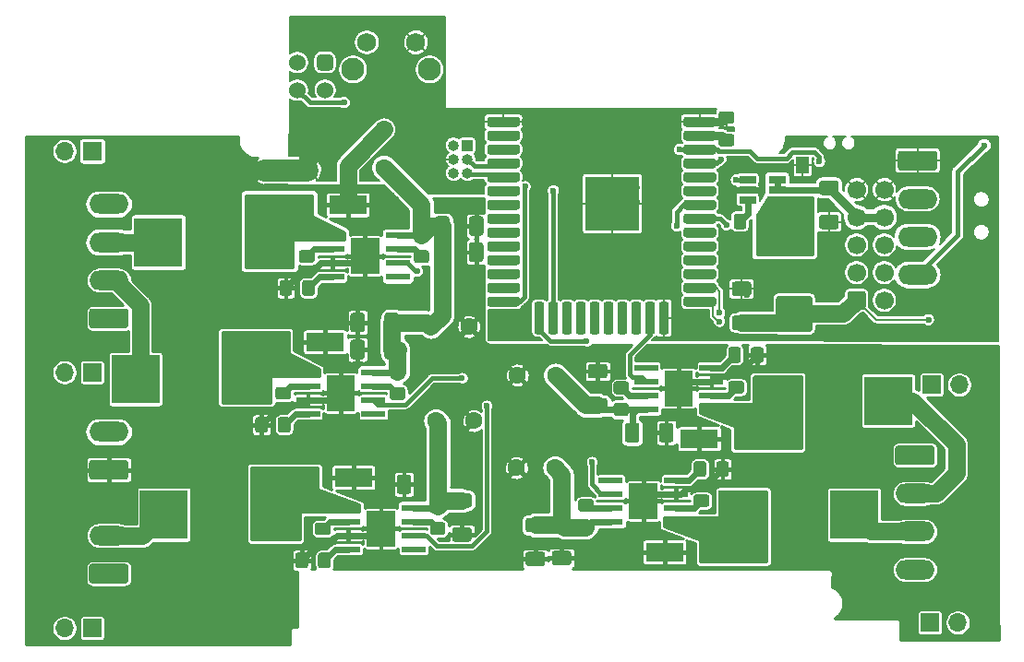
<source format=gbl>
G04 #@! TF.GenerationSoftware,KiCad,Pcbnew,(5.1.8)-1*
G04 #@! TF.CreationDate,2021-07-21T13:34:52+02:00*
G04 #@! TF.ProjectId,sensactHsLed,73656e73-6163-4744-9873-4c65642e6b69,rev?*
G04 #@! TF.SameCoordinates,Original*
G04 #@! TF.FileFunction,Copper,L2,Bot*
G04 #@! TF.FilePolarity,Positive*
%FSLAX46Y46*%
G04 Gerber Fmt 4.6, Leading zero omitted, Abs format (unit mm)*
G04 Created by KiCad (PCBNEW (5.1.8)-1) date 2021-07-21 13:34:52*
%MOMM*%
%LPD*%
G01*
G04 APERTURE LIST*
G04 #@! TA.AperFunction,EtchedComponent*
%ADD10C,0.100000*%
G04 #@! TD*
G04 #@! TA.AperFunction,ComponentPad*
%ADD11C,0.100000*%
G04 #@! TD*
G04 #@! TA.AperFunction,SMDPad,CuDef*
%ADD12R,2.200000X0.600000*%
G04 #@! TD*
G04 #@! TA.AperFunction,ComponentPad*
%ADD13O,3.600000X1.800000*%
G04 #@! TD*
G04 #@! TA.AperFunction,ComponentPad*
%ADD14C,1.600000*%
G04 #@! TD*
G04 #@! TA.AperFunction,ComponentPad*
%ADD15O,1.700000X1.700000*%
G04 #@! TD*
G04 #@! TA.AperFunction,ComponentPad*
%ADD16R,1.700000X1.700000*%
G04 #@! TD*
G04 #@! TA.AperFunction,SMDPad,CuDef*
%ADD17C,2.000000*%
G04 #@! TD*
G04 #@! TA.AperFunction,ComponentPad*
%ADD18C,1.700000*%
G04 #@! TD*
G04 #@! TA.AperFunction,SMDPad,CuDef*
%ADD19R,1.560000X0.650000*%
G04 #@! TD*
G04 #@! TA.AperFunction,SMDPad,CuDef*
%ADD20R,1.200000X1.600000*%
G04 #@! TD*
G04 #@! TA.AperFunction,SMDPad,CuDef*
%ADD21R,3.500000X1.800000*%
G04 #@! TD*
G04 #@! TA.AperFunction,SMDPad,CuDef*
%ADD22R,4.400000X4.500000*%
G04 #@! TD*
G04 #@! TA.AperFunction,ComponentPad*
%ADD23C,1.524000*%
G04 #@! TD*
G04 #@! TA.AperFunction,ComponentPad*
%ADD24R,5.000000X5.000000*%
G04 #@! TD*
G04 #@! TA.AperFunction,ComponentPad*
%ADD25O,1.000000X1.000000*%
G04 #@! TD*
G04 #@! TA.AperFunction,ComponentPad*
%ADD26R,1.000000X1.000000*%
G04 #@! TD*
G04 #@! TA.AperFunction,ComponentPad*
%ADD27C,2.100000*%
G04 #@! TD*
G04 #@! TA.AperFunction,ComponentPad*
%ADD28C,1.750000*%
G04 #@! TD*
G04 #@! TA.AperFunction,ViaPad*
%ADD29C,0.600000*%
G04 #@! TD*
G04 #@! TA.AperFunction,Conductor*
%ADD30C,0.400000*%
G04 #@! TD*
G04 #@! TA.AperFunction,Conductor*
%ADD31C,0.800000*%
G04 #@! TD*
G04 #@! TA.AperFunction,Conductor*
%ADD32C,0.600000*%
G04 #@! TD*
G04 #@! TA.AperFunction,Conductor*
%ADD33C,1.600000*%
G04 #@! TD*
G04 #@! TA.AperFunction,Conductor*
%ADD34C,0.200000*%
G04 #@! TD*
G04 #@! TA.AperFunction,Conductor*
%ADD35C,0.100000*%
G04 #@! TD*
G04 #@! TA.AperFunction,Conductor*
%ADD36C,0.254000*%
G04 #@! TD*
G04 #@! TA.AperFunction,Conductor*
%ADD37C,0.250000*%
G04 #@! TD*
G04 APERTURE END LIST*
D10*
G36*
X131286000Y-110252000D02*
G01*
X127286000Y-110252000D01*
X127286000Y-112252000D01*
X131286000Y-112252000D01*
X131286000Y-110252000D01*
G37*
G04 #@! TA.AperFunction,ComponentPad*
D11*
G36*
X160752000Y-143255000D02*
G01*
X160752000Y-139955000D01*
X163352000Y-139955000D01*
X163352000Y-143255000D01*
X160752000Y-143255000D01*
G37*
G04 #@! TD.AperFunction*
D12*
X165052000Y-143510000D03*
X165052000Y-142240000D03*
X165052000Y-140970000D03*
X165052000Y-139700000D03*
X159052000Y-139700000D03*
X159052000Y-140970000D03*
X159052000Y-142240000D03*
X159052000Y-143510000D03*
G04 #@! TA.AperFunction,ComponentPad*
D11*
G36*
X163990500Y-132904500D02*
G01*
X163990500Y-129604500D01*
X166590500Y-129604500D01*
X166590500Y-132904500D01*
X163990500Y-132904500D01*
G37*
G04 #@! TD.AperFunction*
D12*
X168290500Y-133159500D03*
X168290500Y-131889500D03*
X168290500Y-130619500D03*
X168290500Y-129349500D03*
X162290500Y-129349500D03*
X162290500Y-130619500D03*
X162290500Y-131889500D03*
X162290500Y-133159500D03*
G04 #@! TA.AperFunction,ComponentPad*
D11*
G36*
X139285500Y-142495000D02*
G01*
X139285500Y-145795000D01*
X136685500Y-145795000D01*
X136685500Y-142495000D01*
X139285500Y-142495000D01*
G37*
G04 #@! TD.AperFunction*
D12*
X134985500Y-142240000D03*
X134985500Y-143510000D03*
X134985500Y-144780000D03*
X134985500Y-146050000D03*
X140985500Y-146050000D03*
X140985500Y-144780000D03*
X140985500Y-143510000D03*
X140985500Y-142240000D03*
G04 #@! TA.AperFunction,ComponentPad*
D11*
G36*
X135602500Y-130049000D02*
G01*
X135602500Y-133349000D01*
X133002500Y-133349000D01*
X133002500Y-130049000D01*
X135602500Y-130049000D01*
G37*
G04 #@! TD.AperFunction*
D12*
X131302500Y-129794000D03*
X131302500Y-131064000D03*
X131302500Y-132334000D03*
X131302500Y-133604000D03*
X137302500Y-133604000D03*
X137302500Y-132334000D03*
X137302500Y-131064000D03*
X137302500Y-129794000D03*
G04 #@! TA.AperFunction,ComponentPad*
D11*
G36*
X137825000Y-117476000D02*
G01*
X137825000Y-120776000D01*
X135225000Y-120776000D01*
X135225000Y-117476000D01*
X137825000Y-117476000D01*
G37*
G04 #@! TD.AperFunction*
D12*
X133525000Y-117221000D03*
X133525000Y-118491000D03*
X133525000Y-119761000D03*
X133525000Y-121031000D03*
X139525000Y-121031000D03*
X139525000Y-119761000D03*
X139525000Y-118491000D03*
X139525000Y-117221000D03*
G04 #@! TA.AperFunction,SMDPad,CuDef*
G36*
G01*
X177260000Y-119054000D02*
X174530000Y-119054000D01*
G75*
G02*
X174195000Y-118719000I0J335000D01*
G01*
X174195000Y-116039000D01*
G75*
G02*
X174530000Y-115704000I335000J0D01*
G01*
X177260000Y-115704000D01*
G75*
G02*
X177595000Y-116039000I0J-335000D01*
G01*
X177595000Y-118719000D01*
G75*
G02*
X177260000Y-119054000I-335000J0D01*
G01*
G37*
G04 #@! TD.AperFunction*
G04 #@! TA.AperFunction,SMDPad,CuDef*
G36*
G01*
X177260000Y-126104000D02*
X174530000Y-126104000D01*
G75*
G02*
X174195000Y-125769000I0J335000D01*
G01*
X174195000Y-123089000D01*
G75*
G02*
X174530000Y-122754000I335000J0D01*
G01*
X177260000Y-122754000D01*
G75*
G02*
X177595000Y-123089000I0J-335000D01*
G01*
X177595000Y-125769000D01*
G75*
G02*
X177260000Y-126104000I-335000J0D01*
G01*
G37*
G04 #@! TD.AperFunction*
D13*
X187198000Y-120863000D03*
X187198000Y-117363000D03*
X187198000Y-113863000D03*
G04 #@! TA.AperFunction,ComponentPad*
G36*
G01*
X185648000Y-109463000D02*
X188748000Y-109463000D01*
G75*
G02*
X188998000Y-109713000I0J-250000D01*
G01*
X188998000Y-111013000D01*
G75*
G02*
X188748000Y-111263000I-250000J0D01*
G01*
X185648000Y-111263000D01*
G75*
G02*
X185398000Y-111013000I0J250000D01*
G01*
X185398000Y-109713000D01*
G75*
G02*
X185648000Y-109463000I250000J0D01*
G01*
G37*
G04 #@! TD.AperFunction*
D14*
X146050000Y-125603000D03*
X142550000Y-125603000D03*
X138303000Y-107498000D03*
X138303000Y-110998000D03*
D15*
X191008000Y-130937000D03*
D16*
X188468000Y-130937000D03*
D17*
X127286000Y-111252000D03*
X131286000Y-111252000D03*
D13*
X113030000Y-135255000D03*
G04 #@! TA.AperFunction,ComponentPad*
G36*
G01*
X114580000Y-139655000D02*
X111480000Y-139655000D01*
G75*
G02*
X111230000Y-139405000I0J250000D01*
G01*
X111230000Y-138105000D01*
G75*
G02*
X111480000Y-137855000I250000J0D01*
G01*
X114580000Y-137855000D01*
G75*
G02*
X114830000Y-138105000I0J-250000D01*
G01*
X114830000Y-139405000D01*
G75*
G02*
X114580000Y-139655000I-250000J0D01*
G01*
G37*
G04 #@! TD.AperFunction*
X113030000Y-144780000D03*
G04 #@! TA.AperFunction,ComponentPad*
G36*
G01*
X114580000Y-149180000D02*
X111480000Y-149180000D01*
G75*
G02*
X111230000Y-148930000I0J250000D01*
G01*
X111230000Y-147630000D01*
G75*
G02*
X111480000Y-147380000I250000J0D01*
G01*
X114580000Y-147380000D01*
G75*
G02*
X114830000Y-147630000I0J-250000D01*
G01*
X114830000Y-148930000D01*
G75*
G02*
X114580000Y-149180000I-250000J0D01*
G01*
G37*
G04 #@! TD.AperFunction*
D18*
X184150000Y-113030000D03*
X184150000Y-115570000D03*
X184150000Y-118110000D03*
X184150000Y-120650000D03*
X184150000Y-123190000D03*
X181610000Y-113030000D03*
X181610000Y-115570000D03*
X181610000Y-118110000D03*
X181610000Y-120650000D03*
G04 #@! TA.AperFunction,ComponentPad*
G36*
G01*
X180760000Y-123790000D02*
X180760000Y-122590000D01*
G75*
G02*
X181010000Y-122340000I250000J0D01*
G01*
X182210000Y-122340000D01*
G75*
G02*
X182460000Y-122590000I0J-250000D01*
G01*
X182460000Y-123790000D01*
G75*
G02*
X182210000Y-124040000I-250000J0D01*
G01*
X181010000Y-124040000D01*
G75*
G02*
X180760000Y-123790000I0J250000D01*
G01*
G37*
G04 #@! TD.AperFunction*
D19*
X174324000Y-113030000D03*
X174324000Y-113980000D03*
X174324000Y-112080000D03*
X171624000Y-112080000D03*
X171624000Y-113030000D03*
X171624000Y-113980000D03*
D20*
X176657000Y-110776000D03*
X176657000Y-114776000D03*
G04 #@! TA.AperFunction,SMDPad,CuDef*
G36*
G01*
X171719001Y-122798000D02*
X170418999Y-122798000D01*
G75*
G02*
X170169000Y-122548001I0J249999D01*
G01*
X170169000Y-121722999D01*
G75*
G02*
X170418999Y-121473000I249999J0D01*
G01*
X171719001Y-121473000D01*
G75*
G02*
X171969000Y-121722999I0J-249999D01*
G01*
X171969000Y-122548001D01*
G75*
G02*
X171719001Y-122798000I-249999J0D01*
G01*
G37*
G04 #@! TD.AperFunction*
G04 #@! TA.AperFunction,SMDPad,CuDef*
G36*
G01*
X171719001Y-125923000D02*
X170418999Y-125923000D01*
G75*
G02*
X170169000Y-125673001I0J249999D01*
G01*
X170169000Y-124847999D01*
G75*
G02*
X170418999Y-124598000I249999J0D01*
G01*
X171719001Y-124598000D01*
G75*
G02*
X171969000Y-124847999I0J-249999D01*
G01*
X171969000Y-125673001D01*
G75*
G02*
X171719001Y-125923000I-249999J0D01*
G01*
G37*
G04 #@! TD.AperFunction*
G04 #@! TA.AperFunction,SMDPad,CuDef*
G36*
G01*
X171508000Y-115476000D02*
X171508000Y-116426000D01*
G75*
G02*
X171258000Y-116676000I-250000J0D01*
G01*
X170583000Y-116676000D01*
G75*
G02*
X170333000Y-116426000I0J250000D01*
G01*
X170333000Y-115476000D01*
G75*
G02*
X170583000Y-115226000I250000J0D01*
G01*
X171258000Y-115226000D01*
G75*
G02*
X171508000Y-115476000I0J-250000D01*
G01*
G37*
G04 #@! TD.AperFunction*
G04 #@! TA.AperFunction,SMDPad,CuDef*
G36*
G01*
X173583000Y-115476000D02*
X173583000Y-116426000D01*
G75*
G02*
X173333000Y-116676000I-250000J0D01*
G01*
X172658000Y-116676000D01*
G75*
G02*
X172408000Y-116426000I0J250000D01*
G01*
X172408000Y-115476000D01*
G75*
G02*
X172658000Y-115226000I250000J0D01*
G01*
X173333000Y-115226000D01*
G75*
G02*
X173583000Y-115476000I0J-250000D01*
G01*
G37*
G04 #@! TD.AperFunction*
G04 #@! TA.AperFunction,SMDPad,CuDef*
G36*
G01*
X178419999Y-115327000D02*
X179720001Y-115327000D01*
G75*
G02*
X179970000Y-115576999I0J-249999D01*
G01*
X179970000Y-116402001D01*
G75*
G02*
X179720001Y-116652000I-249999J0D01*
G01*
X178419999Y-116652000D01*
G75*
G02*
X178170000Y-116402001I0J249999D01*
G01*
X178170000Y-115576999D01*
G75*
G02*
X178419999Y-115327000I249999J0D01*
G01*
G37*
G04 #@! TD.AperFunction*
G04 #@! TA.AperFunction,SMDPad,CuDef*
G36*
G01*
X178419999Y-112202000D02*
X179720001Y-112202000D01*
G75*
G02*
X179970000Y-112451999I0J-249999D01*
G01*
X179970000Y-113277001D01*
G75*
G02*
X179720001Y-113527000I-249999J0D01*
G01*
X178419999Y-113527000D01*
G75*
G02*
X178170000Y-113277001I0J249999D01*
G01*
X178170000Y-112451999D01*
G75*
G02*
X178419999Y-112202000I249999J0D01*
G01*
G37*
G04 #@! TD.AperFunction*
D21*
X163997000Y-146304000D03*
X168997000Y-146304000D03*
X167172000Y-135890000D03*
X172172000Y-135890000D03*
X135469000Y-139446000D03*
X130469000Y-139446000D03*
X132865500Y-127000000D03*
X127865500Y-127000000D03*
X134961000Y-114427000D03*
X129961000Y-114427000D03*
D15*
X190881000Y-152781000D03*
D16*
X188341000Y-152781000D03*
D15*
X108966000Y-153289000D03*
D16*
X111506000Y-153289000D03*
D15*
X108966000Y-129794000D03*
D16*
X111506000Y-129794000D03*
D15*
X108966000Y-109474000D03*
D16*
X111506000Y-109474000D03*
D22*
X174300200Y-132397500D03*
X184500200Y-132397500D03*
X128290000Y-142875000D03*
X118090000Y-142875000D03*
X171176000Y-142875000D03*
X181376000Y-142875000D03*
X125686500Y-130429000D03*
X115486500Y-130429000D03*
X127782000Y-117856000D03*
X117582000Y-117856000D03*
D14*
X150424000Y-138557000D03*
X153924000Y-138557000D03*
X150495000Y-130048000D03*
X153995000Y-130048000D03*
X146502000Y-134239000D03*
X143002000Y-134239000D03*
G04 #@! TA.AperFunction,SMDPad,CuDef*
G36*
G01*
X128557000Y-131133000D02*
X129507000Y-131133000D01*
G75*
G02*
X129757000Y-131383000I0J-250000D01*
G01*
X129757000Y-132058000D01*
G75*
G02*
X129507000Y-132308000I-250000J0D01*
G01*
X128557000Y-132308000D01*
G75*
G02*
X128307000Y-132058000I0J250000D01*
G01*
X128307000Y-131383000D01*
G75*
G02*
X128557000Y-131133000I250000J0D01*
G01*
G37*
G04 #@! TD.AperFunction*
G04 #@! TA.AperFunction,SMDPad,CuDef*
G36*
G01*
X128557000Y-129058000D02*
X129507000Y-129058000D01*
G75*
G02*
X129757000Y-129308000I0J-250000D01*
G01*
X129757000Y-129983000D01*
G75*
G02*
X129507000Y-130233000I-250000J0D01*
G01*
X128557000Y-130233000D01*
G75*
G02*
X128307000Y-129983000I0J250000D01*
G01*
X128307000Y-129308000D01*
G75*
G02*
X128557000Y-129058000I250000J0D01*
G01*
G37*
G04 #@! TD.AperFunction*
G04 #@! TA.AperFunction,SMDPad,CuDef*
G36*
G01*
X146061000Y-117007401D02*
X146061000Y-115707399D01*
G75*
G02*
X146310999Y-115457400I249999J0D01*
G01*
X147136001Y-115457400D01*
G75*
G02*
X147386000Y-115707399I0J-249999D01*
G01*
X147386000Y-117007401D01*
G75*
G02*
X147136001Y-117257400I-249999J0D01*
G01*
X146310999Y-117257400D01*
G75*
G02*
X146061000Y-117007401I0J249999D01*
G01*
G37*
G04 #@! TD.AperFunction*
G04 #@! TA.AperFunction,SMDPad,CuDef*
G36*
G01*
X142936000Y-117007401D02*
X142936000Y-115707399D01*
G75*
G02*
X143185999Y-115457400I249999J0D01*
G01*
X144011001Y-115457400D01*
G75*
G02*
X144261000Y-115707399I0J-249999D01*
G01*
X144261000Y-117007401D01*
G75*
G02*
X144011001Y-117257400I-249999J0D01*
G01*
X143185999Y-117257400D01*
G75*
G02*
X142936000Y-117007401I0J249999D01*
G01*
G37*
G04 #@! TD.AperFunction*
G04 #@! TA.AperFunction,SMDPad,CuDef*
G36*
G01*
X129852000Y-121572000D02*
X129852000Y-122522000D01*
G75*
G02*
X129602000Y-122772000I-250000J0D01*
G01*
X128927000Y-122772000D01*
G75*
G02*
X128677000Y-122522000I0J250000D01*
G01*
X128677000Y-121572000D01*
G75*
G02*
X128927000Y-121322000I250000J0D01*
G01*
X129602000Y-121322000D01*
G75*
G02*
X129852000Y-121572000I0J-250000D01*
G01*
G37*
G04 #@! TD.AperFunction*
G04 #@! TA.AperFunction,SMDPad,CuDef*
G36*
G01*
X131927000Y-121572000D02*
X131927000Y-122522000D01*
G75*
G02*
X131677000Y-122772000I-250000J0D01*
G01*
X131002000Y-122772000D01*
G75*
G02*
X130752000Y-122522000I0J250000D01*
G01*
X130752000Y-121572000D01*
G75*
G02*
X131002000Y-121322000I250000J0D01*
G01*
X131677000Y-121322000D01*
G75*
G02*
X131927000Y-121572000I0J-250000D01*
G01*
G37*
G04 #@! TD.AperFunction*
G04 #@! TA.AperFunction,SMDPad,CuDef*
G36*
G01*
X130716000Y-118560000D02*
X131666000Y-118560000D01*
G75*
G02*
X131916000Y-118810000I0J-250000D01*
G01*
X131916000Y-119485000D01*
G75*
G02*
X131666000Y-119735000I-250000J0D01*
G01*
X130716000Y-119735000D01*
G75*
G02*
X130466000Y-119485000I0J250000D01*
G01*
X130466000Y-118810000D01*
G75*
G02*
X130716000Y-118560000I250000J0D01*
G01*
G37*
G04 #@! TD.AperFunction*
G04 #@! TA.AperFunction,SMDPad,CuDef*
G36*
G01*
X130716000Y-116485000D02*
X131666000Y-116485000D01*
G75*
G02*
X131916000Y-116735000I0J-250000D01*
G01*
X131916000Y-117410000D01*
G75*
G02*
X131666000Y-117660000I-250000J0D01*
G01*
X130716000Y-117660000D01*
G75*
G02*
X130466000Y-117410000I0J250000D01*
G01*
X130466000Y-116735000D01*
G75*
G02*
X130716000Y-116485000I250000J0D01*
G01*
G37*
G04 #@! TD.AperFunction*
G04 #@! TA.AperFunction,SMDPad,CuDef*
G36*
G01*
X146061000Y-119420401D02*
X146061000Y-118120399D01*
G75*
G02*
X146310999Y-117870400I249999J0D01*
G01*
X147136001Y-117870400D01*
G75*
G02*
X147386000Y-118120399I0J-249999D01*
G01*
X147386000Y-119420401D01*
G75*
G02*
X147136001Y-119670400I-249999J0D01*
G01*
X146310999Y-119670400D01*
G75*
G02*
X146061000Y-119420401I0J249999D01*
G01*
G37*
G04 #@! TD.AperFunction*
G04 #@! TA.AperFunction,SMDPad,CuDef*
G36*
G01*
X142936000Y-119420401D02*
X142936000Y-118120399D01*
G75*
G02*
X143185999Y-117870400I249999J0D01*
G01*
X144011001Y-117870400D01*
G75*
G02*
X144261000Y-118120399I0J-249999D01*
G01*
X144261000Y-119420401D01*
G75*
G02*
X144011001Y-119670400I-249999J0D01*
G01*
X143185999Y-119670400D01*
G75*
G02*
X142936000Y-119420401I0J249999D01*
G01*
G37*
G04 #@! TD.AperFunction*
G04 #@! TA.AperFunction,SMDPad,CuDef*
G36*
G01*
X136514000Y-127048499D02*
X136514000Y-128348501D01*
G75*
G02*
X136264001Y-128598500I-249999J0D01*
G01*
X135438999Y-128598500D01*
G75*
G02*
X135189000Y-128348501I0J249999D01*
G01*
X135189000Y-127048499D01*
G75*
G02*
X135438999Y-126798500I249999J0D01*
G01*
X136264001Y-126798500D01*
G75*
G02*
X136514000Y-127048499I0J-249999D01*
G01*
G37*
G04 #@! TD.AperFunction*
G04 #@! TA.AperFunction,SMDPad,CuDef*
G36*
G01*
X139639000Y-127048499D02*
X139639000Y-128348501D01*
G75*
G02*
X139389001Y-128598500I-249999J0D01*
G01*
X138563999Y-128598500D01*
G75*
G02*
X138314000Y-128348501I0J249999D01*
G01*
X138314000Y-127048499D01*
G75*
G02*
X138563999Y-126798500I249999J0D01*
G01*
X139389001Y-126798500D01*
G75*
G02*
X139639000Y-127048499I0J-249999D01*
G01*
G37*
G04 #@! TD.AperFunction*
G04 #@! TA.AperFunction,SMDPad,CuDef*
G36*
G01*
X136514000Y-124571999D02*
X136514000Y-125872001D01*
G75*
G02*
X136264001Y-126122000I-249999J0D01*
G01*
X135438999Y-126122000D01*
G75*
G02*
X135189000Y-125872001I0J249999D01*
G01*
X135189000Y-124571999D01*
G75*
G02*
X135438999Y-124322000I249999J0D01*
G01*
X136264001Y-124322000D01*
G75*
G02*
X136514000Y-124571999I0J-249999D01*
G01*
G37*
G04 #@! TD.AperFunction*
G04 #@! TA.AperFunction,SMDPad,CuDef*
G36*
G01*
X139639000Y-124571999D02*
X139639000Y-125872001D01*
G75*
G02*
X139389001Y-126122000I-249999J0D01*
G01*
X138563999Y-126122000D01*
G75*
G02*
X138314000Y-125872001I0J249999D01*
G01*
X138314000Y-124571999D01*
G75*
G02*
X138563999Y-124322000I249999J0D01*
G01*
X139389001Y-124322000D01*
G75*
G02*
X139639000Y-124571999I0J-249999D01*
G01*
G37*
G04 #@! TD.AperFunction*
G04 #@! TA.AperFunction,SMDPad,CuDef*
G36*
G01*
X127629500Y-134145000D02*
X127629500Y-135095000D01*
G75*
G02*
X127379500Y-135345000I-250000J0D01*
G01*
X126704500Y-135345000D01*
G75*
G02*
X126454500Y-135095000I0J250000D01*
G01*
X126454500Y-134145000D01*
G75*
G02*
X126704500Y-133895000I250000J0D01*
G01*
X127379500Y-133895000D01*
G75*
G02*
X127629500Y-134145000I0J-250000D01*
G01*
G37*
G04 #@! TD.AperFunction*
G04 #@! TA.AperFunction,SMDPad,CuDef*
G36*
G01*
X129704500Y-134145000D02*
X129704500Y-135095000D01*
G75*
G02*
X129454500Y-135345000I-250000J0D01*
G01*
X128779500Y-135345000D01*
G75*
G02*
X128529500Y-135095000I0J250000D01*
G01*
X128529500Y-134145000D01*
G75*
G02*
X128779500Y-133895000I250000J0D01*
G01*
X129454500Y-133895000D01*
G75*
G02*
X129704500Y-134145000I0J-250000D01*
G01*
G37*
G04 #@! TD.AperFunction*
G04 #@! TA.AperFunction,SMDPad,CuDef*
G36*
G01*
X140768500Y-139430999D02*
X140768500Y-140731001D01*
G75*
G02*
X140518501Y-140981000I-249999J0D01*
G01*
X139693499Y-140981000D01*
G75*
G02*
X139443500Y-140731001I0J249999D01*
G01*
X139443500Y-139430999D01*
G75*
G02*
X139693499Y-139181000I249999J0D01*
G01*
X140518501Y-139181000D01*
G75*
G02*
X140768500Y-139430999I0J-249999D01*
G01*
G37*
G04 #@! TD.AperFunction*
G04 #@! TA.AperFunction,SMDPad,CuDef*
G36*
G01*
X143893500Y-139430999D02*
X143893500Y-140731001D01*
G75*
G02*
X143643501Y-140981000I-249999J0D01*
G01*
X142818499Y-140981000D01*
G75*
G02*
X142568500Y-140731001I0J249999D01*
G01*
X142568500Y-139430999D01*
G75*
G02*
X142818499Y-139181000I249999J0D01*
G01*
X143643501Y-139181000D01*
G75*
G02*
X143893500Y-139430999I0J-249999D01*
G01*
G37*
G04 #@! TD.AperFunction*
G04 #@! TA.AperFunction,SMDPad,CuDef*
G36*
G01*
X144764999Y-144029000D02*
X146065001Y-144029000D01*
G75*
G02*
X146315000Y-144278999I0J-249999D01*
G01*
X146315000Y-145104001D01*
G75*
G02*
X146065001Y-145354000I-249999J0D01*
G01*
X144764999Y-145354000D01*
G75*
G02*
X144515000Y-145104001I0J249999D01*
G01*
X144515000Y-144278999D01*
G75*
G02*
X144764999Y-144029000I249999J0D01*
G01*
G37*
G04 #@! TD.AperFunction*
G04 #@! TA.AperFunction,SMDPad,CuDef*
G36*
G01*
X144764999Y-140904000D02*
X146065001Y-140904000D01*
G75*
G02*
X146315000Y-141153999I0J-249999D01*
G01*
X146315000Y-141979001D01*
G75*
G02*
X146065001Y-142229000I-249999J0D01*
G01*
X144764999Y-142229000D01*
G75*
G02*
X144515000Y-141979001I0J249999D01*
G01*
X144515000Y-141153999D01*
G75*
G02*
X144764999Y-140904000I249999J0D01*
G01*
G37*
G04 #@! TD.AperFunction*
G04 #@! TA.AperFunction,SMDPad,CuDef*
G36*
G01*
X131312500Y-146591000D02*
X131312500Y-147541000D01*
G75*
G02*
X131062500Y-147791000I-250000J0D01*
G01*
X130387500Y-147791000D01*
G75*
G02*
X130137500Y-147541000I0J250000D01*
G01*
X130137500Y-146591000D01*
G75*
G02*
X130387500Y-146341000I250000J0D01*
G01*
X131062500Y-146341000D01*
G75*
G02*
X131312500Y-146591000I0J-250000D01*
G01*
G37*
G04 #@! TD.AperFunction*
G04 #@! TA.AperFunction,SMDPad,CuDef*
G36*
G01*
X133387500Y-146591000D02*
X133387500Y-147541000D01*
G75*
G02*
X133137500Y-147791000I-250000J0D01*
G01*
X132462500Y-147791000D01*
G75*
G02*
X132212500Y-147541000I0J250000D01*
G01*
X132212500Y-146591000D01*
G75*
G02*
X132462500Y-146341000I250000J0D01*
G01*
X133137500Y-146341000D01*
G75*
G02*
X133387500Y-146591000I0J-250000D01*
G01*
G37*
G04 #@! TD.AperFunction*
G04 #@! TA.AperFunction,SMDPad,CuDef*
G36*
G01*
X132176500Y-143579000D02*
X133126500Y-143579000D01*
G75*
G02*
X133376500Y-143829000I0J-250000D01*
G01*
X133376500Y-144504000D01*
G75*
G02*
X133126500Y-144754000I-250000J0D01*
G01*
X132176500Y-144754000D01*
G75*
G02*
X131926500Y-144504000I0J250000D01*
G01*
X131926500Y-143829000D01*
G75*
G02*
X132176500Y-143579000I250000J0D01*
G01*
G37*
G04 #@! TD.AperFunction*
G04 #@! TA.AperFunction,SMDPad,CuDef*
G36*
G01*
X132176500Y-141504000D02*
X133126500Y-141504000D01*
G75*
G02*
X133376500Y-141754000I0J-250000D01*
G01*
X133376500Y-142429000D01*
G75*
G02*
X133126500Y-142679000I-250000J0D01*
G01*
X132176500Y-142679000D01*
G75*
G02*
X131926500Y-142429000I0J250000D01*
G01*
X131926500Y-141754000D01*
G75*
G02*
X132176500Y-141504000I250000J0D01*
G01*
G37*
G04 #@! TD.AperFunction*
G04 #@! TA.AperFunction,SMDPad,CuDef*
G36*
G01*
X158511001Y-130354500D02*
X157210999Y-130354500D01*
G75*
G02*
X156961000Y-130104501I0J249999D01*
G01*
X156961000Y-129279499D01*
G75*
G02*
X157210999Y-129029500I249999J0D01*
G01*
X158511001Y-129029500D01*
G75*
G02*
X158761000Y-129279499I0J-249999D01*
G01*
X158761000Y-130104501D01*
G75*
G02*
X158511001Y-130354500I-249999J0D01*
G01*
G37*
G04 #@! TD.AperFunction*
G04 #@! TA.AperFunction,SMDPad,CuDef*
G36*
G01*
X158511001Y-133479500D02*
X157210999Y-133479500D01*
G75*
G02*
X156961000Y-133229501I0J249999D01*
G01*
X156961000Y-132404499D01*
G75*
G02*
X157210999Y-132154500I249999J0D01*
G01*
X158511001Y-132154500D01*
G75*
G02*
X158761000Y-132404499I0J-249999D01*
G01*
X158761000Y-133229501D01*
G75*
G02*
X158511001Y-133479500I-249999J0D01*
G01*
G37*
G04 #@! TD.AperFunction*
G04 #@! TA.AperFunction,SMDPad,CuDef*
G36*
G01*
X163490000Y-135991001D02*
X163490000Y-134690999D01*
G75*
G02*
X163739999Y-134441000I249999J0D01*
G01*
X164565001Y-134441000D01*
G75*
G02*
X164815000Y-134690999I0J-249999D01*
G01*
X164815000Y-135991001D01*
G75*
G02*
X164565001Y-136241000I-249999J0D01*
G01*
X163739999Y-136241000D01*
G75*
G02*
X163490000Y-135991001I0J249999D01*
G01*
G37*
G04 #@! TD.AperFunction*
G04 #@! TA.AperFunction,SMDPad,CuDef*
G36*
G01*
X160365000Y-135991001D02*
X160365000Y-134690999D01*
G75*
G02*
X160614999Y-134441000I249999J0D01*
G01*
X161440001Y-134441000D01*
G75*
G02*
X161690000Y-134690999I0J-249999D01*
G01*
X161690000Y-135991001D01*
G75*
G02*
X161440001Y-136241000I-249999J0D01*
G01*
X160614999Y-136241000D01*
G75*
G02*
X160365000Y-135991001I0J249999D01*
G01*
G37*
G04 #@! TD.AperFunction*
G04 #@! TA.AperFunction,SMDPad,CuDef*
G36*
G01*
X171900000Y-128681500D02*
X171900000Y-127731500D01*
G75*
G02*
X172150000Y-127481500I250000J0D01*
G01*
X172825000Y-127481500D01*
G75*
G02*
X173075000Y-127731500I0J-250000D01*
G01*
X173075000Y-128681500D01*
G75*
G02*
X172825000Y-128931500I-250000J0D01*
G01*
X172150000Y-128931500D01*
G75*
G02*
X171900000Y-128681500I0J250000D01*
G01*
G37*
G04 #@! TD.AperFunction*
G04 #@! TA.AperFunction,SMDPad,CuDef*
G36*
G01*
X169825000Y-128681500D02*
X169825000Y-127731500D01*
G75*
G02*
X170075000Y-127481500I250000J0D01*
G01*
X170750000Y-127481500D01*
G75*
G02*
X171000000Y-127731500I0J-250000D01*
G01*
X171000000Y-128681500D01*
G75*
G02*
X170750000Y-128931500I-250000J0D01*
G01*
X170075000Y-128931500D01*
G75*
G02*
X169825000Y-128681500I0J250000D01*
G01*
G37*
G04 #@! TD.AperFunction*
G04 #@! TA.AperFunction,SMDPad,CuDef*
G36*
G01*
X171036000Y-131757000D02*
X170086000Y-131757000D01*
G75*
G02*
X169836000Y-131507000I0J250000D01*
G01*
X169836000Y-130832000D01*
G75*
G02*
X170086000Y-130582000I250000J0D01*
G01*
X171036000Y-130582000D01*
G75*
G02*
X171286000Y-130832000I0J-250000D01*
G01*
X171286000Y-131507000D01*
G75*
G02*
X171036000Y-131757000I-250000J0D01*
G01*
G37*
G04 #@! TD.AperFunction*
G04 #@! TA.AperFunction,SMDPad,CuDef*
G36*
G01*
X171036000Y-133832000D02*
X170086000Y-133832000D01*
G75*
G02*
X169836000Y-133582000I0J250000D01*
G01*
X169836000Y-132907000D01*
G75*
G02*
X170086000Y-132657000I250000J0D01*
G01*
X171036000Y-132657000D01*
G75*
G02*
X171286000Y-132907000I0J-250000D01*
G01*
X171286000Y-133582000D01*
G75*
G02*
X171036000Y-133832000I-250000J0D01*
G01*
G37*
G04 #@! TD.AperFunction*
G04 #@! TA.AperFunction,SMDPad,CuDef*
G36*
G01*
X167861000Y-142171000D02*
X166911000Y-142171000D01*
G75*
G02*
X166661000Y-141921000I0J250000D01*
G01*
X166661000Y-141246000D01*
G75*
G02*
X166911000Y-140996000I250000J0D01*
G01*
X167861000Y-140996000D01*
G75*
G02*
X168111000Y-141246000I0J-250000D01*
G01*
X168111000Y-141921000D01*
G75*
G02*
X167861000Y-142171000I-250000J0D01*
G01*
G37*
G04 #@! TD.AperFunction*
G04 #@! TA.AperFunction,SMDPad,CuDef*
G36*
G01*
X167861000Y-144246000D02*
X166911000Y-144246000D01*
G75*
G02*
X166661000Y-143996000I0J250000D01*
G01*
X166661000Y-143321000D01*
G75*
G02*
X166911000Y-143071000I250000J0D01*
G01*
X167861000Y-143071000D01*
G75*
G02*
X168111000Y-143321000I0J-250000D01*
G01*
X168111000Y-143996000D01*
G75*
G02*
X167861000Y-144246000I-250000J0D01*
G01*
G37*
G04 #@! TD.AperFunction*
G04 #@! TA.AperFunction,SMDPad,CuDef*
G36*
G01*
X143642501Y-142729000D02*
X142742499Y-142729000D01*
G75*
G02*
X142492500Y-142479001I0J249999D01*
G01*
X142492500Y-141778999D01*
G75*
G02*
X142742499Y-141529000I249999J0D01*
G01*
X143642501Y-141529000D01*
G75*
G02*
X143892500Y-141778999I0J-249999D01*
G01*
X143892500Y-142479001D01*
G75*
G02*
X143642501Y-142729000I-249999J0D01*
G01*
G37*
G04 #@! TD.AperFunction*
G04 #@! TA.AperFunction,SMDPad,CuDef*
G36*
G01*
X143642501Y-144729000D02*
X142742499Y-144729000D01*
G75*
G02*
X142492500Y-144479001I0J249999D01*
G01*
X142492500Y-143778999D01*
G75*
G02*
X142742499Y-143529000I249999J0D01*
G01*
X143642501Y-143529000D01*
G75*
G02*
X143892500Y-143778999I0J-249999D01*
G01*
X143892500Y-144479001D01*
G75*
G02*
X143642501Y-144729000I-249999J0D01*
G01*
G37*
G04 #@! TD.AperFunction*
D13*
X113030000Y-114341000D03*
X113030000Y-117841000D03*
X113030000Y-121341000D03*
G04 #@! TA.AperFunction,ComponentPad*
G36*
G01*
X114580000Y-125741000D02*
X111480000Y-125741000D01*
G75*
G02*
X111230000Y-125491000I0J250000D01*
G01*
X111230000Y-124191000D01*
G75*
G02*
X111480000Y-123941000I250000J0D01*
G01*
X114580000Y-123941000D01*
G75*
G02*
X114830000Y-124191000I0J-250000D01*
G01*
X114830000Y-125491000D01*
G75*
G02*
X114580000Y-125741000I-250000J0D01*
G01*
G37*
G04 #@! TD.AperFunction*
G04 #@! TA.AperFunction,SMDPad,CuDef*
G36*
G01*
X159569999Y-132607000D02*
X160470001Y-132607000D01*
G75*
G02*
X160720000Y-132856999I0J-249999D01*
G01*
X160720000Y-133557001D01*
G75*
G02*
X160470001Y-133807000I-249999J0D01*
G01*
X159569999Y-133807000D01*
G75*
G02*
X159320000Y-133557001I0J249999D01*
G01*
X159320000Y-132856999D01*
G75*
G02*
X159569999Y-132607000I249999J0D01*
G01*
G37*
G04 #@! TD.AperFunction*
G04 #@! TA.AperFunction,SMDPad,CuDef*
G36*
G01*
X159569999Y-130607000D02*
X160470001Y-130607000D01*
G75*
G02*
X160720000Y-130856999I0J-249999D01*
G01*
X160720000Y-131557001D01*
G75*
G02*
X160470001Y-131807000I-249999J0D01*
G01*
X159569999Y-131807000D01*
G75*
G02*
X159320000Y-131557001I0J249999D01*
G01*
X159320000Y-130856999D01*
G75*
G02*
X159569999Y-130607000I249999J0D01*
G01*
G37*
G04 #@! TD.AperFunction*
G04 #@! TA.AperFunction,SMDPad,CuDef*
G36*
G01*
X153908999Y-146188000D02*
X155209001Y-146188000D01*
G75*
G02*
X155459000Y-146437999I0J-249999D01*
G01*
X155459000Y-147263001D01*
G75*
G02*
X155209001Y-147513000I-249999J0D01*
G01*
X153908999Y-147513000D01*
G75*
G02*
X153659000Y-147263001I0J249999D01*
G01*
X153659000Y-146437999D01*
G75*
G02*
X153908999Y-146188000I249999J0D01*
G01*
G37*
G04 #@! TD.AperFunction*
G04 #@! TA.AperFunction,SMDPad,CuDef*
G36*
G01*
X153908999Y-143063000D02*
X155209001Y-143063000D01*
G75*
G02*
X155459000Y-143312999I0J-249999D01*
G01*
X155459000Y-144138001D01*
G75*
G02*
X155209001Y-144388000I-249999J0D01*
G01*
X153908999Y-144388000D01*
G75*
G02*
X153659000Y-144138001I0J249999D01*
G01*
X153659000Y-143312999D01*
G75*
G02*
X153908999Y-143063000I249999J0D01*
G01*
G37*
G04 #@! TD.AperFunction*
X186944000Y-147914000D03*
X186944000Y-144414000D03*
X186944000Y-140914000D03*
G04 #@! TA.AperFunction,ComponentPad*
G36*
G01*
X185394000Y-136514000D02*
X188494000Y-136514000D01*
G75*
G02*
X188744000Y-136764000I0J-250000D01*
G01*
X188744000Y-138064000D01*
G75*
G02*
X188494000Y-138314000I-250000J0D01*
G01*
X185394000Y-138314000D01*
G75*
G02*
X185144000Y-138064000I0J250000D01*
G01*
X185144000Y-136764000D01*
G75*
G02*
X185394000Y-136514000I250000J0D01*
G01*
G37*
G04 #@! TD.AperFunction*
G04 #@! TA.AperFunction,SMDPad,CuDef*
G36*
G01*
X168725000Y-139159000D02*
X168725000Y-138209000D01*
G75*
G02*
X168975000Y-137959000I250000J0D01*
G01*
X169650000Y-137959000D01*
G75*
G02*
X169900000Y-138209000I0J-250000D01*
G01*
X169900000Y-139159000D01*
G75*
G02*
X169650000Y-139409000I-250000J0D01*
G01*
X168975000Y-139409000D01*
G75*
G02*
X168725000Y-139159000I0J250000D01*
G01*
G37*
G04 #@! TD.AperFunction*
G04 #@! TA.AperFunction,SMDPad,CuDef*
G36*
G01*
X166650000Y-139159000D02*
X166650000Y-138209000D01*
G75*
G02*
X166900000Y-137959000I250000J0D01*
G01*
X167575000Y-137959000D01*
G75*
G02*
X167825000Y-138209000I0J-250000D01*
G01*
X167825000Y-139159000D01*
G75*
G02*
X167575000Y-139409000I-250000J0D01*
G01*
X166900000Y-139409000D01*
G75*
G02*
X166650000Y-139159000I0J250000D01*
G01*
G37*
G04 #@! TD.AperFunction*
G04 #@! TA.AperFunction,SMDPad,CuDef*
G36*
G01*
X151495999Y-146276500D02*
X152796001Y-146276500D01*
G75*
G02*
X153046000Y-146526499I0J-249999D01*
G01*
X153046000Y-147351501D01*
G75*
G02*
X152796001Y-147601500I-249999J0D01*
G01*
X151495999Y-147601500D01*
G75*
G02*
X151246000Y-147351501I0J249999D01*
G01*
X151246000Y-146526499D01*
G75*
G02*
X151495999Y-146276500I249999J0D01*
G01*
G37*
G04 #@! TD.AperFunction*
G04 #@! TA.AperFunction,SMDPad,CuDef*
G36*
G01*
X151495999Y-143151500D02*
X152796001Y-143151500D01*
G75*
G02*
X153046000Y-143401499I0J-249999D01*
G01*
X153046000Y-144226501D01*
G75*
G02*
X152796001Y-144476500I-249999J0D01*
G01*
X151495999Y-144476500D01*
G75*
G02*
X151246000Y-144226501I0J249999D01*
G01*
X151246000Y-143401499D01*
G75*
G02*
X151495999Y-143151500I249999J0D01*
G01*
G37*
G04 #@! TD.AperFunction*
G04 #@! TA.AperFunction,SMDPad,CuDef*
G36*
G01*
X139959501Y-130346500D02*
X139059499Y-130346500D01*
G75*
G02*
X138809500Y-130096501I0J249999D01*
G01*
X138809500Y-129396499D01*
G75*
G02*
X139059499Y-129146500I249999J0D01*
G01*
X139959501Y-129146500D01*
G75*
G02*
X140209500Y-129396499I0J-249999D01*
G01*
X140209500Y-130096501D01*
G75*
G02*
X139959501Y-130346500I-249999J0D01*
G01*
G37*
G04 #@! TD.AperFunction*
G04 #@! TA.AperFunction,SMDPad,CuDef*
G36*
G01*
X139959501Y-132346500D02*
X139059499Y-132346500D01*
G75*
G02*
X138809500Y-132096501I0J249999D01*
G01*
X138809500Y-131396499D01*
G75*
G02*
X139059499Y-131146500I249999J0D01*
G01*
X139959501Y-131146500D01*
G75*
G02*
X140209500Y-131396499I0J-249999D01*
G01*
X140209500Y-132096501D01*
G75*
G02*
X139959501Y-132346500I-249999J0D01*
G01*
G37*
G04 #@! TD.AperFunction*
G04 #@! TA.AperFunction,SMDPad,CuDef*
G36*
G01*
X142156601Y-117773500D02*
X141256599Y-117773500D01*
G75*
G02*
X141006600Y-117523501I0J249999D01*
G01*
X141006600Y-116823499D01*
G75*
G02*
X141256599Y-116573500I249999J0D01*
G01*
X142156601Y-116573500D01*
G75*
G02*
X142406600Y-116823499I0J-249999D01*
G01*
X142406600Y-117523501D01*
G75*
G02*
X142156601Y-117773500I-249999J0D01*
G01*
G37*
G04 #@! TD.AperFunction*
G04 #@! TA.AperFunction,SMDPad,CuDef*
G36*
G01*
X142156601Y-119773500D02*
X141256599Y-119773500D01*
G75*
G02*
X141006600Y-119523501I0J249999D01*
G01*
X141006600Y-118823499D01*
G75*
G02*
X141256599Y-118573500I249999J0D01*
G01*
X142156601Y-118573500D01*
G75*
G02*
X142406600Y-118823499I0J-249999D01*
G01*
X142406600Y-119523501D01*
G75*
G02*
X142156601Y-119773500I-249999J0D01*
G01*
G37*
G04 #@! TD.AperFunction*
G04 #@! TA.AperFunction,SMDPad,CuDef*
G36*
G01*
X156331499Y-143402000D02*
X157231501Y-143402000D01*
G75*
G02*
X157481500Y-143651999I0J-249999D01*
G01*
X157481500Y-144352001D01*
G75*
G02*
X157231501Y-144602000I-249999J0D01*
G01*
X156331499Y-144602000D01*
G75*
G02*
X156081500Y-144352001I0J249999D01*
G01*
X156081500Y-143651999D01*
G75*
G02*
X156331499Y-143402000I249999J0D01*
G01*
G37*
G04 #@! TD.AperFunction*
G04 #@! TA.AperFunction,SMDPad,CuDef*
G36*
G01*
X156331499Y-141402000D02*
X157231501Y-141402000D01*
G75*
G02*
X157481500Y-141651999I0J-249999D01*
G01*
X157481500Y-142352001D01*
G75*
G02*
X157231501Y-142602000I-249999J0D01*
G01*
X156331499Y-142602000D01*
G75*
G02*
X156081500Y-142352001I0J249999D01*
G01*
X156081500Y-141651999D01*
G75*
G02*
X156331499Y-141402000I249999J0D01*
G01*
G37*
G04 #@! TD.AperFunction*
D23*
X130330000Y-103886000D03*
X132870000Y-103886000D03*
X130330000Y-101346000D03*
G04 #@! TA.AperFunction,ComponentPad*
G36*
G01*
X132108000Y-101727000D02*
X132108000Y-100965000D01*
G75*
G02*
X132489000Y-100584000I381000J0D01*
G01*
X133251000Y-100584000D01*
G75*
G02*
X133632000Y-100965000I0J-381000D01*
G01*
X133632000Y-101727000D01*
G75*
G02*
X133251000Y-102108000I-381000J0D01*
G01*
X132489000Y-102108000D01*
G75*
G02*
X132108000Y-101727000I0J381000D01*
G01*
G37*
G04 #@! TD.AperFunction*
G04 #@! TA.AperFunction,SMDPad,CuDef*
G36*
G01*
X147725000Y-107025000D02*
X147725000Y-106575000D01*
G75*
G02*
X147950000Y-106350000I225000J0D01*
G01*
X150500000Y-106350000D01*
G75*
G02*
X150725000Y-106575000I0J-225000D01*
G01*
X150725000Y-107025000D01*
G75*
G02*
X150500000Y-107250000I-225000J0D01*
G01*
X147950000Y-107250000D01*
G75*
G02*
X147725000Y-107025000I0J225000D01*
G01*
G37*
G04 #@! TD.AperFunction*
G04 #@! TA.AperFunction,SMDPad,CuDef*
G36*
G01*
X147725000Y-108295000D02*
X147725000Y-107845000D01*
G75*
G02*
X147950000Y-107620000I225000J0D01*
G01*
X150500000Y-107620000D01*
G75*
G02*
X150725000Y-107845000I0J-225000D01*
G01*
X150725000Y-108295000D01*
G75*
G02*
X150500000Y-108520000I-225000J0D01*
G01*
X147950000Y-108520000D01*
G75*
G02*
X147725000Y-108295000I0J225000D01*
G01*
G37*
G04 #@! TD.AperFunction*
G04 #@! TA.AperFunction,SMDPad,CuDef*
G36*
G01*
X147725000Y-109565000D02*
X147725000Y-109115000D01*
G75*
G02*
X147950000Y-108890000I225000J0D01*
G01*
X150500000Y-108890000D01*
G75*
G02*
X150725000Y-109115000I0J-225000D01*
G01*
X150725000Y-109565000D01*
G75*
G02*
X150500000Y-109790000I-225000J0D01*
G01*
X147950000Y-109790000D01*
G75*
G02*
X147725000Y-109565000I0J225000D01*
G01*
G37*
G04 #@! TD.AperFunction*
G04 #@! TA.AperFunction,SMDPad,CuDef*
G36*
G01*
X147725000Y-110835000D02*
X147725000Y-110385000D01*
G75*
G02*
X147950000Y-110160000I225000J0D01*
G01*
X150500000Y-110160000D01*
G75*
G02*
X150725000Y-110385000I0J-225000D01*
G01*
X150725000Y-110835000D01*
G75*
G02*
X150500000Y-111060000I-225000J0D01*
G01*
X147950000Y-111060000D01*
G75*
G02*
X147725000Y-110835000I0J225000D01*
G01*
G37*
G04 #@! TD.AperFunction*
G04 #@! TA.AperFunction,SMDPad,CuDef*
G36*
G01*
X147725000Y-112105000D02*
X147725000Y-111655000D01*
G75*
G02*
X147950000Y-111430000I225000J0D01*
G01*
X150500000Y-111430000D01*
G75*
G02*
X150725000Y-111655000I0J-225000D01*
G01*
X150725000Y-112105000D01*
G75*
G02*
X150500000Y-112330000I-225000J0D01*
G01*
X147950000Y-112330000D01*
G75*
G02*
X147725000Y-112105000I0J225000D01*
G01*
G37*
G04 #@! TD.AperFunction*
G04 #@! TA.AperFunction,SMDPad,CuDef*
G36*
G01*
X147725000Y-113375000D02*
X147725000Y-112925000D01*
G75*
G02*
X147950000Y-112700000I225000J0D01*
G01*
X150500000Y-112700000D01*
G75*
G02*
X150725000Y-112925000I0J-225000D01*
G01*
X150725000Y-113375000D01*
G75*
G02*
X150500000Y-113600000I-225000J0D01*
G01*
X147950000Y-113600000D01*
G75*
G02*
X147725000Y-113375000I0J225000D01*
G01*
G37*
G04 #@! TD.AperFunction*
G04 #@! TA.AperFunction,SMDPad,CuDef*
G36*
G01*
X147725000Y-114645000D02*
X147725000Y-114195000D01*
G75*
G02*
X147950000Y-113970000I225000J0D01*
G01*
X150500000Y-113970000D01*
G75*
G02*
X150725000Y-114195000I0J-225000D01*
G01*
X150725000Y-114645000D01*
G75*
G02*
X150500000Y-114870000I-225000J0D01*
G01*
X147950000Y-114870000D01*
G75*
G02*
X147725000Y-114645000I0J225000D01*
G01*
G37*
G04 #@! TD.AperFunction*
G04 #@! TA.AperFunction,SMDPad,CuDef*
G36*
G01*
X147725000Y-115915000D02*
X147725000Y-115465000D01*
G75*
G02*
X147950000Y-115240000I225000J0D01*
G01*
X150500000Y-115240000D01*
G75*
G02*
X150725000Y-115465000I0J-225000D01*
G01*
X150725000Y-115915000D01*
G75*
G02*
X150500000Y-116140000I-225000J0D01*
G01*
X147950000Y-116140000D01*
G75*
G02*
X147725000Y-115915000I0J225000D01*
G01*
G37*
G04 #@! TD.AperFunction*
G04 #@! TA.AperFunction,SMDPad,CuDef*
G36*
G01*
X147725000Y-117185000D02*
X147725000Y-116735000D01*
G75*
G02*
X147950000Y-116510000I225000J0D01*
G01*
X150500000Y-116510000D01*
G75*
G02*
X150725000Y-116735000I0J-225000D01*
G01*
X150725000Y-117185000D01*
G75*
G02*
X150500000Y-117410000I-225000J0D01*
G01*
X147950000Y-117410000D01*
G75*
G02*
X147725000Y-117185000I0J225000D01*
G01*
G37*
G04 #@! TD.AperFunction*
G04 #@! TA.AperFunction,SMDPad,CuDef*
G36*
G01*
X147725000Y-118455000D02*
X147725000Y-118005000D01*
G75*
G02*
X147950000Y-117780000I225000J0D01*
G01*
X150500000Y-117780000D01*
G75*
G02*
X150725000Y-118005000I0J-225000D01*
G01*
X150725000Y-118455000D01*
G75*
G02*
X150500000Y-118680000I-225000J0D01*
G01*
X147950000Y-118680000D01*
G75*
G02*
X147725000Y-118455000I0J225000D01*
G01*
G37*
G04 #@! TD.AperFunction*
G04 #@! TA.AperFunction,SMDPad,CuDef*
G36*
G01*
X147725000Y-119725000D02*
X147725000Y-119275000D01*
G75*
G02*
X147950000Y-119050000I225000J0D01*
G01*
X150500000Y-119050000D01*
G75*
G02*
X150725000Y-119275000I0J-225000D01*
G01*
X150725000Y-119725000D01*
G75*
G02*
X150500000Y-119950000I-225000J0D01*
G01*
X147950000Y-119950000D01*
G75*
G02*
X147725000Y-119725000I0J225000D01*
G01*
G37*
G04 #@! TD.AperFunction*
G04 #@! TA.AperFunction,SMDPad,CuDef*
G36*
G01*
X147725000Y-120995000D02*
X147725000Y-120545000D01*
G75*
G02*
X147950000Y-120320000I225000J0D01*
G01*
X150500000Y-120320000D01*
G75*
G02*
X150725000Y-120545000I0J-225000D01*
G01*
X150725000Y-120995000D01*
G75*
G02*
X150500000Y-121220000I-225000J0D01*
G01*
X147950000Y-121220000D01*
G75*
G02*
X147725000Y-120995000I0J225000D01*
G01*
G37*
G04 #@! TD.AperFunction*
G04 #@! TA.AperFunction,SMDPad,CuDef*
G36*
G01*
X147725000Y-122265000D02*
X147725000Y-121815000D01*
G75*
G02*
X147950000Y-121590000I225000J0D01*
G01*
X150500000Y-121590000D01*
G75*
G02*
X150725000Y-121815000I0J-225000D01*
G01*
X150725000Y-122265000D01*
G75*
G02*
X150500000Y-122490000I-225000J0D01*
G01*
X147950000Y-122490000D01*
G75*
G02*
X147725000Y-122265000I0J225000D01*
G01*
G37*
G04 #@! TD.AperFunction*
G04 #@! TA.AperFunction,SMDPad,CuDef*
G36*
G01*
X147725000Y-123535000D02*
X147725000Y-123085000D01*
G75*
G02*
X147950000Y-122860000I225000J0D01*
G01*
X150500000Y-122860000D01*
G75*
G02*
X150725000Y-123085000I0J-225000D01*
G01*
X150725000Y-123535000D01*
G75*
G02*
X150500000Y-123760000I-225000J0D01*
G01*
X147950000Y-123760000D01*
G75*
G02*
X147725000Y-123535000I0J225000D01*
G01*
G37*
G04 #@! TD.AperFunction*
G04 #@! TA.AperFunction,SMDPad,CuDef*
G36*
G01*
X152735000Y-126310000D02*
X152285000Y-126310000D01*
G75*
G02*
X152060000Y-126085000I0J225000D01*
G01*
X152060000Y-123535000D01*
G75*
G02*
X152285000Y-123310000I225000J0D01*
G01*
X152735000Y-123310000D01*
G75*
G02*
X152960000Y-123535000I0J-225000D01*
G01*
X152960000Y-126085000D01*
G75*
G02*
X152735000Y-126310000I-225000J0D01*
G01*
G37*
G04 #@! TD.AperFunction*
G04 #@! TA.AperFunction,SMDPad,CuDef*
G36*
G01*
X154005000Y-126310000D02*
X153555000Y-126310000D01*
G75*
G02*
X153330000Y-126085000I0J225000D01*
G01*
X153330000Y-123535000D01*
G75*
G02*
X153555000Y-123310000I225000J0D01*
G01*
X154005000Y-123310000D01*
G75*
G02*
X154230000Y-123535000I0J-225000D01*
G01*
X154230000Y-126085000D01*
G75*
G02*
X154005000Y-126310000I-225000J0D01*
G01*
G37*
G04 #@! TD.AperFunction*
G04 #@! TA.AperFunction,SMDPad,CuDef*
G36*
G01*
X155275000Y-126310000D02*
X154825000Y-126310000D01*
G75*
G02*
X154600000Y-126085000I0J225000D01*
G01*
X154600000Y-123535000D01*
G75*
G02*
X154825000Y-123310000I225000J0D01*
G01*
X155275000Y-123310000D01*
G75*
G02*
X155500000Y-123535000I0J-225000D01*
G01*
X155500000Y-126085000D01*
G75*
G02*
X155275000Y-126310000I-225000J0D01*
G01*
G37*
G04 #@! TD.AperFunction*
G04 #@! TA.AperFunction,SMDPad,CuDef*
G36*
G01*
X156545000Y-126310000D02*
X156095000Y-126310000D01*
G75*
G02*
X155870000Y-126085000I0J225000D01*
G01*
X155870000Y-123535000D01*
G75*
G02*
X156095000Y-123310000I225000J0D01*
G01*
X156545000Y-123310000D01*
G75*
G02*
X156770000Y-123535000I0J-225000D01*
G01*
X156770000Y-126085000D01*
G75*
G02*
X156545000Y-126310000I-225000J0D01*
G01*
G37*
G04 #@! TD.AperFunction*
G04 #@! TA.AperFunction,SMDPad,CuDef*
G36*
G01*
X157815000Y-126310000D02*
X157365000Y-126310000D01*
G75*
G02*
X157140000Y-126085000I0J225000D01*
G01*
X157140000Y-123535000D01*
G75*
G02*
X157365000Y-123310000I225000J0D01*
G01*
X157815000Y-123310000D01*
G75*
G02*
X158040000Y-123535000I0J-225000D01*
G01*
X158040000Y-126085000D01*
G75*
G02*
X157815000Y-126310000I-225000J0D01*
G01*
G37*
G04 #@! TD.AperFunction*
G04 #@! TA.AperFunction,SMDPad,CuDef*
G36*
G01*
X159085000Y-126310000D02*
X158635000Y-126310000D01*
G75*
G02*
X158410000Y-126085000I0J225000D01*
G01*
X158410000Y-123535000D01*
G75*
G02*
X158635000Y-123310000I225000J0D01*
G01*
X159085000Y-123310000D01*
G75*
G02*
X159310000Y-123535000I0J-225000D01*
G01*
X159310000Y-126085000D01*
G75*
G02*
X159085000Y-126310000I-225000J0D01*
G01*
G37*
G04 #@! TD.AperFunction*
G04 #@! TA.AperFunction,SMDPad,CuDef*
G36*
G01*
X160355000Y-126310000D02*
X159905000Y-126310000D01*
G75*
G02*
X159680000Y-126085000I0J225000D01*
G01*
X159680000Y-123535000D01*
G75*
G02*
X159905000Y-123310000I225000J0D01*
G01*
X160355000Y-123310000D01*
G75*
G02*
X160580000Y-123535000I0J-225000D01*
G01*
X160580000Y-126085000D01*
G75*
G02*
X160355000Y-126310000I-225000J0D01*
G01*
G37*
G04 #@! TD.AperFunction*
G04 #@! TA.AperFunction,SMDPad,CuDef*
G36*
G01*
X161625000Y-126310000D02*
X161175000Y-126310000D01*
G75*
G02*
X160950000Y-126085000I0J225000D01*
G01*
X160950000Y-123535000D01*
G75*
G02*
X161175000Y-123310000I225000J0D01*
G01*
X161625000Y-123310000D01*
G75*
G02*
X161850000Y-123535000I0J-225000D01*
G01*
X161850000Y-126085000D01*
G75*
G02*
X161625000Y-126310000I-225000J0D01*
G01*
G37*
G04 #@! TD.AperFunction*
G04 #@! TA.AperFunction,SMDPad,CuDef*
G36*
G01*
X162895000Y-126310000D02*
X162445000Y-126310000D01*
G75*
G02*
X162220000Y-126085000I0J225000D01*
G01*
X162220000Y-123535000D01*
G75*
G02*
X162445000Y-123310000I225000J0D01*
G01*
X162895000Y-123310000D01*
G75*
G02*
X163120000Y-123535000I0J-225000D01*
G01*
X163120000Y-126085000D01*
G75*
G02*
X162895000Y-126310000I-225000J0D01*
G01*
G37*
G04 #@! TD.AperFunction*
G04 #@! TA.AperFunction,SMDPad,CuDef*
G36*
G01*
X164165000Y-126310000D02*
X163715000Y-126310000D01*
G75*
G02*
X163490000Y-126085000I0J225000D01*
G01*
X163490000Y-123535000D01*
G75*
G02*
X163715000Y-123310000I225000J0D01*
G01*
X164165000Y-123310000D01*
G75*
G02*
X164390000Y-123535000I0J-225000D01*
G01*
X164390000Y-126085000D01*
G75*
G02*
X164165000Y-126310000I-225000J0D01*
G01*
G37*
G04 #@! TD.AperFunction*
G04 #@! TA.AperFunction,SMDPad,CuDef*
G36*
G01*
X168725000Y-123085000D02*
X168725000Y-123535000D01*
G75*
G02*
X168500000Y-123760000I-225000J0D01*
G01*
X165950000Y-123760000D01*
G75*
G02*
X165725000Y-123535000I0J225000D01*
G01*
X165725000Y-123085000D01*
G75*
G02*
X165950000Y-122860000I225000J0D01*
G01*
X168500000Y-122860000D01*
G75*
G02*
X168725000Y-123085000I0J-225000D01*
G01*
G37*
G04 #@! TD.AperFunction*
G04 #@! TA.AperFunction,SMDPad,CuDef*
G36*
G01*
X168725000Y-121815000D02*
X168725000Y-122265000D01*
G75*
G02*
X168500000Y-122490000I-225000J0D01*
G01*
X165950000Y-122490000D01*
G75*
G02*
X165725000Y-122265000I0J225000D01*
G01*
X165725000Y-121815000D01*
G75*
G02*
X165950000Y-121590000I225000J0D01*
G01*
X168500000Y-121590000D01*
G75*
G02*
X168725000Y-121815000I0J-225000D01*
G01*
G37*
G04 #@! TD.AperFunction*
G04 #@! TA.AperFunction,SMDPad,CuDef*
G36*
G01*
X168725000Y-120545000D02*
X168725000Y-120995000D01*
G75*
G02*
X168500000Y-121220000I-225000J0D01*
G01*
X165950000Y-121220000D01*
G75*
G02*
X165725000Y-120995000I0J225000D01*
G01*
X165725000Y-120545000D01*
G75*
G02*
X165950000Y-120320000I225000J0D01*
G01*
X168500000Y-120320000D01*
G75*
G02*
X168725000Y-120545000I0J-225000D01*
G01*
G37*
G04 #@! TD.AperFunction*
G04 #@! TA.AperFunction,SMDPad,CuDef*
G36*
G01*
X168725000Y-119275000D02*
X168725000Y-119725000D01*
G75*
G02*
X168500000Y-119950000I-225000J0D01*
G01*
X165950000Y-119950000D01*
G75*
G02*
X165725000Y-119725000I0J225000D01*
G01*
X165725000Y-119275000D01*
G75*
G02*
X165950000Y-119050000I225000J0D01*
G01*
X168500000Y-119050000D01*
G75*
G02*
X168725000Y-119275000I0J-225000D01*
G01*
G37*
G04 #@! TD.AperFunction*
G04 #@! TA.AperFunction,SMDPad,CuDef*
G36*
G01*
X168725000Y-118005000D02*
X168725000Y-118455000D01*
G75*
G02*
X168500000Y-118680000I-225000J0D01*
G01*
X165950000Y-118680000D01*
G75*
G02*
X165725000Y-118455000I0J225000D01*
G01*
X165725000Y-118005000D01*
G75*
G02*
X165950000Y-117780000I225000J0D01*
G01*
X168500000Y-117780000D01*
G75*
G02*
X168725000Y-118005000I0J-225000D01*
G01*
G37*
G04 #@! TD.AperFunction*
G04 #@! TA.AperFunction,SMDPad,CuDef*
G36*
G01*
X168725000Y-116735000D02*
X168725000Y-117185000D01*
G75*
G02*
X168500000Y-117410000I-225000J0D01*
G01*
X165950000Y-117410000D01*
G75*
G02*
X165725000Y-117185000I0J225000D01*
G01*
X165725000Y-116735000D01*
G75*
G02*
X165950000Y-116510000I225000J0D01*
G01*
X168500000Y-116510000D01*
G75*
G02*
X168725000Y-116735000I0J-225000D01*
G01*
G37*
G04 #@! TD.AperFunction*
G04 #@! TA.AperFunction,SMDPad,CuDef*
G36*
G01*
X168725000Y-115465000D02*
X168725000Y-115915000D01*
G75*
G02*
X168500000Y-116140000I-225000J0D01*
G01*
X165950000Y-116140000D01*
G75*
G02*
X165725000Y-115915000I0J225000D01*
G01*
X165725000Y-115465000D01*
G75*
G02*
X165950000Y-115240000I225000J0D01*
G01*
X168500000Y-115240000D01*
G75*
G02*
X168725000Y-115465000I0J-225000D01*
G01*
G37*
G04 #@! TD.AperFunction*
G04 #@! TA.AperFunction,SMDPad,CuDef*
G36*
G01*
X168725000Y-114195000D02*
X168725000Y-114645000D01*
G75*
G02*
X168500000Y-114870000I-225000J0D01*
G01*
X165950000Y-114870000D01*
G75*
G02*
X165725000Y-114645000I0J225000D01*
G01*
X165725000Y-114195000D01*
G75*
G02*
X165950000Y-113970000I225000J0D01*
G01*
X168500000Y-113970000D01*
G75*
G02*
X168725000Y-114195000I0J-225000D01*
G01*
G37*
G04 #@! TD.AperFunction*
G04 #@! TA.AperFunction,SMDPad,CuDef*
G36*
G01*
X168725000Y-112925000D02*
X168725000Y-113375000D01*
G75*
G02*
X168500000Y-113600000I-225000J0D01*
G01*
X165950000Y-113600000D01*
G75*
G02*
X165725000Y-113375000I0J225000D01*
G01*
X165725000Y-112925000D01*
G75*
G02*
X165950000Y-112700000I225000J0D01*
G01*
X168500000Y-112700000D01*
G75*
G02*
X168725000Y-112925000I0J-225000D01*
G01*
G37*
G04 #@! TD.AperFunction*
G04 #@! TA.AperFunction,SMDPad,CuDef*
G36*
G01*
X168725000Y-111655000D02*
X168725000Y-112105000D01*
G75*
G02*
X168500000Y-112330000I-225000J0D01*
G01*
X165950000Y-112330000D01*
G75*
G02*
X165725000Y-112105000I0J225000D01*
G01*
X165725000Y-111655000D01*
G75*
G02*
X165950000Y-111430000I225000J0D01*
G01*
X168500000Y-111430000D01*
G75*
G02*
X168725000Y-111655000I0J-225000D01*
G01*
G37*
G04 #@! TD.AperFunction*
G04 #@! TA.AperFunction,SMDPad,CuDef*
G36*
G01*
X168725000Y-110385000D02*
X168725000Y-110835000D01*
G75*
G02*
X168500000Y-111060000I-225000J0D01*
G01*
X165950000Y-111060000D01*
G75*
G02*
X165725000Y-110835000I0J225000D01*
G01*
X165725000Y-110385000D01*
G75*
G02*
X165950000Y-110160000I225000J0D01*
G01*
X168500000Y-110160000D01*
G75*
G02*
X168725000Y-110385000I0J-225000D01*
G01*
G37*
G04 #@! TD.AperFunction*
G04 #@! TA.AperFunction,SMDPad,CuDef*
G36*
G01*
X168725000Y-109115000D02*
X168725000Y-109565000D01*
G75*
G02*
X168500000Y-109790000I-225000J0D01*
G01*
X165950000Y-109790000D01*
G75*
G02*
X165725000Y-109565000I0J225000D01*
G01*
X165725000Y-109115000D01*
G75*
G02*
X165950000Y-108890000I225000J0D01*
G01*
X168500000Y-108890000D01*
G75*
G02*
X168725000Y-109115000I0J-225000D01*
G01*
G37*
G04 #@! TD.AperFunction*
G04 #@! TA.AperFunction,SMDPad,CuDef*
G36*
G01*
X168725000Y-107845000D02*
X168725000Y-108295000D01*
G75*
G02*
X168500000Y-108520000I-225000J0D01*
G01*
X165950000Y-108520000D01*
G75*
G02*
X165725000Y-108295000I0J225000D01*
G01*
X165725000Y-107845000D01*
G75*
G02*
X165950000Y-107620000I225000J0D01*
G01*
X168500000Y-107620000D01*
G75*
G02*
X168725000Y-107845000I0J-225000D01*
G01*
G37*
G04 #@! TD.AperFunction*
G04 #@! TA.AperFunction,SMDPad,CuDef*
G36*
G01*
X168725000Y-106575000D02*
X168725000Y-107025000D01*
G75*
G02*
X168500000Y-107250000I-225000J0D01*
G01*
X165950000Y-107250000D01*
G75*
G02*
X165725000Y-107025000I0J225000D01*
G01*
X165725000Y-106575000D01*
G75*
G02*
X165950000Y-106350000I225000J0D01*
G01*
X168500000Y-106350000D01*
G75*
G02*
X168725000Y-106575000I0J-225000D01*
G01*
G37*
G04 #@! TD.AperFunction*
D24*
X159225000Y-114300000D03*
D25*
X144653000Y-111506000D03*
X145923000Y-111506000D03*
X144653000Y-110236000D03*
X145923000Y-110236000D03*
X144653000Y-108966000D03*
D26*
X145923000Y-108966000D03*
D27*
X142450000Y-101990000D03*
D28*
X141200000Y-99500000D03*
X136700000Y-99500000D03*
D27*
X135440000Y-101990000D03*
G04 #@! TA.AperFunction,SMDPad,CuDef*
G36*
G01*
X170147000Y-106992000D02*
X169197000Y-106992000D01*
G75*
G02*
X168947000Y-106742000I0J250000D01*
G01*
X168947000Y-106067000D01*
G75*
G02*
X169197000Y-105817000I250000J0D01*
G01*
X170147000Y-105817000D01*
G75*
G02*
X170397000Y-106067000I0J-250000D01*
G01*
X170397000Y-106742000D01*
G75*
G02*
X170147000Y-106992000I-250000J0D01*
G01*
G37*
G04 #@! TD.AperFunction*
G04 #@! TA.AperFunction,SMDPad,CuDef*
G36*
G01*
X170147000Y-109067000D02*
X169197000Y-109067000D01*
G75*
G02*
X168947000Y-108817000I0J250000D01*
G01*
X168947000Y-108142000D01*
G75*
G02*
X169197000Y-107892000I250000J0D01*
G01*
X170147000Y-107892000D01*
G75*
G02*
X170397000Y-108142000I0J-250000D01*
G01*
X170397000Y-108817000D01*
G75*
G02*
X170147000Y-109067000I-250000J0D01*
G01*
G37*
G04 #@! TD.AperFunction*
D29*
X171577000Y-122707400D03*
X191389000Y-122174000D03*
X191389000Y-123317000D03*
X137160000Y-101346000D03*
X183413400Y-125780800D03*
X150622000Y-124841000D03*
X131286000Y-111252000D03*
X174752000Y-113030000D03*
X175514000Y-113030000D03*
X188198000Y-124968000D03*
X178085000Y-124429000D03*
X178974000Y-124429000D03*
X179863000Y-124429000D03*
X167225000Y-108070000D03*
X134620000Y-105029000D03*
X193294000Y-108966000D03*
X169034084Y-125123006D03*
X169037000Y-124333000D03*
X169672000Y-116253000D03*
X165100000Y-116332000D03*
X178200016Y-110450000D03*
X165361004Y-109340000D03*
X169164000Y-110235996D03*
X153797000Y-113131600D03*
X151206200Y-112750600D03*
X139525000Y-121031000D03*
X170577000Y-112141000D03*
X137388600Y-133604000D03*
X140985500Y-146050000D03*
X159052000Y-139700000D03*
X162290500Y-129349500D03*
X141300200Y-120497600D03*
X149225000Y-119500000D03*
X149225000Y-120770000D03*
X145415000Y-130302000D03*
X147675600Y-132842000D03*
X149225000Y-122040000D03*
X157327600Y-137998200D03*
X156845000Y-126923800D03*
D30*
X159533500Y-114046000D02*
X159131000Y-114448500D01*
X161465000Y-114046000D02*
X159533500Y-114046000D01*
X159533500Y-112776000D02*
X159131000Y-112373500D01*
X161465000Y-112776000D02*
X159533500Y-112776000D01*
X159131000Y-112373500D02*
X159131000Y-112427000D01*
D31*
X169276500Y-106800000D02*
X169672000Y-106404500D01*
X167225000Y-106800000D02*
X169276500Y-106800000D01*
D32*
X171624000Y-113030000D02*
X170180000Y-113030000D01*
X170180000Y-113030000D02*
X172953999Y-113030000D01*
D33*
X131286000Y-111252000D02*
X131286000Y-111252000D01*
X131286000Y-111252000D02*
X131286000Y-108744000D01*
D31*
X184150000Y-115570000D02*
X181610000Y-115570000D01*
X181610000Y-115404500D02*
X179070000Y-112864500D01*
X181610000Y-115570000D02*
X181610000Y-115404500D01*
D32*
X178904500Y-113030000D02*
X179070000Y-112864500D01*
X174324000Y-113030000D02*
X174752000Y-113030000D01*
X174324000Y-112080000D02*
X174324000Y-113030000D01*
X174752000Y-113030000D02*
X175514000Y-113030000D01*
X175514000Y-113030000D02*
X178904500Y-113030000D01*
D31*
X169262500Y-108070000D02*
X169672000Y-108479500D01*
X167225000Y-108070000D02*
X167225000Y-108070000D01*
D34*
X183388000Y-124968000D02*
X188198000Y-124968000D01*
X181610000Y-123190000D02*
X183388000Y-124968000D01*
D33*
X175063500Y-125260500D02*
X175895000Y-124429000D01*
X171069000Y-125260500D02*
X175063500Y-125260500D01*
X180371000Y-124429000D02*
X181610000Y-123190000D01*
X175895000Y-124429000D02*
X178085000Y-124429000D01*
X178085000Y-124429000D02*
X178974000Y-124429000D01*
X178974000Y-124429000D02*
X179863000Y-124429000D01*
X179863000Y-124429000D02*
X180371000Y-124429000D01*
D31*
X167225000Y-108070000D02*
X169262500Y-108070000D01*
D30*
X134610999Y-105038001D02*
X134620000Y-105029000D01*
X131482001Y-105038001D02*
X134610999Y-105038001D01*
X130330000Y-103886000D02*
X131482001Y-105038001D01*
X193294000Y-108966000D02*
X190881000Y-111379000D01*
X190881000Y-117180000D02*
X187198000Y-120863000D01*
X190881000Y-111379000D02*
X190881000Y-117180000D01*
D32*
X129688500Y-131064000D02*
X129032000Y-131720500D01*
X131302500Y-131064000D02*
X129688500Y-131064000D01*
D34*
X168268000Y-123310000D02*
X167225000Y-123310000D01*
X168446999Y-124616201D02*
X168446999Y-123488999D01*
X168446999Y-123488999D02*
X168268000Y-123310000D01*
X168953804Y-125123006D02*
X168446999Y-124616201D01*
X169034084Y-125123006D02*
X168953804Y-125123006D01*
X168725000Y-122040000D02*
X169037000Y-122352000D01*
X167225000Y-122040000D02*
X168725000Y-122040000D01*
X169037000Y-122352000D02*
X169037000Y-124333000D01*
D32*
X169269500Y-129349500D02*
X170412500Y-128206500D01*
X168290500Y-129349500D02*
X169269500Y-129349500D01*
D30*
X169109000Y-115690000D02*
X169672000Y-116253000D01*
X167225000Y-115690000D02*
X169109000Y-115690000D01*
X165100000Y-115045000D02*
X165100000Y-116332000D01*
X165725000Y-114420000D02*
X165100000Y-115045000D01*
X167225000Y-114420000D02*
X165725000Y-114420000D01*
D32*
X171624000Y-115247500D02*
X170920500Y-115951000D01*
X171624000Y-113980000D02*
X171624000Y-115247500D01*
D34*
X168385000Y-109340000D02*
X165361004Y-109340000D01*
D30*
X167225000Y-109340000D02*
X165361004Y-109340000D01*
D34*
X167225000Y-109340000D02*
X167613000Y-109728000D01*
D30*
X178200016Y-110025736D02*
X178200016Y-110450000D01*
X177760279Y-109585999D02*
X178200016Y-110025736D01*
X175744999Y-109585999D02*
X177760279Y-109585999D01*
X175162423Y-110168575D02*
X175744999Y-109585999D01*
X168814888Y-109340000D02*
X168948888Y-109474000D01*
X167225000Y-109340000D02*
X168814888Y-109340000D01*
X171831000Y-109474000D02*
X172525575Y-110168575D01*
X168948888Y-109474000D02*
X171831000Y-109474000D01*
X172525575Y-110168575D02*
X175162423Y-110168575D01*
X146050000Y-111633000D02*
X145923000Y-111506000D01*
X148978000Y-111633000D02*
X146050000Y-111633000D01*
X149225000Y-111880000D02*
X148978000Y-111633000D01*
X146558000Y-110871000D02*
X145923000Y-110236000D01*
X148964000Y-110871000D02*
X146558000Y-110871000D01*
X149225000Y-110610000D02*
X148964000Y-110871000D01*
X167225000Y-110610000D02*
X168789996Y-110610000D01*
X168789996Y-110610000D02*
X169164000Y-110235996D01*
X153780000Y-113148600D02*
X153797000Y-113131600D01*
X153780000Y-124810000D02*
X153780000Y-113148600D01*
D32*
X135890000Y-118491000D02*
X136525000Y-117856000D01*
D33*
X134961000Y-110840000D02*
X134961000Y-114427000D01*
X138303000Y-107498000D02*
X134961000Y-110840000D01*
D32*
X130479510Y-120831990D02*
X129264500Y-122047000D01*
X131390010Y-120831990D02*
X130479510Y-120831990D01*
X132461000Y-119761000D02*
X131390010Y-120831990D01*
X133525000Y-119761000D02*
X132461000Y-119761000D01*
X128863990Y-132798010D02*
X127042000Y-134620000D01*
X130838490Y-132798010D02*
X128863990Y-132798010D01*
X131302500Y-132334000D02*
X130838490Y-132798010D01*
X171272490Y-129421510D02*
X172487500Y-128206500D01*
X170449956Y-129421510D02*
X171272490Y-129421510D01*
X169731956Y-130139510D02*
X170449956Y-129421510D01*
X168691490Y-130139510D02*
X169731956Y-130139510D01*
X168290500Y-130540500D02*
X168691490Y-130139510D01*
X168290500Y-130619500D02*
X168290500Y-130540500D01*
X165925500Y-130619500D02*
X165290500Y-131254500D01*
X168290500Y-130619500D02*
X165925500Y-130619500D01*
X162687000Y-140970000D02*
X162052000Y-141605000D01*
X165052000Y-140970000D02*
X162687000Y-140970000D01*
X167506490Y-140490010D02*
X169312500Y-138684000D01*
X165960990Y-140490010D02*
X167506490Y-140490010D01*
X165481000Y-140970000D02*
X165960990Y-140490010D01*
X165052000Y-140970000D02*
X165481000Y-140970000D01*
X131940010Y-145850990D02*
X130725000Y-147066000D01*
X132897768Y-145850990D02*
X131940010Y-145850990D01*
X133968758Y-144780000D02*
X132897768Y-145850990D01*
X134985500Y-144780000D02*
X133968758Y-144780000D01*
X137350500Y-144780000D02*
X137985500Y-144145000D01*
X134985500Y-144780000D02*
X137350500Y-144780000D01*
X133667500Y-132334000D02*
X134302500Y-131699000D01*
X131302500Y-132334000D02*
X133667500Y-132334000D01*
X135890000Y-119761000D02*
X136525000Y-119126000D01*
X133525000Y-119761000D02*
X135890000Y-119761000D01*
D33*
X127286000Y-111252000D02*
X122555000Y-111252000D01*
X139509500Y-127737000D02*
X139548000Y-127698500D01*
X139509500Y-129746500D02*
X139509500Y-127737000D01*
D32*
X139525000Y-117221000D02*
X141049500Y-117221000D01*
D33*
X142169000Y-125222000D02*
X142550000Y-125603000D01*
X138976500Y-125222000D02*
X142169000Y-125222000D01*
D32*
X139462000Y-129794000D02*
X139509500Y-129746500D01*
X137302500Y-129794000D02*
X139462000Y-129794000D01*
D33*
X154835500Y-144002000D02*
X154559000Y-143725500D01*
X156781500Y-144002000D02*
X154835500Y-144002000D01*
X154470500Y-143814000D02*
X154559000Y-143725500D01*
X152146000Y-143814000D02*
X154470500Y-143814000D01*
X154559000Y-139192000D02*
X153924000Y-138557000D01*
X154559000Y-143725500D02*
X154559000Y-139192000D01*
D32*
X157273500Y-143510000D02*
X156781500Y-144002000D01*
X159052000Y-143510000D02*
X157273500Y-143510000D01*
X143081500Y-142240000D02*
X143192500Y-142129000D01*
X140985500Y-142240000D02*
X143081500Y-142240000D01*
D33*
X143192500Y-140119500D02*
X143231000Y-140081000D01*
X143192500Y-142129000D02*
X143192500Y-140119500D01*
X143755000Y-141566500D02*
X143192500Y-142129000D01*
X145415000Y-141566500D02*
X143755000Y-141566500D01*
X143231000Y-134468000D02*
X143002000Y-134239000D01*
X143231000Y-140081000D02*
X143231000Y-134468000D01*
D32*
X160067500Y-133159500D02*
X160020000Y-133207000D01*
X162290500Y-133159500D02*
X160067500Y-133159500D01*
X161027500Y-135341000D02*
X161027500Y-133612500D01*
X161480500Y-133159500D02*
X162290500Y-133159500D01*
X161027500Y-133612500D02*
X161480500Y-133159500D01*
X158251000Y-133207000D02*
X157861000Y-132817000D01*
X160020000Y-133207000D02*
X158251000Y-133207000D01*
D33*
X156764000Y-132817000D02*
X153995000Y-130048000D01*
X157861000Y-132817000D02*
X156764000Y-132817000D01*
X138976500Y-127698500D02*
X138976500Y-125222000D01*
X142522700Y-116357400D02*
X141706600Y-117173500D01*
X143598500Y-116357400D02*
X142522700Y-116357400D01*
X143598500Y-118770400D02*
X143598500Y-116357400D01*
X141706600Y-114401600D02*
X138303000Y-110998000D01*
X141706600Y-117173500D02*
X141706600Y-114401600D01*
X143598500Y-124554500D02*
X143598500Y-118770400D01*
X142550000Y-125603000D02*
X143598500Y-124554500D01*
D32*
X132355500Y-121031000D02*
X131339500Y-122047000D01*
X133525000Y-121031000D02*
X132355500Y-121031000D01*
X131847500Y-118491000D02*
X131191000Y-119147500D01*
X133525000Y-118491000D02*
X131847500Y-118491000D01*
X116327000Y-117841000D02*
X117582000Y-116586000D01*
X113030000Y-117841000D02*
X116327000Y-117841000D01*
D33*
X117567000Y-117841000D02*
X117582000Y-117856000D01*
X113030000Y-117841000D02*
X117567000Y-117841000D01*
D32*
X130133000Y-133604000D02*
X129117000Y-134620000D01*
X131302500Y-133604000D02*
X130133000Y-133604000D01*
X133816000Y-146050000D02*
X132800000Y-147066000D01*
X134985500Y-146050000D02*
X133816000Y-146050000D01*
X133308000Y-143510000D02*
X132651500Y-144166500D01*
X134985500Y-143510000D02*
X133308000Y-143510000D01*
X169841000Y-131889500D02*
X170561000Y-131169500D01*
X168290500Y-131889500D02*
X169841000Y-131889500D01*
X166221500Y-139700000D02*
X167237500Y-138684000D01*
X165052000Y-139700000D02*
X166221500Y-139700000D01*
X166729500Y-142240000D02*
X167386000Y-141583500D01*
X165052000Y-142240000D02*
X166729500Y-142240000D01*
D30*
X151130000Y-112826800D02*
X151206200Y-112750600D01*
X151130000Y-122905000D02*
X151130000Y-112826800D01*
X150725000Y-123310000D02*
X151130000Y-122905000D01*
X149225000Y-123310000D02*
X150725000Y-123310000D01*
D32*
X141049500Y-118491000D02*
X141732000Y-119173500D01*
X139525000Y-118491000D02*
X141049500Y-118491000D01*
X138827000Y-131064000D02*
X139509500Y-131746500D01*
X137302500Y-131064000D02*
X138827000Y-131064000D01*
X142573500Y-143510000D02*
X143192500Y-144129000D01*
X140985500Y-143510000D02*
X142573500Y-143510000D01*
X160702500Y-131889500D02*
X160020000Y-131207000D01*
X162290500Y-131889500D02*
X160702500Y-131889500D01*
X157019500Y-142240000D02*
X156781500Y-142002000D01*
X159052000Y-142240000D02*
X157019500Y-142240000D01*
D34*
X168385000Y-113538000D02*
X166624000Y-113538000D01*
D30*
X170638000Y-112080000D02*
X170577000Y-112141000D01*
X171624000Y-112080000D02*
X170638000Y-112080000D01*
D33*
X113483642Y-121341000D02*
X113030000Y-121341000D01*
X113625064Y-121341000D02*
X113030000Y-121341000D01*
X115920010Y-123635946D02*
X113625064Y-121341000D01*
X115920010Y-129995490D02*
X115920010Y-123635946D01*
X115486500Y-130429000D02*
X115920010Y-129995490D01*
D30*
X137302500Y-133604000D02*
X137388600Y-133604000D01*
D33*
X116129000Y-144836000D02*
X118090000Y-142875000D01*
X113030000Y-144836000D02*
X116129000Y-144836000D01*
X184551000Y-132397500D02*
X186753500Y-132397500D01*
X186753500Y-132397500D02*
X190754000Y-136398000D01*
X188905000Y-140914000D02*
X190754000Y-139065000D01*
X186944000Y-140914000D02*
X188905000Y-140914000D01*
X190754000Y-136398000D02*
X190754000Y-139065000D01*
X182915000Y-144414000D02*
X181376000Y-142875000D01*
X186944000Y-144414000D02*
X182915000Y-144414000D01*
D30*
X139525000Y-119761000D02*
X140436600Y-119761000D01*
X141173200Y-120497600D02*
X141300200Y-120497600D01*
X140436600Y-119761000D02*
X141173200Y-120497600D01*
X142659112Y-130302000D02*
X145415000Y-130302000D01*
X140224602Y-132736510D02*
X142659112Y-130302000D01*
X137705010Y-132736510D02*
X140224602Y-132736510D01*
X137302500Y-132334000D02*
X137705010Y-132736510D01*
X146330102Y-145744010D02*
X147692001Y-144382111D01*
X143102398Y-145744010D02*
X146330102Y-145744010D01*
X142138388Y-144780000D02*
X143102398Y-145744010D01*
X140985500Y-144780000D02*
X142138388Y-144780000D01*
X147692001Y-132825599D02*
X147675600Y-132842000D01*
X147692001Y-132807601D02*
X147692001Y-132825599D01*
X147692001Y-144382111D02*
X147692001Y-132807601D01*
X162290500Y-130619500D02*
X161490500Y-130619500D01*
X162670000Y-126310000D02*
X162670000Y-124810000D01*
X160800499Y-128179501D02*
X162670000Y-126310000D01*
X160800499Y-129961501D02*
X160800499Y-128179501D01*
X161055988Y-130216990D02*
X160800499Y-129961501D01*
X161887990Y-130216990D02*
X161055988Y-130216990D01*
X162290500Y-130619500D02*
X161887990Y-130216990D01*
X158219998Y-140970000D02*
X157327600Y-140077602D01*
X159052000Y-140970000D02*
X158219998Y-140970000D01*
X157327600Y-140077602D02*
X157327600Y-137998200D01*
X153524042Y-126923800D02*
X156845000Y-126923800D01*
X152510000Y-125909758D02*
X153524042Y-126923800D01*
X152510000Y-124810000D02*
X152510000Y-125909758D01*
D34*
X143900000Y-105500000D02*
X143901921Y-105519509D01*
X143907612Y-105538268D01*
X143916853Y-105555557D01*
X143929289Y-105570711D01*
X143944443Y-105583147D01*
X143961732Y-105592388D01*
X143980491Y-105598079D01*
X144000000Y-105600000D01*
X168738521Y-105600000D01*
X168733841Y-105603841D01*
X168696352Y-105649522D01*
X168668495Y-105701639D01*
X168651340Y-105758190D01*
X168645548Y-105817000D01*
X168646211Y-106048629D01*
X167305000Y-106050000D01*
X167230000Y-106125000D01*
X167230000Y-106795000D01*
X167250000Y-106795000D01*
X167250000Y-106805000D01*
X167230000Y-106805000D01*
X167230000Y-106825000D01*
X167220000Y-106825000D01*
X167220000Y-106805000D01*
X165500000Y-106805000D01*
X165425000Y-106880000D01*
X165423548Y-107250000D01*
X165429340Y-107308810D01*
X165446495Y-107365361D01*
X165474352Y-107417478D01*
X165511841Y-107463159D01*
X165555920Y-107499334D01*
X165512272Y-107552519D01*
X165463623Y-107643536D01*
X165433665Y-107742295D01*
X165423549Y-107845000D01*
X165423549Y-108295000D01*
X165433665Y-108397705D01*
X165463623Y-108496464D01*
X165512272Y-108587481D01*
X165577743Y-108667257D01*
X165623733Y-108705000D01*
X165577743Y-108742743D01*
X165554715Y-108770803D01*
X165536018Y-108763058D01*
X165420099Y-108740000D01*
X165301909Y-108740000D01*
X165185990Y-108763058D01*
X165076797Y-108808287D01*
X164978526Y-108873950D01*
X164894954Y-108957522D01*
X164829291Y-109055793D01*
X164784062Y-109164986D01*
X164761004Y-109280905D01*
X164761004Y-109399095D01*
X164784062Y-109515014D01*
X164829291Y-109624207D01*
X164894954Y-109722478D01*
X164978526Y-109806050D01*
X165076797Y-109871713D01*
X165185990Y-109916942D01*
X165301909Y-109940000D01*
X165420099Y-109940000D01*
X165536018Y-109916942D01*
X165554715Y-109909197D01*
X165577743Y-109937257D01*
X165623733Y-109975000D01*
X165577743Y-110012743D01*
X165512272Y-110092519D01*
X165463623Y-110183536D01*
X165433665Y-110282295D01*
X165423549Y-110385000D01*
X165423549Y-110835000D01*
X165433665Y-110937705D01*
X165463623Y-111036464D01*
X165512272Y-111127481D01*
X165577743Y-111207257D01*
X165623733Y-111245000D01*
X165577743Y-111282743D01*
X165512272Y-111362519D01*
X165463623Y-111453536D01*
X165433665Y-111552295D01*
X165423549Y-111655000D01*
X165423549Y-112105000D01*
X165433665Y-112207705D01*
X165463623Y-112306464D01*
X165512272Y-112397481D01*
X165577743Y-112477257D01*
X165623733Y-112515000D01*
X165577743Y-112552743D01*
X165512272Y-112632519D01*
X165463623Y-112723536D01*
X165433665Y-112822295D01*
X165423549Y-112925000D01*
X165423549Y-113375000D01*
X165433665Y-113477705D01*
X165463623Y-113576464D01*
X165512272Y-113667481D01*
X165577743Y-113747257D01*
X165623733Y-113785000D01*
X165577743Y-113822743D01*
X165512272Y-113902519D01*
X165464200Y-113992457D01*
X165445871Y-114002254D01*
X165369736Y-114064736D01*
X165354080Y-114083814D01*
X164763824Y-114674071D01*
X164744736Y-114689736D01*
X164682254Y-114765871D01*
X164635825Y-114852734D01*
X164617615Y-114912765D01*
X164607235Y-114946983D01*
X164597581Y-115045000D01*
X164600000Y-115069560D01*
X164600001Y-116000330D01*
X164568287Y-116047793D01*
X164523058Y-116156986D01*
X164500000Y-116272905D01*
X164500000Y-116391095D01*
X164523058Y-116507014D01*
X164568287Y-116616207D01*
X164633950Y-116714478D01*
X164717522Y-116798050D01*
X164815793Y-116863713D01*
X164924986Y-116908942D01*
X165040905Y-116932000D01*
X165159095Y-116932000D01*
X165275014Y-116908942D01*
X165384207Y-116863713D01*
X165423549Y-116837425D01*
X165423549Y-117185000D01*
X165433665Y-117287705D01*
X165463623Y-117386464D01*
X165512272Y-117477481D01*
X165577743Y-117557257D01*
X165623733Y-117595000D01*
X165577743Y-117632743D01*
X165512272Y-117712519D01*
X165463623Y-117803536D01*
X165433665Y-117902295D01*
X165423549Y-118005000D01*
X165423549Y-118455000D01*
X165433665Y-118557705D01*
X165463623Y-118656464D01*
X165512272Y-118747481D01*
X165577743Y-118827257D01*
X165623733Y-118865000D01*
X165577743Y-118902743D01*
X165512272Y-118982519D01*
X165463623Y-119073536D01*
X165433665Y-119172295D01*
X165423549Y-119275000D01*
X165423549Y-119725000D01*
X165433665Y-119827705D01*
X165463623Y-119926464D01*
X165512272Y-120017481D01*
X165577743Y-120097257D01*
X165623733Y-120135000D01*
X165577743Y-120172743D01*
X165512272Y-120252519D01*
X165463623Y-120343536D01*
X165433665Y-120442295D01*
X165423549Y-120545000D01*
X165423549Y-120995000D01*
X165433665Y-121097705D01*
X165463623Y-121196464D01*
X165512272Y-121287481D01*
X165577743Y-121367257D01*
X165623733Y-121405000D01*
X165577743Y-121442743D01*
X165512272Y-121522519D01*
X165463623Y-121613536D01*
X165433665Y-121712295D01*
X165423549Y-121815000D01*
X165423549Y-122265000D01*
X165433665Y-122367705D01*
X165463623Y-122466464D01*
X165512272Y-122557481D01*
X165577743Y-122637257D01*
X165623733Y-122675000D01*
X165577743Y-122712743D01*
X165512272Y-122792519D01*
X165463623Y-122883536D01*
X165433665Y-122982295D01*
X165423549Y-123085000D01*
X165423549Y-123535000D01*
X165433665Y-123637705D01*
X165463623Y-123736464D01*
X165512272Y-123827481D01*
X165577743Y-123907257D01*
X165657519Y-123972728D01*
X165748536Y-124021377D01*
X165847295Y-124051335D01*
X165950000Y-124061451D01*
X168046999Y-124061451D01*
X168046999Y-124596554D01*
X168045064Y-124616201D01*
X168046999Y-124635847D01*
X168052787Y-124694614D01*
X168075659Y-124770014D01*
X168112802Y-124839503D01*
X168162788Y-124900412D01*
X168178051Y-124912938D01*
X168434084Y-125168971D01*
X168434084Y-125182101D01*
X168457142Y-125298020D01*
X168502371Y-125407213D01*
X168568034Y-125505484D01*
X168651606Y-125589056D01*
X168749877Y-125654719D01*
X168859070Y-125699948D01*
X168974989Y-125723006D01*
X169093179Y-125723006D01*
X169209098Y-125699948D01*
X169318291Y-125654719D01*
X169416562Y-125589056D01*
X169500134Y-125505484D01*
X169565797Y-125407213D01*
X169611026Y-125298020D01*
X169634084Y-125182101D01*
X169634084Y-125063911D01*
X169611026Y-124947992D01*
X169569608Y-124847999D01*
X169867549Y-124847999D01*
X169867549Y-125673001D01*
X169878145Y-125780584D01*
X169909526Y-125884032D01*
X169960485Y-125979370D01*
X170029065Y-126062935D01*
X170112630Y-126131515D01*
X170207968Y-126182474D01*
X170311416Y-126213855D01*
X170418999Y-126224451D01*
X170538936Y-126224451D01*
X170646012Y-126281684D01*
X170853362Y-126344584D01*
X171014964Y-126360500D01*
X174297966Y-126360500D01*
X174405835Y-126393222D01*
X174530000Y-126405451D01*
X177260000Y-126405451D01*
X177384165Y-126393222D01*
X177503559Y-126357004D01*
X177613593Y-126298190D01*
X177710039Y-126219039D01*
X177789190Y-126122593D01*
X177848004Y-126012559D01*
X177884222Y-125893165D01*
X177896451Y-125769000D01*
X177896451Y-125529000D01*
X180316966Y-125529000D01*
X180371000Y-125534322D01*
X180425034Y-125529000D01*
X180425036Y-125529000D01*
X180586638Y-125513084D01*
X180793988Y-125450184D01*
X180985084Y-125348042D01*
X181152581Y-125210581D01*
X181187033Y-125168601D01*
X182014183Y-124341451D01*
X182195766Y-124341451D01*
X183091263Y-125236948D01*
X183103789Y-125252211D01*
X183133775Y-125276820D01*
X183164697Y-125302197D01*
X183234186Y-125339340D01*
X183309586Y-125362212D01*
X183388000Y-125369935D01*
X183407647Y-125368000D01*
X187749472Y-125368000D01*
X187815522Y-125434050D01*
X187913793Y-125499713D01*
X188022986Y-125544942D01*
X188138905Y-125568000D01*
X188257095Y-125568000D01*
X188373014Y-125544942D01*
X188482207Y-125499713D01*
X188580478Y-125434050D01*
X188664050Y-125350478D01*
X188729713Y-125252207D01*
X188774942Y-125143014D01*
X188798000Y-125027095D01*
X188798000Y-124908905D01*
X188774942Y-124792986D01*
X188729713Y-124683793D01*
X188664050Y-124585522D01*
X188580478Y-124501950D01*
X188482207Y-124436287D01*
X188373014Y-124391058D01*
X188257095Y-124368000D01*
X188138905Y-124368000D01*
X188022986Y-124391058D01*
X187913793Y-124436287D01*
X187815522Y-124501950D01*
X187749472Y-124568000D01*
X183553685Y-124568000D01*
X182761451Y-123775766D01*
X182761451Y-123076735D01*
X183000000Y-123076735D01*
X183000000Y-123303265D01*
X183044194Y-123525443D01*
X183130884Y-123734729D01*
X183256737Y-123923082D01*
X183416918Y-124083263D01*
X183605271Y-124209116D01*
X183814557Y-124295806D01*
X184036735Y-124340000D01*
X184263265Y-124340000D01*
X184485443Y-124295806D01*
X184694729Y-124209116D01*
X184883082Y-124083263D01*
X185043263Y-123923082D01*
X185169116Y-123734729D01*
X185255806Y-123525443D01*
X185300000Y-123303265D01*
X185300000Y-123076735D01*
X185255806Y-122854557D01*
X185169116Y-122645271D01*
X185043263Y-122456918D01*
X184883082Y-122296737D01*
X184694729Y-122170884D01*
X184485443Y-122084194D01*
X184263265Y-122040000D01*
X184036735Y-122040000D01*
X183814557Y-122084194D01*
X183605271Y-122170884D01*
X183416918Y-122296737D01*
X183256737Y-122456918D01*
X183130884Y-122645271D01*
X183044194Y-122854557D01*
X183000000Y-123076735D01*
X182761451Y-123076735D01*
X182761451Y-122590000D01*
X182750855Y-122482417D01*
X182719474Y-122378969D01*
X182668515Y-122283630D01*
X182599935Y-122200065D01*
X182516370Y-122131485D01*
X182421031Y-122080526D01*
X182317583Y-122049145D01*
X182210000Y-122038549D01*
X181010000Y-122038549D01*
X180902417Y-122049145D01*
X180798969Y-122080526D01*
X180703630Y-122131485D01*
X180620065Y-122200065D01*
X180551485Y-122283630D01*
X180500526Y-122378969D01*
X180469145Y-122482417D01*
X180458549Y-122590000D01*
X180458549Y-122785817D01*
X179915366Y-123329000D01*
X177896451Y-123329000D01*
X177896451Y-123089000D01*
X177884222Y-122964835D01*
X177848004Y-122845441D01*
X177789190Y-122735407D01*
X177710039Y-122638961D01*
X177613593Y-122559810D01*
X177503559Y-122500996D01*
X177384165Y-122464778D01*
X177260000Y-122452549D01*
X174530000Y-122452549D01*
X174405835Y-122464778D01*
X174286441Y-122500996D01*
X174176407Y-122559810D01*
X174079961Y-122638961D01*
X174000810Y-122735407D01*
X173941996Y-122845441D01*
X173905778Y-122964835D01*
X173893549Y-123089000D01*
X173893549Y-124160500D01*
X171014964Y-124160500D01*
X170853362Y-124176416D01*
X170646012Y-124239316D01*
X170538936Y-124296549D01*
X170418999Y-124296549D01*
X170311416Y-124307145D01*
X170207968Y-124338526D01*
X170112630Y-124389485D01*
X170029065Y-124458065D01*
X169960485Y-124541630D01*
X169909526Y-124636968D01*
X169878145Y-124740416D01*
X169867549Y-124847999D01*
X169569608Y-124847999D01*
X169565797Y-124838799D01*
X169500134Y-124740528D01*
X169489067Y-124729461D01*
X169503050Y-124715478D01*
X169568713Y-124617207D01*
X169613942Y-124508014D01*
X169637000Y-124392095D01*
X169637000Y-124273905D01*
X169613942Y-124157986D01*
X169568713Y-124048793D01*
X169503050Y-123950522D01*
X169437000Y-123884472D01*
X169437000Y-122798000D01*
X169867548Y-122798000D01*
X169873340Y-122856810D01*
X169890495Y-122913361D01*
X169918352Y-122965478D01*
X169955841Y-123011159D01*
X170001522Y-123048648D01*
X170053639Y-123076505D01*
X170110190Y-123093660D01*
X170169000Y-123099452D01*
X170989000Y-123098000D01*
X171064000Y-123023000D01*
X171064000Y-122140500D01*
X171074000Y-122140500D01*
X171074000Y-123023000D01*
X171149000Y-123098000D01*
X171969000Y-123099452D01*
X172027810Y-123093660D01*
X172084361Y-123076505D01*
X172136478Y-123048648D01*
X172182159Y-123011159D01*
X172219648Y-122965478D01*
X172247505Y-122913361D01*
X172264660Y-122856810D01*
X172270452Y-122798000D01*
X172269000Y-122215500D01*
X172194000Y-122140500D01*
X171074000Y-122140500D01*
X171064000Y-122140500D01*
X169944000Y-122140500D01*
X169869000Y-122215500D01*
X169867548Y-122798000D01*
X169437000Y-122798000D01*
X169437000Y-122371647D01*
X169438935Y-122352000D01*
X169431212Y-122273586D01*
X169408340Y-122198186D01*
X169371197Y-122128697D01*
X169333735Y-122083050D01*
X169321211Y-122067789D01*
X169305949Y-122055264D01*
X169022164Y-121771479D01*
X169016335Y-121712295D01*
X168986377Y-121613536D01*
X168937728Y-121522519D01*
X168897089Y-121473000D01*
X169867548Y-121473000D01*
X169869000Y-122055500D01*
X169944000Y-122130500D01*
X171064000Y-122130500D01*
X171064000Y-121248000D01*
X171074000Y-121248000D01*
X171074000Y-122130500D01*
X172194000Y-122130500D01*
X172269000Y-122055500D01*
X172270452Y-121473000D01*
X172264660Y-121414190D01*
X172247505Y-121357639D01*
X172219648Y-121305522D01*
X172182159Y-121259841D01*
X172136478Y-121222352D01*
X172084361Y-121194495D01*
X172027810Y-121177340D01*
X171969000Y-121171548D01*
X171149000Y-121173000D01*
X171074000Y-121248000D01*
X171064000Y-121248000D01*
X170989000Y-121173000D01*
X170169000Y-121171548D01*
X170110190Y-121177340D01*
X170053639Y-121194495D01*
X170001522Y-121222352D01*
X169955841Y-121259841D01*
X169918352Y-121305522D01*
X169890495Y-121357639D01*
X169873340Y-121414190D01*
X169867548Y-121473000D01*
X168897089Y-121473000D01*
X168872257Y-121442743D01*
X168826267Y-121405000D01*
X168872257Y-121367257D01*
X168937728Y-121287481D01*
X168986377Y-121196464D01*
X169016335Y-121097705D01*
X169026451Y-120995000D01*
X169026451Y-120545000D01*
X169025637Y-120536735D01*
X180460000Y-120536735D01*
X180460000Y-120763265D01*
X180504194Y-120985443D01*
X180590884Y-121194729D01*
X180716737Y-121383082D01*
X180876918Y-121543263D01*
X181065271Y-121669116D01*
X181274557Y-121755806D01*
X181496735Y-121800000D01*
X181723265Y-121800000D01*
X181945443Y-121755806D01*
X182154729Y-121669116D01*
X182343082Y-121543263D01*
X182503263Y-121383082D01*
X182629116Y-121194729D01*
X182715806Y-120985443D01*
X182760000Y-120763265D01*
X182760000Y-120536735D01*
X182715806Y-120314557D01*
X182629116Y-120105271D01*
X182503263Y-119916918D01*
X182343082Y-119756737D01*
X182154729Y-119630884D01*
X181945443Y-119544194D01*
X181723265Y-119500000D01*
X181496735Y-119500000D01*
X181274557Y-119544194D01*
X181065271Y-119630884D01*
X180876918Y-119756737D01*
X180716737Y-119916918D01*
X180590884Y-120105271D01*
X180504194Y-120314557D01*
X180460000Y-120536735D01*
X169025637Y-120536735D01*
X169016335Y-120442295D01*
X168986377Y-120343536D01*
X168937728Y-120252519D01*
X168872257Y-120172743D01*
X168826267Y-120135000D01*
X168872257Y-120097257D01*
X168937728Y-120017481D01*
X168986377Y-119926464D01*
X169016335Y-119827705D01*
X169026451Y-119725000D01*
X169026451Y-119275000D01*
X169016335Y-119172295D01*
X168986377Y-119073536D01*
X168937728Y-118982519D01*
X168872257Y-118902743D01*
X168826267Y-118865000D01*
X168872257Y-118827257D01*
X168937728Y-118747481D01*
X168986377Y-118656464D01*
X169016335Y-118557705D01*
X169026451Y-118455000D01*
X169026451Y-118005000D01*
X169016335Y-117902295D01*
X168986377Y-117803536D01*
X168937728Y-117712519D01*
X168872257Y-117632743D01*
X168826267Y-117595000D01*
X168872257Y-117557257D01*
X168937728Y-117477481D01*
X168986377Y-117386464D01*
X169016335Y-117287705D01*
X169026451Y-117185000D01*
X169026451Y-116735000D01*
X169016335Y-116632295D01*
X168986377Y-116533536D01*
X168937728Y-116442519D01*
X168872257Y-116362743D01*
X168826267Y-116325000D01*
X168872257Y-116287257D01*
X168929455Y-116217561D01*
X169083921Y-116372028D01*
X169095058Y-116428014D01*
X169140287Y-116537207D01*
X169205950Y-116635478D01*
X169289522Y-116719050D01*
X169387793Y-116784713D01*
X169496986Y-116829942D01*
X169612905Y-116853000D01*
X169731095Y-116853000D01*
X169847014Y-116829942D01*
X169956207Y-116784713D01*
X170054478Y-116719050D01*
X170095460Y-116678068D01*
X170124485Y-116732370D01*
X170193065Y-116815935D01*
X170276630Y-116884515D01*
X170371969Y-116935474D01*
X170475417Y-116966855D01*
X170583000Y-116977451D01*
X171258000Y-116977451D01*
X171365583Y-116966855D01*
X171469031Y-116935474D01*
X171564370Y-116884515D01*
X171647935Y-116815935D01*
X171716515Y-116732370D01*
X171767474Y-116637031D01*
X171798855Y-116533583D01*
X171809451Y-116426000D01*
X171809451Y-115910577D01*
X171949000Y-115771028D01*
X171949000Y-119126000D01*
X171956494Y-119202085D01*
X171978687Y-119275247D01*
X172014727Y-119342672D01*
X172063228Y-119401772D01*
X172122328Y-119450273D01*
X172189753Y-119486313D01*
X172262915Y-119508506D01*
X172339000Y-119516000D01*
X177673000Y-119516000D01*
X177749085Y-119508506D01*
X177822247Y-119486313D01*
X177889672Y-119450273D01*
X177948772Y-119401772D01*
X177997273Y-119342672D01*
X178033313Y-119275247D01*
X178055506Y-119202085D01*
X178063000Y-119126000D01*
X178063000Y-117996735D01*
X180460000Y-117996735D01*
X180460000Y-118223265D01*
X180504194Y-118445443D01*
X180590884Y-118654729D01*
X180716737Y-118843082D01*
X180876918Y-119003263D01*
X181065271Y-119129116D01*
X181274557Y-119215806D01*
X181496735Y-119260000D01*
X181723265Y-119260000D01*
X181945443Y-119215806D01*
X182154729Y-119129116D01*
X182343082Y-119003263D01*
X182503263Y-118843082D01*
X182629116Y-118654729D01*
X182715806Y-118445443D01*
X182760000Y-118223265D01*
X182760000Y-117996735D01*
X183000000Y-117996735D01*
X183000000Y-118223265D01*
X183044194Y-118445443D01*
X183130884Y-118654729D01*
X183256737Y-118843082D01*
X183416918Y-119003263D01*
X183605271Y-119129116D01*
X183814557Y-119215806D01*
X184036735Y-119260000D01*
X184263265Y-119260000D01*
X184485443Y-119215806D01*
X184694729Y-119129116D01*
X184883082Y-119003263D01*
X185043263Y-118843082D01*
X185169116Y-118654729D01*
X185255806Y-118445443D01*
X185300000Y-118223265D01*
X185300000Y-118180371D01*
X185381419Y-118279581D01*
X185577847Y-118440785D01*
X185801950Y-118560571D01*
X186045116Y-118634334D01*
X186234634Y-118653000D01*
X188161366Y-118653000D01*
X188350884Y-118634334D01*
X188594050Y-118560571D01*
X188748713Y-118477902D01*
X187653615Y-119573000D01*
X186234634Y-119573000D01*
X186045116Y-119591666D01*
X185801950Y-119665429D01*
X185577847Y-119785215D01*
X185381419Y-119946419D01*
X185220215Y-120142847D01*
X185200195Y-120180302D01*
X185169116Y-120105271D01*
X185043263Y-119916918D01*
X184883082Y-119756737D01*
X184694729Y-119630884D01*
X184485443Y-119544194D01*
X184263265Y-119500000D01*
X184036735Y-119500000D01*
X183814557Y-119544194D01*
X183605271Y-119630884D01*
X183416918Y-119756737D01*
X183256737Y-119916918D01*
X183130884Y-120105271D01*
X183044194Y-120314557D01*
X183000000Y-120536735D01*
X183000000Y-120763265D01*
X183044194Y-120985443D01*
X183130884Y-121194729D01*
X183256737Y-121383082D01*
X183416918Y-121543263D01*
X183605271Y-121669116D01*
X183814557Y-121755806D01*
X184036735Y-121800000D01*
X184263265Y-121800000D01*
X184485443Y-121755806D01*
X184694729Y-121669116D01*
X184883082Y-121543263D01*
X185043263Y-121383082D01*
X185087593Y-121316737D01*
X185100429Y-121359050D01*
X185220215Y-121583153D01*
X185381419Y-121779581D01*
X185577847Y-121940785D01*
X185801950Y-122060571D01*
X186045116Y-122134334D01*
X186234634Y-122153000D01*
X188161366Y-122153000D01*
X188350884Y-122134334D01*
X188594050Y-122060571D01*
X188818153Y-121940785D01*
X189014581Y-121779581D01*
X189175785Y-121583153D01*
X189295571Y-121359050D01*
X189369334Y-121115884D01*
X189394241Y-120863000D01*
X189369334Y-120610116D01*
X189295571Y-120366950D01*
X189175785Y-120142847D01*
X189014581Y-119946419D01*
X188978542Y-119916843D01*
X191277704Y-117617682D01*
X191300211Y-117599211D01*
X191373940Y-117509372D01*
X191428726Y-117406875D01*
X191462462Y-117295660D01*
X191471000Y-117208976D01*
X191473854Y-117180000D01*
X191471000Y-117151024D01*
X191471000Y-116845131D01*
X192290000Y-116845131D01*
X192290000Y-116992869D01*
X192318822Y-117137767D01*
X192375359Y-117274258D01*
X192457437Y-117397097D01*
X192561903Y-117501563D01*
X192684742Y-117583641D01*
X192821233Y-117640178D01*
X192966131Y-117669000D01*
X193113869Y-117669000D01*
X193258767Y-117640178D01*
X193395258Y-117583641D01*
X193518097Y-117501563D01*
X193622563Y-117397097D01*
X193704641Y-117274258D01*
X193761178Y-117137767D01*
X193790000Y-116992869D01*
X193790000Y-116845131D01*
X193761178Y-116700233D01*
X193704641Y-116563742D01*
X193622563Y-116440903D01*
X193518097Y-116336437D01*
X193395258Y-116254359D01*
X193258767Y-116197822D01*
X193113869Y-116169000D01*
X192966131Y-116169000D01*
X192821233Y-116197822D01*
X192684742Y-116254359D01*
X192561903Y-116336437D01*
X192457437Y-116440903D01*
X192375359Y-116563742D01*
X192318822Y-116700233D01*
X192290000Y-116845131D01*
X191471000Y-116845131D01*
X191471000Y-113845131D01*
X192290000Y-113845131D01*
X192290000Y-113992869D01*
X192318822Y-114137767D01*
X192375359Y-114274258D01*
X192457437Y-114397097D01*
X192561903Y-114501563D01*
X192684742Y-114583641D01*
X192821233Y-114640178D01*
X192966131Y-114669000D01*
X193113869Y-114669000D01*
X193258767Y-114640178D01*
X193395258Y-114583641D01*
X193518097Y-114501563D01*
X193622563Y-114397097D01*
X193704641Y-114274258D01*
X193761178Y-114137767D01*
X193790000Y-113992869D01*
X193790000Y-113845131D01*
X193761178Y-113700233D01*
X193704641Y-113563742D01*
X193622563Y-113440903D01*
X193518097Y-113336437D01*
X193395258Y-113254359D01*
X193258767Y-113197822D01*
X193113869Y-113169000D01*
X192966131Y-113169000D01*
X192821233Y-113197822D01*
X192684742Y-113254359D01*
X192561903Y-113336437D01*
X192457437Y-113440903D01*
X192375359Y-113563742D01*
X192318822Y-113700233D01*
X192290000Y-113845131D01*
X191471000Y-113845131D01*
X191471000Y-111623385D01*
X193457363Y-109637023D01*
X193495266Y-109629484D01*
X193620838Y-109577470D01*
X193733850Y-109501958D01*
X193829958Y-109405850D01*
X193905470Y-109292838D01*
X193957484Y-109167266D01*
X193984000Y-109033959D01*
X193984000Y-108898041D01*
X193957484Y-108764734D01*
X193905470Y-108639162D01*
X193829958Y-108526150D01*
X193733850Y-108430042D01*
X193620838Y-108354530D01*
X193495266Y-108302516D01*
X193361959Y-108276000D01*
X193226041Y-108276000D01*
X193092734Y-108302516D01*
X192967162Y-108354530D01*
X192854150Y-108430042D01*
X192758042Y-108526150D01*
X192682530Y-108639162D01*
X192630516Y-108764734D01*
X192622977Y-108802637D01*
X190484302Y-110941313D01*
X190461789Y-110959789D01*
X190388060Y-111049629D01*
X190333274Y-111152126D01*
X190299538Y-111263341D01*
X190291000Y-111350025D01*
X190291000Y-111350032D01*
X190288147Y-111379000D01*
X190291000Y-111407968D01*
X190291001Y-116935613D01*
X189212902Y-118013712D01*
X189295571Y-117859050D01*
X189369334Y-117615884D01*
X189394241Y-117363000D01*
X189369334Y-117110116D01*
X189295571Y-116866950D01*
X189175785Y-116642847D01*
X189014581Y-116446419D01*
X188818153Y-116285215D01*
X188594050Y-116165429D01*
X188350884Y-116091666D01*
X188161366Y-116073000D01*
X186234634Y-116073000D01*
X186045116Y-116091666D01*
X185801950Y-116165429D01*
X185577847Y-116285215D01*
X185381419Y-116446419D01*
X185220215Y-116642847D01*
X185100429Y-116866950D01*
X185026666Y-117110116D01*
X185004232Y-117337887D01*
X184883082Y-117216737D01*
X184694729Y-117090884D01*
X184485443Y-117004194D01*
X184263265Y-116960000D01*
X184036735Y-116960000D01*
X183814557Y-117004194D01*
X183605271Y-117090884D01*
X183416918Y-117216737D01*
X183256737Y-117376918D01*
X183130884Y-117565271D01*
X183044194Y-117774557D01*
X183000000Y-117996735D01*
X182760000Y-117996735D01*
X182715806Y-117774557D01*
X182629116Y-117565271D01*
X182503263Y-117376918D01*
X182343082Y-117216737D01*
X182154729Y-117090884D01*
X181945443Y-117004194D01*
X181723265Y-116960000D01*
X181496735Y-116960000D01*
X181274557Y-117004194D01*
X181065271Y-117090884D01*
X180876918Y-117216737D01*
X180716737Y-117376918D01*
X180590884Y-117565271D01*
X180504194Y-117774557D01*
X180460000Y-117996735D01*
X178063000Y-117996735D01*
X178063000Y-116933041D01*
X178111190Y-116947660D01*
X178170000Y-116953452D01*
X178990000Y-116952000D01*
X179065000Y-116877000D01*
X179065000Y-115994500D01*
X179075000Y-115994500D01*
X179075000Y-116877000D01*
X179150000Y-116952000D01*
X179970000Y-116953452D01*
X180028810Y-116947660D01*
X180085361Y-116930505D01*
X180137478Y-116902648D01*
X180183159Y-116865159D01*
X180220648Y-116819478D01*
X180248505Y-116767361D01*
X180265660Y-116710810D01*
X180271452Y-116652000D01*
X180270000Y-116069500D01*
X180195000Y-115994500D01*
X179075000Y-115994500D01*
X179065000Y-115994500D01*
X179045000Y-115994500D01*
X179045000Y-115984500D01*
X179065000Y-115984500D01*
X179065000Y-115102000D01*
X179075000Y-115102000D01*
X179075000Y-115984500D01*
X180195000Y-115984500D01*
X180270000Y-115909500D01*
X180271452Y-115327000D01*
X180265660Y-115268190D01*
X180248505Y-115211639D01*
X180220648Y-115159522D01*
X180183159Y-115113841D01*
X180137478Y-115076352D01*
X180085361Y-115048495D01*
X180028810Y-115031340D01*
X179970000Y-115025548D01*
X179150000Y-115027000D01*
X179075000Y-115102000D01*
X179065000Y-115102000D01*
X178990000Y-115027000D01*
X178170000Y-115025548D01*
X178111190Y-115031340D01*
X178063000Y-115045959D01*
X178063000Y-113810393D01*
X178063386Y-113810710D01*
X178174360Y-113870026D01*
X178294773Y-113906553D01*
X178419999Y-113918887D01*
X179007159Y-113918887D01*
X180397564Y-115309293D01*
X180370000Y-115447871D01*
X180370000Y-115692129D01*
X180417652Y-115931695D01*
X180511126Y-116157360D01*
X180646829Y-116360454D01*
X180819546Y-116533171D01*
X181022640Y-116668874D01*
X181248305Y-116762348D01*
X181487871Y-116810000D01*
X181732129Y-116810000D01*
X181971695Y-116762348D01*
X182197360Y-116668874D01*
X182400454Y-116533171D01*
X182573171Y-116360454D01*
X182573474Y-116360000D01*
X183186526Y-116360000D01*
X183186829Y-116360454D01*
X183359546Y-116533171D01*
X183562640Y-116668874D01*
X183788305Y-116762348D01*
X184027871Y-116810000D01*
X184272129Y-116810000D01*
X184511695Y-116762348D01*
X184737360Y-116668874D01*
X184940454Y-116533171D01*
X185113171Y-116360454D01*
X185248874Y-116157360D01*
X185342348Y-115931695D01*
X185390000Y-115692129D01*
X185390000Y-115447871D01*
X185342348Y-115208305D01*
X185248874Y-114982640D01*
X185113171Y-114779546D01*
X184940454Y-114606829D01*
X184737360Y-114471126D01*
X184511695Y-114377652D01*
X184272129Y-114330000D01*
X184027871Y-114330000D01*
X183788305Y-114377652D01*
X183562640Y-114471126D01*
X183359546Y-114606829D01*
X183186829Y-114779546D01*
X183186526Y-114780000D01*
X182573474Y-114780000D01*
X182573171Y-114779546D01*
X182400454Y-114606829D01*
X182197360Y-114471126D01*
X181971695Y-114377652D01*
X181732129Y-114330000D01*
X181652729Y-114330000D01*
X181497994Y-114175265D01*
X181569630Y-114184858D01*
X181795707Y-114170543D01*
X182014648Y-114112399D01*
X182218038Y-114012658D01*
X182285172Y-113967801D01*
X182370530Y-113797601D01*
X183389470Y-113797601D01*
X183474828Y-113967801D01*
X183670758Y-114081501D01*
X183885104Y-114154792D01*
X184109630Y-114184858D01*
X184335707Y-114170543D01*
X184554648Y-114112399D01*
X184758038Y-114012658D01*
X184825172Y-113967801D01*
X184910530Y-113797601D01*
X184150000Y-113037071D01*
X183389470Y-113797601D01*
X182370530Y-113797601D01*
X181610000Y-113037071D01*
X181595858Y-113051214D01*
X181588787Y-113044143D01*
X181602929Y-113030000D01*
X181617071Y-113030000D01*
X182377601Y-113790530D01*
X182547801Y-113705172D01*
X182661501Y-113509242D01*
X182734792Y-113294896D01*
X182764858Y-113070370D01*
X182759746Y-112989630D01*
X182995142Y-112989630D01*
X183009457Y-113215707D01*
X183067601Y-113434648D01*
X183167342Y-113638038D01*
X183212199Y-113705172D01*
X183382399Y-113790530D01*
X184142929Y-113030000D01*
X184157071Y-113030000D01*
X184917601Y-113790530D01*
X185087801Y-113705172D01*
X185111814Y-113663792D01*
X185092194Y-113863000D01*
X185115363Y-114098241D01*
X185183981Y-114324442D01*
X185295409Y-114532910D01*
X185445366Y-114715634D01*
X185628090Y-114865591D01*
X185836558Y-114977019D01*
X186062759Y-115045637D01*
X186239050Y-115063000D01*
X188156950Y-115063000D01*
X188333241Y-115045637D01*
X188559442Y-114977019D01*
X188767910Y-114865591D01*
X188950634Y-114715634D01*
X189100591Y-114532910D01*
X189212019Y-114324442D01*
X189280637Y-114098241D01*
X189303806Y-113863000D01*
X189280637Y-113627759D01*
X189212019Y-113401558D01*
X189100591Y-113193090D01*
X188950634Y-113010366D01*
X188767910Y-112860409D01*
X188559442Y-112748981D01*
X188333241Y-112680363D01*
X188156950Y-112663000D01*
X186239050Y-112663000D01*
X186062759Y-112680363D01*
X185836558Y-112748981D01*
X185628090Y-112860409D01*
X185445366Y-113010366D01*
X185295409Y-113193090D01*
X185286090Y-113210525D01*
X185304858Y-113070370D01*
X185290543Y-112844293D01*
X185232399Y-112625352D01*
X185132658Y-112421962D01*
X185087801Y-112354828D01*
X184917601Y-112269470D01*
X184157071Y-113030000D01*
X184142929Y-113030000D01*
X183382399Y-112269470D01*
X183212199Y-112354828D01*
X183098499Y-112550758D01*
X183025208Y-112765104D01*
X182995142Y-112989630D01*
X182759746Y-112989630D01*
X182750543Y-112844293D01*
X182692399Y-112625352D01*
X182592658Y-112421962D01*
X182547801Y-112354828D01*
X182377601Y-112269470D01*
X181617071Y-113030000D01*
X181602929Y-113030000D01*
X180842399Y-112269470D01*
X180672199Y-112354828D01*
X180558499Y-112550758D01*
X180485208Y-112765104D01*
X180455142Y-112989630D01*
X180464794Y-113142066D01*
X180361887Y-113039159D01*
X180361887Y-112451999D01*
X180349553Y-112326773D01*
X180330026Y-112262399D01*
X180849470Y-112262399D01*
X181610000Y-113022929D01*
X182370530Y-112262399D01*
X183389470Y-112262399D01*
X184150000Y-113022929D01*
X184910530Y-112262399D01*
X184825172Y-112092199D01*
X184629242Y-111978499D01*
X184414896Y-111905208D01*
X184190370Y-111875142D01*
X183964293Y-111889457D01*
X183745352Y-111947601D01*
X183541962Y-112047342D01*
X183474828Y-112092199D01*
X183389470Y-112262399D01*
X182370530Y-112262399D01*
X182285172Y-112092199D01*
X182089242Y-111978499D01*
X181874896Y-111905208D01*
X181650370Y-111875142D01*
X181424293Y-111889457D01*
X181205352Y-111947601D01*
X181001962Y-112047342D01*
X180934828Y-112092199D01*
X180849470Y-112262399D01*
X180330026Y-112262399D01*
X180313026Y-112206360D01*
X180253710Y-112095386D01*
X180173883Y-111998117D01*
X180076614Y-111918290D01*
X179965640Y-111858974D01*
X179845227Y-111822447D01*
X179720001Y-111810113D01*
X178419999Y-111810113D01*
X178294773Y-111822447D01*
X178174360Y-111858974D01*
X178063386Y-111918290D01*
X177966117Y-111998117D01*
X177886290Y-112095386D01*
X177826974Y-112206360D01*
X177790447Y-112326773D01*
X177789144Y-112340000D01*
X175495887Y-112340000D01*
X175495887Y-111755000D01*
X175488357Y-111678547D01*
X175466056Y-111605031D01*
X175450539Y-111576000D01*
X175755548Y-111576000D01*
X175761340Y-111634810D01*
X175778495Y-111691361D01*
X175806352Y-111743478D01*
X175843841Y-111789159D01*
X175889522Y-111826648D01*
X175941639Y-111854505D01*
X175998190Y-111871660D01*
X176057000Y-111877452D01*
X176577000Y-111876000D01*
X176652000Y-111801000D01*
X176652000Y-110781000D01*
X176662000Y-110781000D01*
X176662000Y-111801000D01*
X176737000Y-111876000D01*
X177257000Y-111877452D01*
X177315810Y-111871660D01*
X177372361Y-111854505D01*
X177424478Y-111826648D01*
X177470159Y-111789159D01*
X177507648Y-111743478D01*
X177535505Y-111691361D01*
X177552660Y-111634810D01*
X177558452Y-111576000D01*
X177557821Y-111263000D01*
X185096548Y-111263000D01*
X185102340Y-111321810D01*
X185119495Y-111378361D01*
X185147352Y-111430478D01*
X185184841Y-111476159D01*
X185230522Y-111513648D01*
X185282639Y-111541505D01*
X185339190Y-111558660D01*
X185398000Y-111564452D01*
X187118000Y-111563000D01*
X187193000Y-111488000D01*
X187193000Y-110368000D01*
X187203000Y-110368000D01*
X187203000Y-111488000D01*
X187278000Y-111563000D01*
X188998000Y-111564452D01*
X189056810Y-111558660D01*
X189113361Y-111541505D01*
X189165478Y-111513648D01*
X189211159Y-111476159D01*
X189248648Y-111430478D01*
X189276505Y-111378361D01*
X189293660Y-111321810D01*
X189299452Y-111263000D01*
X189298000Y-110443000D01*
X189223000Y-110368000D01*
X187203000Y-110368000D01*
X187193000Y-110368000D01*
X185173000Y-110368000D01*
X185098000Y-110443000D01*
X185096548Y-111263000D01*
X177557821Y-111263000D01*
X177557000Y-110856000D01*
X177482000Y-110781000D01*
X176662000Y-110781000D01*
X176652000Y-110781000D01*
X175832000Y-110781000D01*
X175757000Y-110856000D01*
X175755548Y-111576000D01*
X175450539Y-111576000D01*
X175429842Y-111537279D01*
X175381106Y-111477894D01*
X175321721Y-111429158D01*
X175253969Y-111392944D01*
X175180453Y-111370643D01*
X175104000Y-111363113D01*
X173544000Y-111363113D01*
X173467547Y-111370643D01*
X173394031Y-111392944D01*
X173326279Y-111429158D01*
X173266894Y-111477894D01*
X173218158Y-111537279D01*
X173181944Y-111605031D01*
X173159643Y-111678547D01*
X173152113Y-111755000D01*
X173152113Y-112405000D01*
X173159643Y-112481453D01*
X173181944Y-112554969D01*
X173181961Y-112555000D01*
X173181944Y-112555031D01*
X173159643Y-112628547D01*
X173152113Y-112705000D01*
X173152113Y-113329947D01*
X172705451Y-114024755D01*
X172705451Y-113655000D01*
X172699659Y-113596190D01*
X172682504Y-113539640D01*
X172663989Y-113505001D01*
X172682505Y-113470361D01*
X172699660Y-113413810D01*
X172705452Y-113355000D01*
X172704000Y-113110000D01*
X172629000Y-113035000D01*
X171629000Y-113035000D01*
X171629000Y-113055000D01*
X171619000Y-113055000D01*
X171619000Y-113035000D01*
X170619000Y-113035000D01*
X170544000Y-113110000D01*
X170542548Y-113355000D01*
X170548340Y-113413810D01*
X170565495Y-113470361D01*
X170584011Y-113505001D01*
X170565496Y-113539640D01*
X170548341Y-113596190D01*
X170542549Y-113655000D01*
X170542549Y-114305000D01*
X170548341Y-114363810D01*
X170565496Y-114420360D01*
X170593353Y-114472477D01*
X170630842Y-114518158D01*
X170676523Y-114555647D01*
X170728640Y-114583504D01*
X170785190Y-114600659D01*
X170844000Y-114606451D01*
X171024000Y-114606451D01*
X171024001Y-114924549D01*
X170583000Y-114924549D01*
X170475417Y-114935145D01*
X170371969Y-114966526D01*
X170276630Y-115017485D01*
X170193065Y-115086065D01*
X170124485Y-115169630D01*
X170073526Y-115264969D01*
X170042145Y-115368417D01*
X170031549Y-115476000D01*
X170031549Y-115771629D01*
X169956207Y-115721287D01*
X169847014Y-115676058D01*
X169791028Y-115664921D01*
X169479929Y-115353823D01*
X169464264Y-115334736D01*
X169388129Y-115272254D01*
X169301267Y-115225825D01*
X169207017Y-115197235D01*
X169133560Y-115190000D01*
X169109000Y-115187581D01*
X169084440Y-115190000D01*
X168947072Y-115190000D01*
X168937728Y-115172519D01*
X168872257Y-115092743D01*
X168826267Y-115055000D01*
X168872257Y-115017257D01*
X168937728Y-114937481D01*
X168986377Y-114846464D01*
X169016335Y-114747705D01*
X169026451Y-114645000D01*
X169026451Y-114195000D01*
X169016335Y-114092295D01*
X168986377Y-113993536D01*
X168937728Y-113902519D01*
X168872257Y-113822743D01*
X168826267Y-113785000D01*
X168872257Y-113747257D01*
X168937728Y-113667481D01*
X168986377Y-113576464D01*
X169016335Y-113477705D01*
X169026451Y-113375000D01*
X169026451Y-112925000D01*
X169016335Y-112822295D01*
X168986377Y-112723536D01*
X168937728Y-112632519D01*
X168872257Y-112552743D01*
X168826267Y-112515000D01*
X168872257Y-112477257D01*
X168937728Y-112397481D01*
X168986377Y-112306464D01*
X169016335Y-112207705D01*
X169026451Y-112105000D01*
X169026451Y-112081905D01*
X169977000Y-112081905D01*
X169977000Y-112200095D01*
X170000058Y-112316014D01*
X170045287Y-112425207D01*
X170110950Y-112523478D01*
X170194522Y-112607050D01*
X170292793Y-112672713D01*
X170401986Y-112717942D01*
X170517905Y-112741000D01*
X170542761Y-112741000D01*
X170544000Y-112950000D01*
X170619000Y-113025000D01*
X171619000Y-113025000D01*
X171619000Y-113005000D01*
X171629000Y-113005000D01*
X171629000Y-113025000D01*
X172629000Y-113025000D01*
X172704000Y-112950000D01*
X172705452Y-112705000D01*
X172699660Y-112646190D01*
X172682505Y-112589639D01*
X172663989Y-112554999D01*
X172682504Y-112520360D01*
X172699659Y-112463810D01*
X172705451Y-112405000D01*
X172705451Y-111755000D01*
X172699659Y-111696190D01*
X172682504Y-111639640D01*
X172654647Y-111587523D01*
X172617158Y-111541842D01*
X172571477Y-111504353D01*
X172519360Y-111476496D01*
X172462810Y-111459341D01*
X172404000Y-111453549D01*
X170844000Y-111453549D01*
X170785190Y-111459341D01*
X170728640Y-111476496D01*
X170676523Y-111504353D01*
X170631868Y-111541000D01*
X170517905Y-111541000D01*
X170401986Y-111564058D01*
X170292793Y-111609287D01*
X170194522Y-111674950D01*
X170110950Y-111758522D01*
X170045287Y-111856793D01*
X170000058Y-111965986D01*
X169977000Y-112081905D01*
X169026451Y-112081905D01*
X169026451Y-111655000D01*
X169016335Y-111552295D01*
X168986377Y-111453536D01*
X168937728Y-111362519D01*
X168872257Y-111282743D01*
X168826267Y-111245000D01*
X168872257Y-111207257D01*
X168937728Y-111127481D01*
X168963116Y-111079983D01*
X168982263Y-111074175D01*
X169069125Y-111027746D01*
X169145260Y-110965264D01*
X169160924Y-110946177D01*
X169283027Y-110824075D01*
X169339014Y-110812938D01*
X169448207Y-110767709D01*
X169546478Y-110702046D01*
X169630050Y-110618474D01*
X169695713Y-110520203D01*
X169740942Y-110411010D01*
X169764000Y-110295091D01*
X169764000Y-110176901D01*
X169740942Y-110060982D01*
X169704913Y-109974000D01*
X171623895Y-109974000D01*
X172154655Y-110504762D01*
X172170311Y-110523839D01*
X172246446Y-110586321D01*
X172333308Y-110632750D01*
X172427558Y-110661340D01*
X172501015Y-110668575D01*
X172501024Y-110668575D01*
X172525574Y-110670993D01*
X172550124Y-110668575D01*
X175137863Y-110668575D01*
X175162423Y-110670994D01*
X175186983Y-110668575D01*
X175260440Y-110661340D01*
X175354690Y-110632750D01*
X175441552Y-110586321D01*
X175517687Y-110523839D01*
X175533352Y-110504752D01*
X175756165Y-110281939D01*
X175757000Y-110696000D01*
X175832000Y-110771000D01*
X176652000Y-110771000D01*
X176652000Y-110751000D01*
X176662000Y-110751000D01*
X176662000Y-110771000D01*
X177482000Y-110771000D01*
X177557000Y-110696000D01*
X177558220Y-110091045D01*
X177657953Y-110190779D01*
X177623074Y-110274986D01*
X177600016Y-110390905D01*
X177600016Y-110509095D01*
X177623074Y-110625014D01*
X177668303Y-110734207D01*
X177733966Y-110832478D01*
X177817538Y-110916050D01*
X177915809Y-110981713D01*
X178025002Y-111026942D01*
X178140921Y-111050000D01*
X178259111Y-111050000D01*
X178375030Y-111026942D01*
X178484223Y-110981713D01*
X178582494Y-110916050D01*
X178666066Y-110832478D01*
X178731729Y-110734207D01*
X178776958Y-110625014D01*
X178800016Y-110509095D01*
X178800016Y-110390905D01*
X178776958Y-110274986D01*
X178731729Y-110165793D01*
X178700016Y-110118331D01*
X178700016Y-110050295D01*
X178702435Y-110025735D01*
X178692781Y-109927718D01*
X178674867Y-109868665D01*
X178664191Y-109833469D01*
X178617762Y-109746607D01*
X178555280Y-109670472D01*
X178536197Y-109654811D01*
X178344386Y-109463000D01*
X185096548Y-109463000D01*
X185098000Y-110283000D01*
X185173000Y-110358000D01*
X187193000Y-110358000D01*
X187193000Y-109238000D01*
X187203000Y-109238000D01*
X187203000Y-110358000D01*
X189223000Y-110358000D01*
X189298000Y-110283000D01*
X189299452Y-109463000D01*
X189293660Y-109404190D01*
X189276505Y-109347639D01*
X189248648Y-109295522D01*
X189211159Y-109249841D01*
X189165478Y-109212352D01*
X189113361Y-109184495D01*
X189056810Y-109167340D01*
X188998000Y-109161548D01*
X187278000Y-109163000D01*
X187203000Y-109238000D01*
X187193000Y-109238000D01*
X187118000Y-109163000D01*
X185398000Y-109161548D01*
X185339190Y-109167340D01*
X185282639Y-109184495D01*
X185230522Y-109212352D01*
X185184841Y-109249841D01*
X185147352Y-109295522D01*
X185119495Y-109347639D01*
X185102340Y-109404190D01*
X185096548Y-109463000D01*
X178344386Y-109463000D01*
X178131208Y-109249823D01*
X178115543Y-109230735D01*
X178039408Y-109168253D01*
X177952546Y-109121824D01*
X177858296Y-109093234D01*
X177784839Y-109085999D01*
X177760279Y-109083580D01*
X177735719Y-109085999D01*
X175769559Y-109085999D01*
X175744999Y-109083580D01*
X175720439Y-109085999D01*
X175646982Y-109093234D01*
X175552732Y-109121824D01*
X175465870Y-109168253D01*
X175389735Y-109230735D01*
X175374079Y-109249813D01*
X174955317Y-109668575D01*
X174548959Y-109668575D01*
X174594126Y-109631210D01*
X174614890Y-109610300D01*
X174635927Y-109589699D01*
X174638820Y-109586203D01*
X174793009Y-109397149D01*
X174809326Y-109372589D01*
X174825951Y-109348309D01*
X174828110Y-109344318D01*
X174942641Y-109128916D01*
X174953855Y-109101708D01*
X174965470Y-109074608D01*
X174966812Y-109070273D01*
X175037323Y-108836728D01*
X175043042Y-108807844D01*
X175049168Y-108779021D01*
X175049643Y-108774507D01*
X175073449Y-108531715D01*
X175073449Y-108531708D01*
X175075000Y-108515961D01*
X175075000Y-108150000D01*
X178899997Y-108150000D01*
X178842110Y-108173978D01*
X178735649Y-108245112D01*
X178645112Y-108335649D01*
X178573978Y-108442110D01*
X178524979Y-108560402D01*
X178500000Y-108685981D01*
X178500000Y-108814019D01*
X178524979Y-108939598D01*
X178573978Y-109057890D01*
X178645112Y-109164351D01*
X178735649Y-109254888D01*
X178842110Y-109326022D01*
X178960402Y-109375021D01*
X179085981Y-109400000D01*
X179214019Y-109400000D01*
X179339598Y-109375021D01*
X179457890Y-109326022D01*
X179564351Y-109254888D01*
X179654888Y-109164351D01*
X179726022Y-109057890D01*
X179775021Y-108939598D01*
X179800000Y-108814019D01*
X179800000Y-108685981D01*
X179775021Y-108560402D01*
X179726022Y-108442110D01*
X179654888Y-108335649D01*
X179564351Y-108245112D01*
X179457890Y-108173978D01*
X179400003Y-108150000D01*
X180599997Y-108150000D01*
X180542110Y-108173978D01*
X180435649Y-108245112D01*
X180345112Y-108335649D01*
X180273978Y-108442110D01*
X180224979Y-108560402D01*
X180200000Y-108685981D01*
X180200000Y-108814019D01*
X180224979Y-108939598D01*
X180273978Y-109057890D01*
X180345112Y-109164351D01*
X180435649Y-109254888D01*
X180542110Y-109326022D01*
X180660402Y-109375021D01*
X180785981Y-109400000D01*
X180914019Y-109400000D01*
X181039598Y-109375021D01*
X181157890Y-109326022D01*
X181264351Y-109254888D01*
X181354888Y-109164351D01*
X181426022Y-109057890D01*
X181475021Y-108939598D01*
X181500000Y-108814019D01*
X181500000Y-108685981D01*
X181475021Y-108560402D01*
X181426022Y-108442110D01*
X181354888Y-108335649D01*
X181264351Y-108245112D01*
X181157890Y-108173978D01*
X181100003Y-108150000D01*
X194600000Y-108150000D01*
X194600000Y-126933393D01*
X162825601Y-126861505D01*
X163006187Y-126680920D01*
X163025264Y-126665264D01*
X163087746Y-126589129D01*
X163097543Y-126570800D01*
X163187481Y-126522728D01*
X163240666Y-126479080D01*
X163276841Y-126523159D01*
X163322522Y-126560648D01*
X163374639Y-126588505D01*
X163431190Y-126605660D01*
X163490000Y-126611452D01*
X163860000Y-126610000D01*
X163935000Y-126535000D01*
X163935000Y-124815000D01*
X163945000Y-124815000D01*
X163945000Y-126535000D01*
X164020000Y-126610000D01*
X164390000Y-126611452D01*
X164448810Y-126605660D01*
X164505361Y-126588505D01*
X164557478Y-126560648D01*
X164603159Y-126523159D01*
X164640648Y-126477478D01*
X164668505Y-126425361D01*
X164685660Y-126368810D01*
X164691452Y-126310000D01*
X164690000Y-124890000D01*
X164615000Y-124815000D01*
X163945000Y-124815000D01*
X163935000Y-124815000D01*
X163915000Y-124815000D01*
X163915000Y-124805000D01*
X163935000Y-124805000D01*
X163935000Y-123085000D01*
X163945000Y-123085000D01*
X163945000Y-124805000D01*
X164615000Y-124805000D01*
X164690000Y-124730000D01*
X164691452Y-123310000D01*
X164685660Y-123251190D01*
X164668505Y-123194639D01*
X164640648Y-123142522D01*
X164603159Y-123096841D01*
X164557478Y-123059352D01*
X164505361Y-123031495D01*
X164448810Y-123014340D01*
X164390000Y-123008548D01*
X164020000Y-123010000D01*
X163945000Y-123085000D01*
X163935000Y-123085000D01*
X163860000Y-123010000D01*
X163490000Y-123008548D01*
X163431190Y-123014340D01*
X163374639Y-123031495D01*
X163322522Y-123059352D01*
X163276841Y-123096841D01*
X163240666Y-123140920D01*
X163187481Y-123097272D01*
X163096464Y-123048623D01*
X162997705Y-123018665D01*
X162895000Y-123008549D01*
X162445000Y-123008549D01*
X162342295Y-123018665D01*
X162243536Y-123048623D01*
X162152519Y-123097272D01*
X162072743Y-123162743D01*
X162035000Y-123208733D01*
X161997257Y-123162743D01*
X161917481Y-123097272D01*
X161826464Y-123048623D01*
X161727705Y-123018665D01*
X161625000Y-123008549D01*
X161175000Y-123008549D01*
X161072295Y-123018665D01*
X160973536Y-123048623D01*
X160882519Y-123097272D01*
X160802743Y-123162743D01*
X160765000Y-123208733D01*
X160727257Y-123162743D01*
X160647481Y-123097272D01*
X160556464Y-123048623D01*
X160457705Y-123018665D01*
X160355000Y-123008549D01*
X159905000Y-123008549D01*
X159802295Y-123018665D01*
X159703536Y-123048623D01*
X159612519Y-123097272D01*
X159532743Y-123162743D01*
X159495000Y-123208733D01*
X159457257Y-123162743D01*
X159377481Y-123097272D01*
X159286464Y-123048623D01*
X159187705Y-123018665D01*
X159085000Y-123008549D01*
X158635000Y-123008549D01*
X158532295Y-123018665D01*
X158433536Y-123048623D01*
X158342519Y-123097272D01*
X158262743Y-123162743D01*
X158225000Y-123208733D01*
X158187257Y-123162743D01*
X158107481Y-123097272D01*
X158016464Y-123048623D01*
X157917705Y-123018665D01*
X157815000Y-123008549D01*
X157365000Y-123008549D01*
X157262295Y-123018665D01*
X157163536Y-123048623D01*
X157072519Y-123097272D01*
X156992743Y-123162743D01*
X156955000Y-123208733D01*
X156917257Y-123162743D01*
X156837481Y-123097272D01*
X156746464Y-123048623D01*
X156647705Y-123018665D01*
X156545000Y-123008549D01*
X156095000Y-123008549D01*
X155992295Y-123018665D01*
X155893536Y-123048623D01*
X155802519Y-123097272D01*
X155722743Y-123162743D01*
X155685000Y-123208733D01*
X155647257Y-123162743D01*
X155567481Y-123097272D01*
X155476464Y-123048623D01*
X155377705Y-123018665D01*
X155275000Y-123008549D01*
X154825000Y-123008549D01*
X154722295Y-123018665D01*
X154623536Y-123048623D01*
X154532519Y-123097272D01*
X154452743Y-123162743D01*
X154415000Y-123208733D01*
X154377257Y-123162743D01*
X154297481Y-123097272D01*
X154280000Y-123087928D01*
X154280000Y-116800000D01*
X156423548Y-116800000D01*
X156429340Y-116858810D01*
X156446495Y-116915361D01*
X156474352Y-116967478D01*
X156511841Y-117013159D01*
X156557522Y-117050648D01*
X156609639Y-117078505D01*
X156666190Y-117095660D01*
X156725000Y-117101452D01*
X159145000Y-117100000D01*
X159220000Y-117025000D01*
X159220000Y-114305000D01*
X159230000Y-114305000D01*
X159230000Y-117025000D01*
X159305000Y-117100000D01*
X161725000Y-117101452D01*
X161783810Y-117095660D01*
X161840361Y-117078505D01*
X161892478Y-117050648D01*
X161938159Y-117013159D01*
X161975648Y-116967478D01*
X162003505Y-116915361D01*
X162020660Y-116858810D01*
X162026452Y-116800000D01*
X162025000Y-114380000D01*
X161950000Y-114305000D01*
X159230000Y-114305000D01*
X159220000Y-114305000D01*
X156500000Y-114305000D01*
X156425000Y-114380000D01*
X156423548Y-116800000D01*
X154280000Y-116800000D01*
X154280000Y-113488711D01*
X154328713Y-113415807D01*
X154373942Y-113306614D01*
X154397000Y-113190695D01*
X154397000Y-113072505D01*
X154373942Y-112956586D01*
X154328713Y-112847393D01*
X154263050Y-112749122D01*
X154179478Y-112665550D01*
X154081207Y-112599887D01*
X153972014Y-112554658D01*
X153856095Y-112531600D01*
X153737905Y-112531600D01*
X153621986Y-112554658D01*
X153512793Y-112599887D01*
X153414522Y-112665550D01*
X153330950Y-112749122D01*
X153265287Y-112847393D01*
X153220058Y-112956586D01*
X153197000Y-113072505D01*
X153197000Y-113190695D01*
X153220058Y-113306614D01*
X153265287Y-113415807D01*
X153280001Y-113437828D01*
X153280000Y-123087928D01*
X153262519Y-123097272D01*
X153182743Y-123162743D01*
X153145000Y-123208733D01*
X153107257Y-123162743D01*
X153027481Y-123097272D01*
X152936464Y-123048623D01*
X152837705Y-123018665D01*
X152735000Y-123008549D01*
X152285000Y-123008549D01*
X152182295Y-123018665D01*
X152083536Y-123048623D01*
X151992519Y-123097272D01*
X151912743Y-123162743D01*
X151847272Y-123242519D01*
X151798623Y-123333536D01*
X151768665Y-123432295D01*
X151758549Y-123535000D01*
X151758549Y-126085000D01*
X151768665Y-126187705D01*
X151798623Y-126286464D01*
X151847272Y-126377481D01*
X151912743Y-126457257D01*
X151992519Y-126522728D01*
X152083536Y-126571377D01*
X152182295Y-126601335D01*
X152285000Y-126611451D01*
X152504588Y-126611451D01*
X152731805Y-126838669D01*
X147903503Y-126827745D01*
X147878891Y-126822799D01*
X147874000Y-126798175D01*
X147874000Y-124053965D01*
X147950000Y-124061451D01*
X150500000Y-124061451D01*
X150602705Y-124051335D01*
X150701464Y-124021377D01*
X150792481Y-123972728D01*
X150872257Y-123907257D01*
X150937728Y-123827481D01*
X150985800Y-123737543D01*
X151004129Y-123727746D01*
X151080264Y-123665264D01*
X151095928Y-123646177D01*
X151466186Y-123275921D01*
X151485264Y-123260264D01*
X151547746Y-123184129D01*
X151594175Y-123097267D01*
X151622765Y-123003017D01*
X151630000Y-122929560D01*
X151630000Y-122929551D01*
X151632418Y-122905001D01*
X151630000Y-122880451D01*
X151630000Y-113175328D01*
X151672250Y-113133078D01*
X151737913Y-113034807D01*
X151783142Y-112925614D01*
X151806200Y-112809695D01*
X151806200Y-112691505D01*
X151783142Y-112575586D01*
X151737913Y-112466393D01*
X151672250Y-112368122D01*
X151588678Y-112284550D01*
X151490407Y-112218887D01*
X151381214Y-112173658D01*
X151265295Y-112150600D01*
X151147105Y-112150600D01*
X151031186Y-112173658D01*
X151019199Y-112178623D01*
X151026451Y-112105000D01*
X151026451Y-111800000D01*
X156423548Y-111800000D01*
X156425000Y-114220000D01*
X156500000Y-114295000D01*
X159220000Y-114295000D01*
X159220000Y-111575000D01*
X159230000Y-111575000D01*
X159230000Y-114295000D01*
X161950000Y-114295000D01*
X162025000Y-114220000D01*
X162026452Y-111800000D01*
X162020660Y-111741190D01*
X162003505Y-111684639D01*
X161975648Y-111632522D01*
X161938159Y-111586841D01*
X161892478Y-111549352D01*
X161840361Y-111521495D01*
X161783810Y-111504340D01*
X161725000Y-111498548D01*
X159305000Y-111500000D01*
X159230000Y-111575000D01*
X159220000Y-111575000D01*
X159145000Y-111500000D01*
X156725000Y-111498548D01*
X156666190Y-111504340D01*
X156609639Y-111521495D01*
X156557522Y-111549352D01*
X156511841Y-111586841D01*
X156474352Y-111632522D01*
X156446495Y-111684639D01*
X156429340Y-111741190D01*
X156423548Y-111800000D01*
X151026451Y-111800000D01*
X151026451Y-111655000D01*
X151016335Y-111552295D01*
X150986377Y-111453536D01*
X150937728Y-111362519D01*
X150872257Y-111282743D01*
X150826267Y-111245000D01*
X150872257Y-111207257D01*
X150937728Y-111127481D01*
X150986377Y-111036464D01*
X151016335Y-110937705D01*
X151026451Y-110835000D01*
X151026451Y-110385000D01*
X151016335Y-110282295D01*
X150986377Y-110183536D01*
X150937728Y-110092519D01*
X150872257Y-110012743D01*
X150826267Y-109975000D01*
X150872257Y-109937257D01*
X150937728Y-109857481D01*
X150986377Y-109766464D01*
X151016335Y-109667705D01*
X151026451Y-109565000D01*
X151026451Y-109115000D01*
X151016335Y-109012295D01*
X150986377Y-108913536D01*
X150937728Y-108822519D01*
X150872257Y-108742743D01*
X150826267Y-108705000D01*
X150872257Y-108667257D01*
X150937728Y-108587481D01*
X150986377Y-108496464D01*
X151016335Y-108397705D01*
X151026451Y-108295000D01*
X151026451Y-107845000D01*
X151016335Y-107742295D01*
X150986377Y-107643536D01*
X150937728Y-107552519D01*
X150894080Y-107499334D01*
X150938159Y-107463159D01*
X150975648Y-107417478D01*
X151003505Y-107365361D01*
X151020660Y-107308810D01*
X151026452Y-107250000D01*
X151025000Y-106880000D01*
X150950000Y-106805000D01*
X149230000Y-106805000D01*
X149230000Y-106825000D01*
X149220000Y-106825000D01*
X149220000Y-106805000D01*
X147500000Y-106805000D01*
X147425000Y-106880000D01*
X147423548Y-107250000D01*
X147429340Y-107308810D01*
X147446495Y-107365361D01*
X147474352Y-107417478D01*
X147511841Y-107463159D01*
X147555920Y-107499334D01*
X147512272Y-107552519D01*
X147463623Y-107643536D01*
X147433665Y-107742295D01*
X147423549Y-107845000D01*
X147423549Y-108295000D01*
X147433665Y-108397705D01*
X147463623Y-108496464D01*
X147512272Y-108587481D01*
X147577743Y-108667257D01*
X147623733Y-108705000D01*
X147577743Y-108742743D01*
X147512272Y-108822519D01*
X147463623Y-108913536D01*
X147433665Y-109012295D01*
X147423549Y-109115000D01*
X147423549Y-109565000D01*
X147433665Y-109667705D01*
X147463623Y-109766464D01*
X147512272Y-109857481D01*
X147577743Y-109937257D01*
X147623733Y-109975000D01*
X147577743Y-110012743D01*
X147512272Y-110092519D01*
X147463623Y-110183536D01*
X147433665Y-110282295D01*
X147424928Y-110371000D01*
X146765107Y-110371000D01*
X146720661Y-110326554D01*
X146723000Y-110314793D01*
X146723000Y-110157207D01*
X146692257Y-110002649D01*
X146631951Y-109857058D01*
X146551907Y-109737263D01*
X146590477Y-109716647D01*
X146636158Y-109679158D01*
X146673647Y-109633477D01*
X146701504Y-109581360D01*
X146718659Y-109524810D01*
X146724451Y-109466000D01*
X146724451Y-108466000D01*
X146718659Y-108407190D01*
X146701504Y-108350640D01*
X146673647Y-108298523D01*
X146636158Y-108252842D01*
X146590477Y-108215353D01*
X146538360Y-108187496D01*
X146481810Y-108170341D01*
X146423000Y-108164549D01*
X145423000Y-108164549D01*
X145364190Y-108170341D01*
X145307640Y-108187496D01*
X145255523Y-108215353D01*
X145209842Y-108252842D01*
X145172353Y-108298523D01*
X145151737Y-108337093D01*
X145031942Y-108257049D01*
X144886351Y-108196743D01*
X144731793Y-108166000D01*
X144574207Y-108166000D01*
X144419649Y-108196743D01*
X144274058Y-108257049D01*
X144143030Y-108344599D01*
X144031599Y-108456030D01*
X143944049Y-108587058D01*
X143883743Y-108732649D01*
X143853000Y-108887207D01*
X143853000Y-109044793D01*
X143883743Y-109199351D01*
X143944049Y-109344942D01*
X144031599Y-109475970D01*
X144143030Y-109587401D01*
X144168379Y-109604339D01*
X144106297Y-109651947D01*
X144002859Y-109769826D01*
X143924405Y-109905620D01*
X143873951Y-110054110D01*
X143863647Y-110105916D01*
X143928017Y-110231000D01*
X144648000Y-110231000D01*
X144648000Y-110211000D01*
X144658000Y-110211000D01*
X144658000Y-110231000D01*
X144678000Y-110231000D01*
X144678000Y-110241000D01*
X144658000Y-110241000D01*
X144658000Y-110261000D01*
X144648000Y-110261000D01*
X144648000Y-110241000D01*
X143928017Y-110241000D01*
X143863647Y-110366084D01*
X143873951Y-110417890D01*
X143924405Y-110566380D01*
X144002859Y-110702174D01*
X144106297Y-110820053D01*
X144168379Y-110867661D01*
X144143030Y-110884599D01*
X144031599Y-110996030D01*
X143944049Y-111127058D01*
X143883743Y-111272649D01*
X143853000Y-111427207D01*
X143853000Y-111584793D01*
X143883743Y-111739351D01*
X143944049Y-111884942D01*
X144031599Y-112015970D01*
X144143030Y-112127401D01*
X144274058Y-112214951D01*
X144419649Y-112275257D01*
X144574207Y-112306000D01*
X144731793Y-112306000D01*
X144886351Y-112275257D01*
X145031942Y-112214951D01*
X145162970Y-112127401D01*
X145274401Y-112015970D01*
X145288000Y-111995618D01*
X145301599Y-112015970D01*
X145413030Y-112127401D01*
X145544058Y-112214951D01*
X145689649Y-112275257D01*
X145844207Y-112306000D01*
X146001793Y-112306000D01*
X146156351Y-112275257D01*
X146301942Y-112214951D01*
X146424590Y-112133000D01*
X147426307Y-112133000D01*
X147433665Y-112207705D01*
X147463623Y-112306464D01*
X147512272Y-112397481D01*
X147577743Y-112477257D01*
X147623733Y-112515000D01*
X147577743Y-112552743D01*
X147512272Y-112632519D01*
X147463623Y-112723536D01*
X147433665Y-112822295D01*
X147423549Y-112925000D01*
X147423549Y-113375000D01*
X147424942Y-113389146D01*
X147332527Y-113370764D01*
X147274000Y-113365000D01*
X142352914Y-113365000D01*
X139227335Y-110239422D01*
X139227333Y-110239419D01*
X139061581Y-110073667D01*
X139012723Y-110041021D01*
X138967326Y-110003765D01*
X138915534Y-109976081D01*
X138866676Y-109943436D01*
X138812386Y-109920948D01*
X138760596Y-109893266D01*
X138704400Y-109876219D01*
X138650110Y-109853731D01*
X138592482Y-109842268D01*
X138536280Y-109825219D01*
X138477829Y-109819462D01*
X138420205Y-109808000D01*
X138361452Y-109808000D01*
X138303000Y-109802243D01*
X138244548Y-109808000D01*
X138185795Y-109808000D01*
X138128171Y-109819462D01*
X138069720Y-109825219D01*
X138013518Y-109842268D01*
X137955890Y-109853731D01*
X137901600Y-109876219D01*
X137845404Y-109893266D01*
X137793614Y-109920948D01*
X137739324Y-109943436D01*
X137690466Y-109976081D01*
X137638674Y-110003765D01*
X137593278Y-110041020D01*
X137544419Y-110073667D01*
X137502867Y-110115219D01*
X137457473Y-110152473D01*
X137420219Y-110197867D01*
X137378667Y-110239419D01*
X137346020Y-110288278D01*
X137308765Y-110333674D01*
X137281081Y-110385466D01*
X137248436Y-110434324D01*
X137225948Y-110488614D01*
X137198266Y-110540404D01*
X137181219Y-110596600D01*
X137158731Y-110650890D01*
X137147268Y-110708518D01*
X137130219Y-110764720D01*
X137124462Y-110823171D01*
X137113000Y-110880795D01*
X137113000Y-110939548D01*
X137107243Y-110998000D01*
X137113000Y-111056452D01*
X137113000Y-111115205D01*
X137124462Y-111172829D01*
X137130219Y-111231280D01*
X137147268Y-111287482D01*
X137158731Y-111345110D01*
X137181219Y-111399400D01*
X137198266Y-111455596D01*
X137225948Y-111507386D01*
X137248436Y-111561676D01*
X137281081Y-111610534D01*
X137308765Y-111662326D01*
X137346021Y-111707723D01*
X137378667Y-111756581D01*
X137544419Y-111922333D01*
X137544422Y-111922335D01*
X137844087Y-112222000D01*
X136061000Y-112222000D01*
X136061000Y-111295634D01*
X139119026Y-108237609D01*
X139119031Y-108237603D01*
X139157425Y-108199209D01*
X139187591Y-108154063D01*
X139222042Y-108112084D01*
X139247641Y-108064192D01*
X139277807Y-108019045D01*
X139298587Y-107968879D01*
X139324184Y-107920989D01*
X139339947Y-107869026D01*
X139360727Y-107818858D01*
X139371321Y-107765597D01*
X139387083Y-107713638D01*
X139392405Y-107659605D01*
X139403000Y-107606341D01*
X139403000Y-107552034D01*
X139408322Y-107498000D01*
X139403000Y-107443966D01*
X139403000Y-107389659D01*
X139392405Y-107336395D01*
X139387083Y-107282362D01*
X139371322Y-107230404D01*
X139360727Y-107177142D01*
X139339946Y-107126972D01*
X139324184Y-107075012D01*
X139298588Y-107027125D01*
X139277807Y-106976955D01*
X139247640Y-106931807D01*
X139222042Y-106883916D01*
X139187592Y-106841939D01*
X139157425Y-106796791D01*
X139119026Y-106758392D01*
X139084580Y-106716420D01*
X139042608Y-106681974D01*
X139004209Y-106643575D01*
X138959061Y-106613408D01*
X138917084Y-106578958D01*
X138869193Y-106553360D01*
X138824045Y-106523193D01*
X138773875Y-106502412D01*
X138725988Y-106476816D01*
X138674028Y-106461054D01*
X138623858Y-106440273D01*
X138570596Y-106429678D01*
X138518638Y-106413917D01*
X138464605Y-106408595D01*
X138411341Y-106398000D01*
X138357034Y-106398000D01*
X138303000Y-106392678D01*
X138248966Y-106398000D01*
X138194659Y-106398000D01*
X138141395Y-106408595D01*
X138087362Y-106413917D01*
X138035403Y-106429679D01*
X137982142Y-106440273D01*
X137931974Y-106461053D01*
X137880011Y-106476816D01*
X137832121Y-106502413D01*
X137781955Y-106523193D01*
X137736808Y-106553359D01*
X137688916Y-106578958D01*
X137646937Y-106613409D01*
X137601791Y-106643575D01*
X137563397Y-106681969D01*
X137563391Y-106681974D01*
X134221399Y-110023967D01*
X134179419Y-110058419D01*
X134041958Y-110225916D01*
X133939816Y-110417013D01*
X133876916Y-110624363D01*
X133862798Y-110767709D01*
X133855678Y-110840000D01*
X133861000Y-110894034D01*
X133861000Y-112222000D01*
X132099747Y-112222000D01*
X132153111Y-112126182D01*
X131586000Y-111559071D01*
X131586000Y-111544929D01*
X132160182Y-112119111D01*
X132345742Y-112015767D01*
X132474383Y-111794346D01*
X132557355Y-111552083D01*
X132591469Y-111298287D01*
X132575415Y-111042713D01*
X132509810Y-110795182D01*
X132397174Y-110565206D01*
X132345742Y-110488233D01*
X132160182Y-110384889D01*
X131586000Y-110959071D01*
X131586000Y-110944929D01*
X132153111Y-110377818D01*
X132049767Y-110192258D01*
X131828346Y-110063617D01*
X131586083Y-109980645D01*
X131332287Y-109946531D01*
X131245222Y-109952000D01*
X129586000Y-109952000D01*
X129586000Y-107969930D01*
X129621340Y-107903814D01*
X129644212Y-107828414D01*
X129650000Y-107769647D01*
X129650000Y-106350000D01*
X147423548Y-106350000D01*
X147425000Y-106720000D01*
X147500000Y-106795000D01*
X149220000Y-106795000D01*
X149220000Y-106125000D01*
X149230000Y-106125000D01*
X149230000Y-106795000D01*
X150950000Y-106795000D01*
X151025000Y-106720000D01*
X151026452Y-106350000D01*
X165423548Y-106350000D01*
X165425000Y-106720000D01*
X165500000Y-106795000D01*
X167220000Y-106795000D01*
X167220000Y-106125000D01*
X167145000Y-106050000D01*
X165725000Y-106048548D01*
X165666190Y-106054340D01*
X165609639Y-106071495D01*
X165557522Y-106099352D01*
X165511841Y-106136841D01*
X165474352Y-106182522D01*
X165446495Y-106234639D01*
X165429340Y-106291190D01*
X165423548Y-106350000D01*
X151026452Y-106350000D01*
X151020660Y-106291190D01*
X151003505Y-106234639D01*
X150975648Y-106182522D01*
X150938159Y-106136841D01*
X150892478Y-106099352D01*
X150840361Y-106071495D01*
X150783810Y-106054340D01*
X150725000Y-106048548D01*
X149305000Y-106050000D01*
X149230000Y-106125000D01*
X149220000Y-106125000D01*
X149145000Y-106050000D01*
X147725000Y-106048548D01*
X147666190Y-106054340D01*
X147609639Y-106071495D01*
X147557522Y-106099352D01*
X147511841Y-106136841D01*
X147474352Y-106182522D01*
X147446495Y-106234639D01*
X147429340Y-106291190D01*
X147423548Y-106350000D01*
X129650000Y-106350000D01*
X129650000Y-104707896D01*
X129653014Y-104710910D01*
X129826954Y-104827133D01*
X130020226Y-104907188D01*
X130225402Y-104948000D01*
X130434598Y-104948000D01*
X130639774Y-104907188D01*
X130642820Y-104905926D01*
X131111081Y-105374188D01*
X131126737Y-105393265D01*
X131202872Y-105455747D01*
X131289734Y-105502176D01*
X131383984Y-105530766D01*
X131457441Y-105538001D01*
X131457450Y-105538001D01*
X131482000Y-105540419D01*
X131506550Y-105538001D01*
X134301802Y-105538001D01*
X134335793Y-105560713D01*
X134444986Y-105605942D01*
X134560905Y-105629000D01*
X134679095Y-105629000D01*
X134795014Y-105605942D01*
X134904207Y-105560713D01*
X135002478Y-105495050D01*
X135086050Y-105411478D01*
X135151713Y-105313207D01*
X135196942Y-105204014D01*
X135220000Y-105088095D01*
X135220000Y-104969905D01*
X135196942Y-104853986D01*
X135151713Y-104744793D01*
X135086050Y-104646522D01*
X135002478Y-104562950D01*
X134904207Y-104497287D01*
X134795014Y-104452058D01*
X134679095Y-104429000D01*
X134560905Y-104429000D01*
X134444986Y-104452058D01*
X134335793Y-104497287D01*
X134274861Y-104538001D01*
X133711604Y-104538001D01*
X133811133Y-104389046D01*
X133891188Y-104195774D01*
X133932000Y-103990598D01*
X133932000Y-103781402D01*
X133891188Y-103576226D01*
X133811133Y-103382954D01*
X133694910Y-103209014D01*
X133546986Y-103061090D01*
X133373046Y-102944867D01*
X133179774Y-102864812D01*
X132974598Y-102824000D01*
X132765402Y-102824000D01*
X132560226Y-102864812D01*
X132366954Y-102944867D01*
X132193014Y-103061090D01*
X132045090Y-103209014D01*
X131928867Y-103382954D01*
X131848812Y-103576226D01*
X131808000Y-103781402D01*
X131808000Y-103990598D01*
X131848812Y-104195774D01*
X131928867Y-104389046D01*
X132028396Y-104538001D01*
X131689108Y-104538001D01*
X131349926Y-104198820D01*
X131351188Y-104195774D01*
X131392000Y-103990598D01*
X131392000Y-103781402D01*
X131351188Y-103576226D01*
X131271133Y-103382954D01*
X131154910Y-103209014D01*
X131006986Y-103061090D01*
X130833046Y-102944867D01*
X130639774Y-102864812D01*
X130434598Y-102824000D01*
X130225402Y-102824000D01*
X130020226Y-102864812D01*
X129826954Y-102944867D01*
X129653014Y-103061090D01*
X129650000Y-103064104D01*
X129650000Y-102167896D01*
X129653014Y-102170910D01*
X129826954Y-102287133D01*
X130020226Y-102367188D01*
X130225402Y-102408000D01*
X130434598Y-102408000D01*
X130639774Y-102367188D01*
X130833046Y-102287133D01*
X131006986Y-102170910D01*
X131154910Y-102022986D01*
X131271133Y-101849046D01*
X131351188Y-101655774D01*
X131392000Y-101450598D01*
X131392000Y-101241402D01*
X131351188Y-101036226D01*
X131321686Y-100965000D01*
X131806549Y-100965000D01*
X131806549Y-101727000D01*
X131819662Y-101860140D01*
X131858497Y-101988163D01*
X131921563Y-102106149D01*
X132006434Y-102209566D01*
X132109851Y-102294437D01*
X132227837Y-102357503D01*
X132355860Y-102396338D01*
X132489000Y-102409451D01*
X133251000Y-102409451D01*
X133384140Y-102396338D01*
X133512163Y-102357503D01*
X133630149Y-102294437D01*
X133733566Y-102209566D01*
X133818437Y-102106149D01*
X133881503Y-101988163D01*
X133920338Y-101860140D01*
X133920643Y-101857037D01*
X134090000Y-101857037D01*
X134090000Y-102122963D01*
X134141880Y-102383780D01*
X134243646Y-102629465D01*
X134391387Y-102850575D01*
X134579425Y-103038613D01*
X134800535Y-103186354D01*
X135046220Y-103288120D01*
X135307037Y-103340000D01*
X135572963Y-103340000D01*
X135833780Y-103288120D01*
X136079465Y-103186354D01*
X136300575Y-103038613D01*
X136488613Y-102850575D01*
X136636354Y-102629465D01*
X136738120Y-102383780D01*
X136790000Y-102122963D01*
X136790000Y-101857037D01*
X141100000Y-101857037D01*
X141100000Y-102122963D01*
X141151880Y-102383780D01*
X141253646Y-102629465D01*
X141401387Y-102850575D01*
X141589425Y-103038613D01*
X141810535Y-103186354D01*
X142056220Y-103288120D01*
X142317037Y-103340000D01*
X142582963Y-103340000D01*
X142843780Y-103288120D01*
X143089465Y-103186354D01*
X143310575Y-103038613D01*
X143498613Y-102850575D01*
X143646354Y-102629465D01*
X143748120Y-102383780D01*
X143800000Y-102122963D01*
X143800000Y-101857037D01*
X143748120Y-101596220D01*
X143646354Y-101350535D01*
X143498613Y-101129425D01*
X143310575Y-100941387D01*
X143089465Y-100793646D01*
X142843780Y-100691880D01*
X142582963Y-100640000D01*
X142317037Y-100640000D01*
X142056220Y-100691880D01*
X141810535Y-100793646D01*
X141589425Y-100941387D01*
X141401387Y-101129425D01*
X141253646Y-101350535D01*
X141151880Y-101596220D01*
X141100000Y-101857037D01*
X136790000Y-101857037D01*
X136738120Y-101596220D01*
X136636354Y-101350535D01*
X136488613Y-101129425D01*
X136300575Y-100941387D01*
X136079465Y-100793646D01*
X135833780Y-100691880D01*
X135572963Y-100640000D01*
X135307037Y-100640000D01*
X135046220Y-100691880D01*
X134800535Y-100793646D01*
X134579425Y-100941387D01*
X134391387Y-101129425D01*
X134243646Y-101350535D01*
X134141880Y-101596220D01*
X134090000Y-101857037D01*
X133920643Y-101857037D01*
X133933451Y-101727000D01*
X133933451Y-100965000D01*
X133920338Y-100831860D01*
X133881503Y-100703837D01*
X133818437Y-100585851D01*
X133733566Y-100482434D01*
X133630149Y-100397563D01*
X133512163Y-100334497D01*
X133384140Y-100295662D01*
X133251000Y-100282549D01*
X132489000Y-100282549D01*
X132355860Y-100295662D01*
X132227837Y-100334497D01*
X132109851Y-100397563D01*
X132006434Y-100482434D01*
X131921563Y-100585851D01*
X131858497Y-100703837D01*
X131819662Y-100831860D01*
X131806549Y-100965000D01*
X131321686Y-100965000D01*
X131271133Y-100842954D01*
X131154910Y-100669014D01*
X131006986Y-100521090D01*
X130833046Y-100404867D01*
X130639774Y-100324812D01*
X130434598Y-100284000D01*
X130225402Y-100284000D01*
X130020226Y-100324812D01*
X129826954Y-100404867D01*
X129653014Y-100521090D01*
X129650000Y-100524104D01*
X129650000Y-99384273D01*
X135525000Y-99384273D01*
X135525000Y-99615727D01*
X135570155Y-99842735D01*
X135658729Y-100056571D01*
X135787318Y-100249019D01*
X135950981Y-100412682D01*
X136143429Y-100541271D01*
X136357265Y-100629845D01*
X136584273Y-100675000D01*
X136815727Y-100675000D01*
X137042735Y-100629845D01*
X137256571Y-100541271D01*
X137449019Y-100412682D01*
X137576336Y-100285365D01*
X140421706Y-100285365D01*
X140510062Y-100458125D01*
X140710240Y-100574315D01*
X140929239Y-100649220D01*
X141158643Y-100679960D01*
X141389636Y-100665356D01*
X141613342Y-100605967D01*
X141821164Y-100504077D01*
X141889938Y-100458125D01*
X141978294Y-100285365D01*
X141200000Y-99507071D01*
X140421706Y-100285365D01*
X137576336Y-100285365D01*
X137612682Y-100249019D01*
X137741271Y-100056571D01*
X137829845Y-99842735D01*
X137875000Y-99615727D01*
X137875000Y-99458643D01*
X140020040Y-99458643D01*
X140034644Y-99689636D01*
X140094033Y-99913342D01*
X140195923Y-100121164D01*
X140241875Y-100189938D01*
X140414635Y-100278294D01*
X141192929Y-99500000D01*
X141207071Y-99500000D01*
X141985365Y-100278294D01*
X142158125Y-100189938D01*
X142274315Y-99989760D01*
X142349220Y-99770761D01*
X142379960Y-99541357D01*
X142365356Y-99310364D01*
X142305967Y-99086658D01*
X142204077Y-98878836D01*
X142158125Y-98810062D01*
X141985365Y-98721706D01*
X141207071Y-99500000D01*
X141192929Y-99500000D01*
X140414635Y-98721706D01*
X140241875Y-98810062D01*
X140125685Y-99010240D01*
X140050780Y-99229239D01*
X140020040Y-99458643D01*
X137875000Y-99458643D01*
X137875000Y-99384273D01*
X137829845Y-99157265D01*
X137741271Y-98943429D01*
X137612682Y-98750981D01*
X137576336Y-98714635D01*
X140421706Y-98714635D01*
X141200000Y-99492929D01*
X141978294Y-98714635D01*
X141889938Y-98541875D01*
X141689760Y-98425685D01*
X141470761Y-98350780D01*
X141241357Y-98320040D01*
X141010364Y-98334644D01*
X140786658Y-98394033D01*
X140578836Y-98495923D01*
X140510062Y-98541875D01*
X140421706Y-98714635D01*
X137576336Y-98714635D01*
X137449019Y-98587318D01*
X137256571Y-98458729D01*
X137042735Y-98370155D01*
X136815727Y-98325000D01*
X136584273Y-98325000D01*
X136357265Y-98370155D01*
X136143429Y-98458729D01*
X135950981Y-98587318D01*
X135787318Y-98750981D01*
X135658729Y-98943429D01*
X135570155Y-99157265D01*
X135525000Y-99384273D01*
X129650000Y-99384273D01*
X129650000Y-97150001D01*
X143900000Y-97150000D01*
X143900000Y-105500000D01*
G04 #@! TA.AperFunction,Conductor*
D35*
G36*
X143900000Y-105500000D02*
G01*
X143901921Y-105519509D01*
X143907612Y-105538268D01*
X143916853Y-105555557D01*
X143929289Y-105570711D01*
X143944443Y-105583147D01*
X143961732Y-105592388D01*
X143980491Y-105598079D01*
X144000000Y-105600000D01*
X168738521Y-105600000D01*
X168733841Y-105603841D01*
X168696352Y-105649522D01*
X168668495Y-105701639D01*
X168651340Y-105758190D01*
X168645548Y-105817000D01*
X168646211Y-106048629D01*
X167305000Y-106050000D01*
X167230000Y-106125000D01*
X167230000Y-106795000D01*
X167250000Y-106795000D01*
X167250000Y-106805000D01*
X167230000Y-106805000D01*
X167230000Y-106825000D01*
X167220000Y-106825000D01*
X167220000Y-106805000D01*
X165500000Y-106805000D01*
X165425000Y-106880000D01*
X165423548Y-107250000D01*
X165429340Y-107308810D01*
X165446495Y-107365361D01*
X165474352Y-107417478D01*
X165511841Y-107463159D01*
X165555920Y-107499334D01*
X165512272Y-107552519D01*
X165463623Y-107643536D01*
X165433665Y-107742295D01*
X165423549Y-107845000D01*
X165423549Y-108295000D01*
X165433665Y-108397705D01*
X165463623Y-108496464D01*
X165512272Y-108587481D01*
X165577743Y-108667257D01*
X165623733Y-108705000D01*
X165577743Y-108742743D01*
X165554715Y-108770803D01*
X165536018Y-108763058D01*
X165420099Y-108740000D01*
X165301909Y-108740000D01*
X165185990Y-108763058D01*
X165076797Y-108808287D01*
X164978526Y-108873950D01*
X164894954Y-108957522D01*
X164829291Y-109055793D01*
X164784062Y-109164986D01*
X164761004Y-109280905D01*
X164761004Y-109399095D01*
X164784062Y-109515014D01*
X164829291Y-109624207D01*
X164894954Y-109722478D01*
X164978526Y-109806050D01*
X165076797Y-109871713D01*
X165185990Y-109916942D01*
X165301909Y-109940000D01*
X165420099Y-109940000D01*
X165536018Y-109916942D01*
X165554715Y-109909197D01*
X165577743Y-109937257D01*
X165623733Y-109975000D01*
X165577743Y-110012743D01*
X165512272Y-110092519D01*
X165463623Y-110183536D01*
X165433665Y-110282295D01*
X165423549Y-110385000D01*
X165423549Y-110835000D01*
X165433665Y-110937705D01*
X165463623Y-111036464D01*
X165512272Y-111127481D01*
X165577743Y-111207257D01*
X165623733Y-111245000D01*
X165577743Y-111282743D01*
X165512272Y-111362519D01*
X165463623Y-111453536D01*
X165433665Y-111552295D01*
X165423549Y-111655000D01*
X165423549Y-112105000D01*
X165433665Y-112207705D01*
X165463623Y-112306464D01*
X165512272Y-112397481D01*
X165577743Y-112477257D01*
X165623733Y-112515000D01*
X165577743Y-112552743D01*
X165512272Y-112632519D01*
X165463623Y-112723536D01*
X165433665Y-112822295D01*
X165423549Y-112925000D01*
X165423549Y-113375000D01*
X165433665Y-113477705D01*
X165463623Y-113576464D01*
X165512272Y-113667481D01*
X165577743Y-113747257D01*
X165623733Y-113785000D01*
X165577743Y-113822743D01*
X165512272Y-113902519D01*
X165464200Y-113992457D01*
X165445871Y-114002254D01*
X165369736Y-114064736D01*
X165354080Y-114083814D01*
X164763824Y-114674071D01*
X164744736Y-114689736D01*
X164682254Y-114765871D01*
X164635825Y-114852734D01*
X164617615Y-114912765D01*
X164607235Y-114946983D01*
X164597581Y-115045000D01*
X164600000Y-115069560D01*
X164600001Y-116000330D01*
X164568287Y-116047793D01*
X164523058Y-116156986D01*
X164500000Y-116272905D01*
X164500000Y-116391095D01*
X164523058Y-116507014D01*
X164568287Y-116616207D01*
X164633950Y-116714478D01*
X164717522Y-116798050D01*
X164815793Y-116863713D01*
X164924986Y-116908942D01*
X165040905Y-116932000D01*
X165159095Y-116932000D01*
X165275014Y-116908942D01*
X165384207Y-116863713D01*
X165423549Y-116837425D01*
X165423549Y-117185000D01*
X165433665Y-117287705D01*
X165463623Y-117386464D01*
X165512272Y-117477481D01*
X165577743Y-117557257D01*
X165623733Y-117595000D01*
X165577743Y-117632743D01*
X165512272Y-117712519D01*
X165463623Y-117803536D01*
X165433665Y-117902295D01*
X165423549Y-118005000D01*
X165423549Y-118455000D01*
X165433665Y-118557705D01*
X165463623Y-118656464D01*
X165512272Y-118747481D01*
X165577743Y-118827257D01*
X165623733Y-118865000D01*
X165577743Y-118902743D01*
X165512272Y-118982519D01*
X165463623Y-119073536D01*
X165433665Y-119172295D01*
X165423549Y-119275000D01*
X165423549Y-119725000D01*
X165433665Y-119827705D01*
X165463623Y-119926464D01*
X165512272Y-120017481D01*
X165577743Y-120097257D01*
X165623733Y-120135000D01*
X165577743Y-120172743D01*
X165512272Y-120252519D01*
X165463623Y-120343536D01*
X165433665Y-120442295D01*
X165423549Y-120545000D01*
X165423549Y-120995000D01*
X165433665Y-121097705D01*
X165463623Y-121196464D01*
X165512272Y-121287481D01*
X165577743Y-121367257D01*
X165623733Y-121405000D01*
X165577743Y-121442743D01*
X165512272Y-121522519D01*
X165463623Y-121613536D01*
X165433665Y-121712295D01*
X165423549Y-121815000D01*
X165423549Y-122265000D01*
X165433665Y-122367705D01*
X165463623Y-122466464D01*
X165512272Y-122557481D01*
X165577743Y-122637257D01*
X165623733Y-122675000D01*
X165577743Y-122712743D01*
X165512272Y-122792519D01*
X165463623Y-122883536D01*
X165433665Y-122982295D01*
X165423549Y-123085000D01*
X165423549Y-123535000D01*
X165433665Y-123637705D01*
X165463623Y-123736464D01*
X165512272Y-123827481D01*
X165577743Y-123907257D01*
X165657519Y-123972728D01*
X165748536Y-124021377D01*
X165847295Y-124051335D01*
X165950000Y-124061451D01*
X168046999Y-124061451D01*
X168046999Y-124596554D01*
X168045064Y-124616201D01*
X168046999Y-124635847D01*
X168052787Y-124694614D01*
X168075659Y-124770014D01*
X168112802Y-124839503D01*
X168162788Y-124900412D01*
X168178051Y-124912938D01*
X168434084Y-125168971D01*
X168434084Y-125182101D01*
X168457142Y-125298020D01*
X168502371Y-125407213D01*
X168568034Y-125505484D01*
X168651606Y-125589056D01*
X168749877Y-125654719D01*
X168859070Y-125699948D01*
X168974989Y-125723006D01*
X169093179Y-125723006D01*
X169209098Y-125699948D01*
X169318291Y-125654719D01*
X169416562Y-125589056D01*
X169500134Y-125505484D01*
X169565797Y-125407213D01*
X169611026Y-125298020D01*
X169634084Y-125182101D01*
X169634084Y-125063911D01*
X169611026Y-124947992D01*
X169569608Y-124847999D01*
X169867549Y-124847999D01*
X169867549Y-125673001D01*
X169878145Y-125780584D01*
X169909526Y-125884032D01*
X169960485Y-125979370D01*
X170029065Y-126062935D01*
X170112630Y-126131515D01*
X170207968Y-126182474D01*
X170311416Y-126213855D01*
X170418999Y-126224451D01*
X170538936Y-126224451D01*
X170646012Y-126281684D01*
X170853362Y-126344584D01*
X171014964Y-126360500D01*
X174297966Y-126360500D01*
X174405835Y-126393222D01*
X174530000Y-126405451D01*
X177260000Y-126405451D01*
X177384165Y-126393222D01*
X177503559Y-126357004D01*
X177613593Y-126298190D01*
X177710039Y-126219039D01*
X177789190Y-126122593D01*
X177848004Y-126012559D01*
X177884222Y-125893165D01*
X177896451Y-125769000D01*
X177896451Y-125529000D01*
X180316966Y-125529000D01*
X180371000Y-125534322D01*
X180425034Y-125529000D01*
X180425036Y-125529000D01*
X180586638Y-125513084D01*
X180793988Y-125450184D01*
X180985084Y-125348042D01*
X181152581Y-125210581D01*
X181187033Y-125168601D01*
X182014183Y-124341451D01*
X182195766Y-124341451D01*
X183091263Y-125236948D01*
X183103789Y-125252211D01*
X183133775Y-125276820D01*
X183164697Y-125302197D01*
X183234186Y-125339340D01*
X183309586Y-125362212D01*
X183388000Y-125369935D01*
X183407647Y-125368000D01*
X187749472Y-125368000D01*
X187815522Y-125434050D01*
X187913793Y-125499713D01*
X188022986Y-125544942D01*
X188138905Y-125568000D01*
X188257095Y-125568000D01*
X188373014Y-125544942D01*
X188482207Y-125499713D01*
X188580478Y-125434050D01*
X188664050Y-125350478D01*
X188729713Y-125252207D01*
X188774942Y-125143014D01*
X188798000Y-125027095D01*
X188798000Y-124908905D01*
X188774942Y-124792986D01*
X188729713Y-124683793D01*
X188664050Y-124585522D01*
X188580478Y-124501950D01*
X188482207Y-124436287D01*
X188373014Y-124391058D01*
X188257095Y-124368000D01*
X188138905Y-124368000D01*
X188022986Y-124391058D01*
X187913793Y-124436287D01*
X187815522Y-124501950D01*
X187749472Y-124568000D01*
X183553685Y-124568000D01*
X182761451Y-123775766D01*
X182761451Y-123076735D01*
X183000000Y-123076735D01*
X183000000Y-123303265D01*
X183044194Y-123525443D01*
X183130884Y-123734729D01*
X183256737Y-123923082D01*
X183416918Y-124083263D01*
X183605271Y-124209116D01*
X183814557Y-124295806D01*
X184036735Y-124340000D01*
X184263265Y-124340000D01*
X184485443Y-124295806D01*
X184694729Y-124209116D01*
X184883082Y-124083263D01*
X185043263Y-123923082D01*
X185169116Y-123734729D01*
X185255806Y-123525443D01*
X185300000Y-123303265D01*
X185300000Y-123076735D01*
X185255806Y-122854557D01*
X185169116Y-122645271D01*
X185043263Y-122456918D01*
X184883082Y-122296737D01*
X184694729Y-122170884D01*
X184485443Y-122084194D01*
X184263265Y-122040000D01*
X184036735Y-122040000D01*
X183814557Y-122084194D01*
X183605271Y-122170884D01*
X183416918Y-122296737D01*
X183256737Y-122456918D01*
X183130884Y-122645271D01*
X183044194Y-122854557D01*
X183000000Y-123076735D01*
X182761451Y-123076735D01*
X182761451Y-122590000D01*
X182750855Y-122482417D01*
X182719474Y-122378969D01*
X182668515Y-122283630D01*
X182599935Y-122200065D01*
X182516370Y-122131485D01*
X182421031Y-122080526D01*
X182317583Y-122049145D01*
X182210000Y-122038549D01*
X181010000Y-122038549D01*
X180902417Y-122049145D01*
X180798969Y-122080526D01*
X180703630Y-122131485D01*
X180620065Y-122200065D01*
X180551485Y-122283630D01*
X180500526Y-122378969D01*
X180469145Y-122482417D01*
X180458549Y-122590000D01*
X180458549Y-122785817D01*
X179915366Y-123329000D01*
X177896451Y-123329000D01*
X177896451Y-123089000D01*
X177884222Y-122964835D01*
X177848004Y-122845441D01*
X177789190Y-122735407D01*
X177710039Y-122638961D01*
X177613593Y-122559810D01*
X177503559Y-122500996D01*
X177384165Y-122464778D01*
X177260000Y-122452549D01*
X174530000Y-122452549D01*
X174405835Y-122464778D01*
X174286441Y-122500996D01*
X174176407Y-122559810D01*
X174079961Y-122638961D01*
X174000810Y-122735407D01*
X173941996Y-122845441D01*
X173905778Y-122964835D01*
X173893549Y-123089000D01*
X173893549Y-124160500D01*
X171014964Y-124160500D01*
X170853362Y-124176416D01*
X170646012Y-124239316D01*
X170538936Y-124296549D01*
X170418999Y-124296549D01*
X170311416Y-124307145D01*
X170207968Y-124338526D01*
X170112630Y-124389485D01*
X170029065Y-124458065D01*
X169960485Y-124541630D01*
X169909526Y-124636968D01*
X169878145Y-124740416D01*
X169867549Y-124847999D01*
X169569608Y-124847999D01*
X169565797Y-124838799D01*
X169500134Y-124740528D01*
X169489067Y-124729461D01*
X169503050Y-124715478D01*
X169568713Y-124617207D01*
X169613942Y-124508014D01*
X169637000Y-124392095D01*
X169637000Y-124273905D01*
X169613942Y-124157986D01*
X169568713Y-124048793D01*
X169503050Y-123950522D01*
X169437000Y-123884472D01*
X169437000Y-122798000D01*
X169867548Y-122798000D01*
X169873340Y-122856810D01*
X169890495Y-122913361D01*
X169918352Y-122965478D01*
X169955841Y-123011159D01*
X170001522Y-123048648D01*
X170053639Y-123076505D01*
X170110190Y-123093660D01*
X170169000Y-123099452D01*
X170989000Y-123098000D01*
X171064000Y-123023000D01*
X171064000Y-122140500D01*
X171074000Y-122140500D01*
X171074000Y-123023000D01*
X171149000Y-123098000D01*
X171969000Y-123099452D01*
X172027810Y-123093660D01*
X172084361Y-123076505D01*
X172136478Y-123048648D01*
X172182159Y-123011159D01*
X172219648Y-122965478D01*
X172247505Y-122913361D01*
X172264660Y-122856810D01*
X172270452Y-122798000D01*
X172269000Y-122215500D01*
X172194000Y-122140500D01*
X171074000Y-122140500D01*
X171064000Y-122140500D01*
X169944000Y-122140500D01*
X169869000Y-122215500D01*
X169867548Y-122798000D01*
X169437000Y-122798000D01*
X169437000Y-122371647D01*
X169438935Y-122352000D01*
X169431212Y-122273586D01*
X169408340Y-122198186D01*
X169371197Y-122128697D01*
X169333735Y-122083050D01*
X169321211Y-122067789D01*
X169305949Y-122055264D01*
X169022164Y-121771479D01*
X169016335Y-121712295D01*
X168986377Y-121613536D01*
X168937728Y-121522519D01*
X168897089Y-121473000D01*
X169867548Y-121473000D01*
X169869000Y-122055500D01*
X169944000Y-122130500D01*
X171064000Y-122130500D01*
X171064000Y-121248000D01*
X171074000Y-121248000D01*
X171074000Y-122130500D01*
X172194000Y-122130500D01*
X172269000Y-122055500D01*
X172270452Y-121473000D01*
X172264660Y-121414190D01*
X172247505Y-121357639D01*
X172219648Y-121305522D01*
X172182159Y-121259841D01*
X172136478Y-121222352D01*
X172084361Y-121194495D01*
X172027810Y-121177340D01*
X171969000Y-121171548D01*
X171149000Y-121173000D01*
X171074000Y-121248000D01*
X171064000Y-121248000D01*
X170989000Y-121173000D01*
X170169000Y-121171548D01*
X170110190Y-121177340D01*
X170053639Y-121194495D01*
X170001522Y-121222352D01*
X169955841Y-121259841D01*
X169918352Y-121305522D01*
X169890495Y-121357639D01*
X169873340Y-121414190D01*
X169867548Y-121473000D01*
X168897089Y-121473000D01*
X168872257Y-121442743D01*
X168826267Y-121405000D01*
X168872257Y-121367257D01*
X168937728Y-121287481D01*
X168986377Y-121196464D01*
X169016335Y-121097705D01*
X169026451Y-120995000D01*
X169026451Y-120545000D01*
X169025637Y-120536735D01*
X180460000Y-120536735D01*
X180460000Y-120763265D01*
X180504194Y-120985443D01*
X180590884Y-121194729D01*
X180716737Y-121383082D01*
X180876918Y-121543263D01*
X181065271Y-121669116D01*
X181274557Y-121755806D01*
X181496735Y-121800000D01*
X181723265Y-121800000D01*
X181945443Y-121755806D01*
X182154729Y-121669116D01*
X182343082Y-121543263D01*
X182503263Y-121383082D01*
X182629116Y-121194729D01*
X182715806Y-120985443D01*
X182760000Y-120763265D01*
X182760000Y-120536735D01*
X182715806Y-120314557D01*
X182629116Y-120105271D01*
X182503263Y-119916918D01*
X182343082Y-119756737D01*
X182154729Y-119630884D01*
X181945443Y-119544194D01*
X181723265Y-119500000D01*
X181496735Y-119500000D01*
X181274557Y-119544194D01*
X181065271Y-119630884D01*
X180876918Y-119756737D01*
X180716737Y-119916918D01*
X180590884Y-120105271D01*
X180504194Y-120314557D01*
X180460000Y-120536735D01*
X169025637Y-120536735D01*
X169016335Y-120442295D01*
X168986377Y-120343536D01*
X168937728Y-120252519D01*
X168872257Y-120172743D01*
X168826267Y-120135000D01*
X168872257Y-120097257D01*
X168937728Y-120017481D01*
X168986377Y-119926464D01*
X169016335Y-119827705D01*
X169026451Y-119725000D01*
X169026451Y-119275000D01*
X169016335Y-119172295D01*
X168986377Y-119073536D01*
X168937728Y-118982519D01*
X168872257Y-118902743D01*
X168826267Y-118865000D01*
X168872257Y-118827257D01*
X168937728Y-118747481D01*
X168986377Y-118656464D01*
X169016335Y-118557705D01*
X169026451Y-118455000D01*
X169026451Y-118005000D01*
X169016335Y-117902295D01*
X168986377Y-117803536D01*
X168937728Y-117712519D01*
X168872257Y-117632743D01*
X168826267Y-117595000D01*
X168872257Y-117557257D01*
X168937728Y-117477481D01*
X168986377Y-117386464D01*
X169016335Y-117287705D01*
X169026451Y-117185000D01*
X169026451Y-116735000D01*
X169016335Y-116632295D01*
X168986377Y-116533536D01*
X168937728Y-116442519D01*
X168872257Y-116362743D01*
X168826267Y-116325000D01*
X168872257Y-116287257D01*
X168929455Y-116217561D01*
X169083921Y-116372028D01*
X169095058Y-116428014D01*
X169140287Y-116537207D01*
X169205950Y-116635478D01*
X169289522Y-116719050D01*
X169387793Y-116784713D01*
X169496986Y-116829942D01*
X169612905Y-116853000D01*
X169731095Y-116853000D01*
X169847014Y-116829942D01*
X169956207Y-116784713D01*
X170054478Y-116719050D01*
X170095460Y-116678068D01*
X170124485Y-116732370D01*
X170193065Y-116815935D01*
X170276630Y-116884515D01*
X170371969Y-116935474D01*
X170475417Y-116966855D01*
X170583000Y-116977451D01*
X171258000Y-116977451D01*
X171365583Y-116966855D01*
X171469031Y-116935474D01*
X171564370Y-116884515D01*
X171647935Y-116815935D01*
X171716515Y-116732370D01*
X171767474Y-116637031D01*
X171798855Y-116533583D01*
X171809451Y-116426000D01*
X171809451Y-115910577D01*
X171949000Y-115771028D01*
X171949000Y-119126000D01*
X171956494Y-119202085D01*
X171978687Y-119275247D01*
X172014727Y-119342672D01*
X172063228Y-119401772D01*
X172122328Y-119450273D01*
X172189753Y-119486313D01*
X172262915Y-119508506D01*
X172339000Y-119516000D01*
X177673000Y-119516000D01*
X177749085Y-119508506D01*
X177822247Y-119486313D01*
X177889672Y-119450273D01*
X177948772Y-119401772D01*
X177997273Y-119342672D01*
X178033313Y-119275247D01*
X178055506Y-119202085D01*
X178063000Y-119126000D01*
X178063000Y-117996735D01*
X180460000Y-117996735D01*
X180460000Y-118223265D01*
X180504194Y-118445443D01*
X180590884Y-118654729D01*
X180716737Y-118843082D01*
X180876918Y-119003263D01*
X181065271Y-119129116D01*
X181274557Y-119215806D01*
X181496735Y-119260000D01*
X181723265Y-119260000D01*
X181945443Y-119215806D01*
X182154729Y-119129116D01*
X182343082Y-119003263D01*
X182503263Y-118843082D01*
X182629116Y-118654729D01*
X182715806Y-118445443D01*
X182760000Y-118223265D01*
X182760000Y-117996735D01*
X183000000Y-117996735D01*
X183000000Y-118223265D01*
X183044194Y-118445443D01*
X183130884Y-118654729D01*
X183256737Y-118843082D01*
X183416918Y-119003263D01*
X183605271Y-119129116D01*
X183814557Y-119215806D01*
X184036735Y-119260000D01*
X184263265Y-119260000D01*
X184485443Y-119215806D01*
X184694729Y-119129116D01*
X184883082Y-119003263D01*
X185043263Y-118843082D01*
X185169116Y-118654729D01*
X185255806Y-118445443D01*
X185300000Y-118223265D01*
X185300000Y-118180371D01*
X185381419Y-118279581D01*
X185577847Y-118440785D01*
X185801950Y-118560571D01*
X186045116Y-118634334D01*
X186234634Y-118653000D01*
X188161366Y-118653000D01*
X188350884Y-118634334D01*
X188594050Y-118560571D01*
X188748713Y-118477902D01*
X187653615Y-119573000D01*
X186234634Y-119573000D01*
X186045116Y-119591666D01*
X185801950Y-119665429D01*
X185577847Y-119785215D01*
X185381419Y-119946419D01*
X185220215Y-120142847D01*
X185200195Y-120180302D01*
X185169116Y-120105271D01*
X185043263Y-119916918D01*
X184883082Y-119756737D01*
X184694729Y-119630884D01*
X184485443Y-119544194D01*
X184263265Y-119500000D01*
X184036735Y-119500000D01*
X183814557Y-119544194D01*
X183605271Y-119630884D01*
X183416918Y-119756737D01*
X183256737Y-119916918D01*
X183130884Y-120105271D01*
X183044194Y-120314557D01*
X183000000Y-120536735D01*
X183000000Y-120763265D01*
X183044194Y-120985443D01*
X183130884Y-121194729D01*
X183256737Y-121383082D01*
X183416918Y-121543263D01*
X183605271Y-121669116D01*
X183814557Y-121755806D01*
X184036735Y-121800000D01*
X184263265Y-121800000D01*
X184485443Y-121755806D01*
X184694729Y-121669116D01*
X184883082Y-121543263D01*
X185043263Y-121383082D01*
X185087593Y-121316737D01*
X185100429Y-121359050D01*
X185220215Y-121583153D01*
X185381419Y-121779581D01*
X185577847Y-121940785D01*
X185801950Y-122060571D01*
X186045116Y-122134334D01*
X186234634Y-122153000D01*
X188161366Y-122153000D01*
X188350884Y-122134334D01*
X188594050Y-122060571D01*
X188818153Y-121940785D01*
X189014581Y-121779581D01*
X189175785Y-121583153D01*
X189295571Y-121359050D01*
X189369334Y-121115884D01*
X189394241Y-120863000D01*
X189369334Y-120610116D01*
X189295571Y-120366950D01*
X189175785Y-120142847D01*
X189014581Y-119946419D01*
X188978542Y-119916843D01*
X191277704Y-117617682D01*
X191300211Y-117599211D01*
X191373940Y-117509372D01*
X191428726Y-117406875D01*
X191462462Y-117295660D01*
X191471000Y-117208976D01*
X191473854Y-117180000D01*
X191471000Y-117151024D01*
X191471000Y-116845131D01*
X192290000Y-116845131D01*
X192290000Y-116992869D01*
X192318822Y-117137767D01*
X192375359Y-117274258D01*
X192457437Y-117397097D01*
X192561903Y-117501563D01*
X192684742Y-117583641D01*
X192821233Y-117640178D01*
X192966131Y-117669000D01*
X193113869Y-117669000D01*
X193258767Y-117640178D01*
X193395258Y-117583641D01*
X193518097Y-117501563D01*
X193622563Y-117397097D01*
X193704641Y-117274258D01*
X193761178Y-117137767D01*
X193790000Y-116992869D01*
X193790000Y-116845131D01*
X193761178Y-116700233D01*
X193704641Y-116563742D01*
X193622563Y-116440903D01*
X193518097Y-116336437D01*
X193395258Y-116254359D01*
X193258767Y-116197822D01*
X193113869Y-116169000D01*
X192966131Y-116169000D01*
X192821233Y-116197822D01*
X192684742Y-116254359D01*
X192561903Y-116336437D01*
X192457437Y-116440903D01*
X192375359Y-116563742D01*
X192318822Y-116700233D01*
X192290000Y-116845131D01*
X191471000Y-116845131D01*
X191471000Y-113845131D01*
X192290000Y-113845131D01*
X192290000Y-113992869D01*
X192318822Y-114137767D01*
X192375359Y-114274258D01*
X192457437Y-114397097D01*
X192561903Y-114501563D01*
X192684742Y-114583641D01*
X192821233Y-114640178D01*
X192966131Y-114669000D01*
X193113869Y-114669000D01*
X193258767Y-114640178D01*
X193395258Y-114583641D01*
X193518097Y-114501563D01*
X193622563Y-114397097D01*
X193704641Y-114274258D01*
X193761178Y-114137767D01*
X193790000Y-113992869D01*
X193790000Y-113845131D01*
X193761178Y-113700233D01*
X193704641Y-113563742D01*
X193622563Y-113440903D01*
X193518097Y-113336437D01*
X193395258Y-113254359D01*
X193258767Y-113197822D01*
X193113869Y-113169000D01*
X192966131Y-113169000D01*
X192821233Y-113197822D01*
X192684742Y-113254359D01*
X192561903Y-113336437D01*
X192457437Y-113440903D01*
X192375359Y-113563742D01*
X192318822Y-113700233D01*
X192290000Y-113845131D01*
X191471000Y-113845131D01*
X191471000Y-111623385D01*
X193457363Y-109637023D01*
X193495266Y-109629484D01*
X193620838Y-109577470D01*
X193733850Y-109501958D01*
X193829958Y-109405850D01*
X193905470Y-109292838D01*
X193957484Y-109167266D01*
X193984000Y-109033959D01*
X193984000Y-108898041D01*
X193957484Y-108764734D01*
X193905470Y-108639162D01*
X193829958Y-108526150D01*
X193733850Y-108430042D01*
X193620838Y-108354530D01*
X193495266Y-108302516D01*
X193361959Y-108276000D01*
X193226041Y-108276000D01*
X193092734Y-108302516D01*
X192967162Y-108354530D01*
X192854150Y-108430042D01*
X192758042Y-108526150D01*
X192682530Y-108639162D01*
X192630516Y-108764734D01*
X192622977Y-108802637D01*
X190484302Y-110941313D01*
X190461789Y-110959789D01*
X190388060Y-111049629D01*
X190333274Y-111152126D01*
X190299538Y-111263341D01*
X190291000Y-111350025D01*
X190291000Y-111350032D01*
X190288147Y-111379000D01*
X190291000Y-111407968D01*
X190291001Y-116935613D01*
X189212902Y-118013712D01*
X189295571Y-117859050D01*
X189369334Y-117615884D01*
X189394241Y-117363000D01*
X189369334Y-117110116D01*
X189295571Y-116866950D01*
X189175785Y-116642847D01*
X189014581Y-116446419D01*
X188818153Y-116285215D01*
X188594050Y-116165429D01*
X188350884Y-116091666D01*
X188161366Y-116073000D01*
X186234634Y-116073000D01*
X186045116Y-116091666D01*
X185801950Y-116165429D01*
X185577847Y-116285215D01*
X185381419Y-116446419D01*
X185220215Y-116642847D01*
X185100429Y-116866950D01*
X185026666Y-117110116D01*
X185004232Y-117337887D01*
X184883082Y-117216737D01*
X184694729Y-117090884D01*
X184485443Y-117004194D01*
X184263265Y-116960000D01*
X184036735Y-116960000D01*
X183814557Y-117004194D01*
X183605271Y-117090884D01*
X183416918Y-117216737D01*
X183256737Y-117376918D01*
X183130884Y-117565271D01*
X183044194Y-117774557D01*
X183000000Y-117996735D01*
X182760000Y-117996735D01*
X182715806Y-117774557D01*
X182629116Y-117565271D01*
X182503263Y-117376918D01*
X182343082Y-117216737D01*
X182154729Y-117090884D01*
X181945443Y-117004194D01*
X181723265Y-116960000D01*
X181496735Y-116960000D01*
X181274557Y-117004194D01*
X181065271Y-117090884D01*
X180876918Y-117216737D01*
X180716737Y-117376918D01*
X180590884Y-117565271D01*
X180504194Y-117774557D01*
X180460000Y-117996735D01*
X178063000Y-117996735D01*
X178063000Y-116933041D01*
X178111190Y-116947660D01*
X178170000Y-116953452D01*
X178990000Y-116952000D01*
X179065000Y-116877000D01*
X179065000Y-115994500D01*
X179075000Y-115994500D01*
X179075000Y-116877000D01*
X179150000Y-116952000D01*
X179970000Y-116953452D01*
X180028810Y-116947660D01*
X180085361Y-116930505D01*
X180137478Y-116902648D01*
X180183159Y-116865159D01*
X180220648Y-116819478D01*
X180248505Y-116767361D01*
X180265660Y-116710810D01*
X180271452Y-116652000D01*
X180270000Y-116069500D01*
X180195000Y-115994500D01*
X179075000Y-115994500D01*
X179065000Y-115994500D01*
X179045000Y-115994500D01*
X179045000Y-115984500D01*
X179065000Y-115984500D01*
X179065000Y-115102000D01*
X179075000Y-115102000D01*
X179075000Y-115984500D01*
X180195000Y-115984500D01*
X180270000Y-115909500D01*
X180271452Y-115327000D01*
X180265660Y-115268190D01*
X180248505Y-115211639D01*
X180220648Y-115159522D01*
X180183159Y-115113841D01*
X180137478Y-115076352D01*
X180085361Y-115048495D01*
X180028810Y-115031340D01*
X179970000Y-115025548D01*
X179150000Y-115027000D01*
X179075000Y-115102000D01*
X179065000Y-115102000D01*
X178990000Y-115027000D01*
X178170000Y-115025548D01*
X178111190Y-115031340D01*
X178063000Y-115045959D01*
X178063000Y-113810393D01*
X178063386Y-113810710D01*
X178174360Y-113870026D01*
X178294773Y-113906553D01*
X178419999Y-113918887D01*
X179007159Y-113918887D01*
X180397564Y-115309293D01*
X180370000Y-115447871D01*
X180370000Y-115692129D01*
X180417652Y-115931695D01*
X180511126Y-116157360D01*
X180646829Y-116360454D01*
X180819546Y-116533171D01*
X181022640Y-116668874D01*
X181248305Y-116762348D01*
X181487871Y-116810000D01*
X181732129Y-116810000D01*
X181971695Y-116762348D01*
X182197360Y-116668874D01*
X182400454Y-116533171D01*
X182573171Y-116360454D01*
X182573474Y-116360000D01*
X183186526Y-116360000D01*
X183186829Y-116360454D01*
X183359546Y-116533171D01*
X183562640Y-116668874D01*
X183788305Y-116762348D01*
X184027871Y-116810000D01*
X184272129Y-116810000D01*
X184511695Y-116762348D01*
X184737360Y-116668874D01*
X184940454Y-116533171D01*
X185113171Y-116360454D01*
X185248874Y-116157360D01*
X185342348Y-115931695D01*
X185390000Y-115692129D01*
X185390000Y-115447871D01*
X185342348Y-115208305D01*
X185248874Y-114982640D01*
X185113171Y-114779546D01*
X184940454Y-114606829D01*
X184737360Y-114471126D01*
X184511695Y-114377652D01*
X184272129Y-114330000D01*
X184027871Y-114330000D01*
X183788305Y-114377652D01*
X183562640Y-114471126D01*
X183359546Y-114606829D01*
X183186829Y-114779546D01*
X183186526Y-114780000D01*
X182573474Y-114780000D01*
X182573171Y-114779546D01*
X182400454Y-114606829D01*
X182197360Y-114471126D01*
X181971695Y-114377652D01*
X181732129Y-114330000D01*
X181652729Y-114330000D01*
X181497994Y-114175265D01*
X181569630Y-114184858D01*
X181795707Y-114170543D01*
X182014648Y-114112399D01*
X182218038Y-114012658D01*
X182285172Y-113967801D01*
X182370530Y-113797601D01*
X183389470Y-113797601D01*
X183474828Y-113967801D01*
X183670758Y-114081501D01*
X183885104Y-114154792D01*
X184109630Y-114184858D01*
X184335707Y-114170543D01*
X184554648Y-114112399D01*
X184758038Y-114012658D01*
X184825172Y-113967801D01*
X184910530Y-113797601D01*
X184150000Y-113037071D01*
X183389470Y-113797601D01*
X182370530Y-113797601D01*
X181610000Y-113037071D01*
X181595858Y-113051214D01*
X181588787Y-113044143D01*
X181602929Y-113030000D01*
X181617071Y-113030000D01*
X182377601Y-113790530D01*
X182547801Y-113705172D01*
X182661501Y-113509242D01*
X182734792Y-113294896D01*
X182764858Y-113070370D01*
X182759746Y-112989630D01*
X182995142Y-112989630D01*
X183009457Y-113215707D01*
X183067601Y-113434648D01*
X183167342Y-113638038D01*
X183212199Y-113705172D01*
X183382399Y-113790530D01*
X184142929Y-113030000D01*
X184157071Y-113030000D01*
X184917601Y-113790530D01*
X185087801Y-113705172D01*
X185111814Y-113663792D01*
X185092194Y-113863000D01*
X185115363Y-114098241D01*
X185183981Y-114324442D01*
X185295409Y-114532910D01*
X185445366Y-114715634D01*
X185628090Y-114865591D01*
X185836558Y-114977019D01*
X186062759Y-115045637D01*
X186239050Y-115063000D01*
X188156950Y-115063000D01*
X188333241Y-115045637D01*
X188559442Y-114977019D01*
X188767910Y-114865591D01*
X188950634Y-114715634D01*
X189100591Y-114532910D01*
X189212019Y-114324442D01*
X189280637Y-114098241D01*
X189303806Y-113863000D01*
X189280637Y-113627759D01*
X189212019Y-113401558D01*
X189100591Y-113193090D01*
X188950634Y-113010366D01*
X188767910Y-112860409D01*
X188559442Y-112748981D01*
X188333241Y-112680363D01*
X188156950Y-112663000D01*
X186239050Y-112663000D01*
X186062759Y-112680363D01*
X185836558Y-112748981D01*
X185628090Y-112860409D01*
X185445366Y-113010366D01*
X185295409Y-113193090D01*
X185286090Y-113210525D01*
X185304858Y-113070370D01*
X185290543Y-112844293D01*
X185232399Y-112625352D01*
X185132658Y-112421962D01*
X185087801Y-112354828D01*
X184917601Y-112269470D01*
X184157071Y-113030000D01*
X184142929Y-113030000D01*
X183382399Y-112269470D01*
X183212199Y-112354828D01*
X183098499Y-112550758D01*
X183025208Y-112765104D01*
X182995142Y-112989630D01*
X182759746Y-112989630D01*
X182750543Y-112844293D01*
X182692399Y-112625352D01*
X182592658Y-112421962D01*
X182547801Y-112354828D01*
X182377601Y-112269470D01*
X181617071Y-113030000D01*
X181602929Y-113030000D01*
X180842399Y-112269470D01*
X180672199Y-112354828D01*
X180558499Y-112550758D01*
X180485208Y-112765104D01*
X180455142Y-112989630D01*
X180464794Y-113142066D01*
X180361887Y-113039159D01*
X180361887Y-112451999D01*
X180349553Y-112326773D01*
X180330026Y-112262399D01*
X180849470Y-112262399D01*
X181610000Y-113022929D01*
X182370530Y-112262399D01*
X183389470Y-112262399D01*
X184150000Y-113022929D01*
X184910530Y-112262399D01*
X184825172Y-112092199D01*
X184629242Y-111978499D01*
X184414896Y-111905208D01*
X184190370Y-111875142D01*
X183964293Y-111889457D01*
X183745352Y-111947601D01*
X183541962Y-112047342D01*
X183474828Y-112092199D01*
X183389470Y-112262399D01*
X182370530Y-112262399D01*
X182285172Y-112092199D01*
X182089242Y-111978499D01*
X181874896Y-111905208D01*
X181650370Y-111875142D01*
X181424293Y-111889457D01*
X181205352Y-111947601D01*
X181001962Y-112047342D01*
X180934828Y-112092199D01*
X180849470Y-112262399D01*
X180330026Y-112262399D01*
X180313026Y-112206360D01*
X180253710Y-112095386D01*
X180173883Y-111998117D01*
X180076614Y-111918290D01*
X179965640Y-111858974D01*
X179845227Y-111822447D01*
X179720001Y-111810113D01*
X178419999Y-111810113D01*
X178294773Y-111822447D01*
X178174360Y-111858974D01*
X178063386Y-111918290D01*
X177966117Y-111998117D01*
X177886290Y-112095386D01*
X177826974Y-112206360D01*
X177790447Y-112326773D01*
X177789144Y-112340000D01*
X175495887Y-112340000D01*
X175495887Y-111755000D01*
X175488357Y-111678547D01*
X175466056Y-111605031D01*
X175450539Y-111576000D01*
X175755548Y-111576000D01*
X175761340Y-111634810D01*
X175778495Y-111691361D01*
X175806352Y-111743478D01*
X175843841Y-111789159D01*
X175889522Y-111826648D01*
X175941639Y-111854505D01*
X175998190Y-111871660D01*
X176057000Y-111877452D01*
X176577000Y-111876000D01*
X176652000Y-111801000D01*
X176652000Y-110781000D01*
X176662000Y-110781000D01*
X176662000Y-111801000D01*
X176737000Y-111876000D01*
X177257000Y-111877452D01*
X177315810Y-111871660D01*
X177372361Y-111854505D01*
X177424478Y-111826648D01*
X177470159Y-111789159D01*
X177507648Y-111743478D01*
X177535505Y-111691361D01*
X177552660Y-111634810D01*
X177558452Y-111576000D01*
X177557821Y-111263000D01*
X185096548Y-111263000D01*
X185102340Y-111321810D01*
X185119495Y-111378361D01*
X185147352Y-111430478D01*
X185184841Y-111476159D01*
X185230522Y-111513648D01*
X185282639Y-111541505D01*
X185339190Y-111558660D01*
X185398000Y-111564452D01*
X187118000Y-111563000D01*
X187193000Y-111488000D01*
X187193000Y-110368000D01*
X187203000Y-110368000D01*
X187203000Y-111488000D01*
X187278000Y-111563000D01*
X188998000Y-111564452D01*
X189056810Y-111558660D01*
X189113361Y-111541505D01*
X189165478Y-111513648D01*
X189211159Y-111476159D01*
X189248648Y-111430478D01*
X189276505Y-111378361D01*
X189293660Y-111321810D01*
X189299452Y-111263000D01*
X189298000Y-110443000D01*
X189223000Y-110368000D01*
X187203000Y-110368000D01*
X187193000Y-110368000D01*
X185173000Y-110368000D01*
X185098000Y-110443000D01*
X185096548Y-111263000D01*
X177557821Y-111263000D01*
X177557000Y-110856000D01*
X177482000Y-110781000D01*
X176662000Y-110781000D01*
X176652000Y-110781000D01*
X175832000Y-110781000D01*
X175757000Y-110856000D01*
X175755548Y-111576000D01*
X175450539Y-111576000D01*
X175429842Y-111537279D01*
X175381106Y-111477894D01*
X175321721Y-111429158D01*
X175253969Y-111392944D01*
X175180453Y-111370643D01*
X175104000Y-111363113D01*
X173544000Y-111363113D01*
X173467547Y-111370643D01*
X173394031Y-111392944D01*
X173326279Y-111429158D01*
X173266894Y-111477894D01*
X173218158Y-111537279D01*
X173181944Y-111605031D01*
X173159643Y-111678547D01*
X173152113Y-111755000D01*
X173152113Y-112405000D01*
X173159643Y-112481453D01*
X173181944Y-112554969D01*
X173181961Y-112555000D01*
X173181944Y-112555031D01*
X173159643Y-112628547D01*
X173152113Y-112705000D01*
X173152113Y-113329947D01*
X172705451Y-114024755D01*
X172705451Y-113655000D01*
X172699659Y-113596190D01*
X172682504Y-113539640D01*
X172663989Y-113505001D01*
X172682505Y-113470361D01*
X172699660Y-113413810D01*
X172705452Y-113355000D01*
X172704000Y-113110000D01*
X172629000Y-113035000D01*
X171629000Y-113035000D01*
X171629000Y-113055000D01*
X171619000Y-113055000D01*
X171619000Y-113035000D01*
X170619000Y-113035000D01*
X170544000Y-113110000D01*
X170542548Y-113355000D01*
X170548340Y-113413810D01*
X170565495Y-113470361D01*
X170584011Y-113505001D01*
X170565496Y-113539640D01*
X170548341Y-113596190D01*
X170542549Y-113655000D01*
X170542549Y-114305000D01*
X170548341Y-114363810D01*
X170565496Y-114420360D01*
X170593353Y-114472477D01*
X170630842Y-114518158D01*
X170676523Y-114555647D01*
X170728640Y-114583504D01*
X170785190Y-114600659D01*
X170844000Y-114606451D01*
X171024000Y-114606451D01*
X171024001Y-114924549D01*
X170583000Y-114924549D01*
X170475417Y-114935145D01*
X170371969Y-114966526D01*
X170276630Y-115017485D01*
X170193065Y-115086065D01*
X170124485Y-115169630D01*
X170073526Y-115264969D01*
X170042145Y-115368417D01*
X170031549Y-115476000D01*
X170031549Y-115771629D01*
X169956207Y-115721287D01*
X169847014Y-115676058D01*
X169791028Y-115664921D01*
X169479929Y-115353823D01*
X169464264Y-115334736D01*
X169388129Y-115272254D01*
X169301267Y-115225825D01*
X169207017Y-115197235D01*
X169133560Y-115190000D01*
X169109000Y-115187581D01*
X169084440Y-115190000D01*
X168947072Y-115190000D01*
X168937728Y-115172519D01*
X168872257Y-115092743D01*
X168826267Y-115055000D01*
X168872257Y-115017257D01*
X168937728Y-114937481D01*
X168986377Y-114846464D01*
X169016335Y-114747705D01*
X169026451Y-114645000D01*
X169026451Y-114195000D01*
X169016335Y-114092295D01*
X168986377Y-113993536D01*
X168937728Y-113902519D01*
X168872257Y-113822743D01*
X168826267Y-113785000D01*
X168872257Y-113747257D01*
X168937728Y-113667481D01*
X168986377Y-113576464D01*
X169016335Y-113477705D01*
X169026451Y-113375000D01*
X169026451Y-112925000D01*
X169016335Y-112822295D01*
X168986377Y-112723536D01*
X168937728Y-112632519D01*
X168872257Y-112552743D01*
X168826267Y-112515000D01*
X168872257Y-112477257D01*
X168937728Y-112397481D01*
X168986377Y-112306464D01*
X169016335Y-112207705D01*
X169026451Y-112105000D01*
X169026451Y-112081905D01*
X169977000Y-112081905D01*
X169977000Y-112200095D01*
X170000058Y-112316014D01*
X170045287Y-112425207D01*
X170110950Y-112523478D01*
X170194522Y-112607050D01*
X170292793Y-112672713D01*
X170401986Y-112717942D01*
X170517905Y-112741000D01*
X170542761Y-112741000D01*
X170544000Y-112950000D01*
X170619000Y-113025000D01*
X171619000Y-113025000D01*
X171619000Y-113005000D01*
X171629000Y-113005000D01*
X171629000Y-113025000D01*
X172629000Y-113025000D01*
X172704000Y-112950000D01*
X172705452Y-112705000D01*
X172699660Y-112646190D01*
X172682505Y-112589639D01*
X172663989Y-112554999D01*
X172682504Y-112520360D01*
X172699659Y-112463810D01*
X172705451Y-112405000D01*
X172705451Y-111755000D01*
X172699659Y-111696190D01*
X172682504Y-111639640D01*
X172654647Y-111587523D01*
X172617158Y-111541842D01*
X172571477Y-111504353D01*
X172519360Y-111476496D01*
X172462810Y-111459341D01*
X172404000Y-111453549D01*
X170844000Y-111453549D01*
X170785190Y-111459341D01*
X170728640Y-111476496D01*
X170676523Y-111504353D01*
X170631868Y-111541000D01*
X170517905Y-111541000D01*
X170401986Y-111564058D01*
X170292793Y-111609287D01*
X170194522Y-111674950D01*
X170110950Y-111758522D01*
X170045287Y-111856793D01*
X170000058Y-111965986D01*
X169977000Y-112081905D01*
X169026451Y-112081905D01*
X169026451Y-111655000D01*
X169016335Y-111552295D01*
X168986377Y-111453536D01*
X168937728Y-111362519D01*
X168872257Y-111282743D01*
X168826267Y-111245000D01*
X168872257Y-111207257D01*
X168937728Y-111127481D01*
X168963116Y-111079983D01*
X168982263Y-111074175D01*
X169069125Y-111027746D01*
X169145260Y-110965264D01*
X169160924Y-110946177D01*
X169283027Y-110824075D01*
X169339014Y-110812938D01*
X169448207Y-110767709D01*
X169546478Y-110702046D01*
X169630050Y-110618474D01*
X169695713Y-110520203D01*
X169740942Y-110411010D01*
X169764000Y-110295091D01*
X169764000Y-110176901D01*
X169740942Y-110060982D01*
X169704913Y-109974000D01*
X171623895Y-109974000D01*
X172154655Y-110504762D01*
X172170311Y-110523839D01*
X172246446Y-110586321D01*
X172333308Y-110632750D01*
X172427558Y-110661340D01*
X172501015Y-110668575D01*
X172501024Y-110668575D01*
X172525574Y-110670993D01*
X172550124Y-110668575D01*
X175137863Y-110668575D01*
X175162423Y-110670994D01*
X175186983Y-110668575D01*
X175260440Y-110661340D01*
X175354690Y-110632750D01*
X175441552Y-110586321D01*
X175517687Y-110523839D01*
X175533352Y-110504752D01*
X175756165Y-110281939D01*
X175757000Y-110696000D01*
X175832000Y-110771000D01*
X176652000Y-110771000D01*
X176652000Y-110751000D01*
X176662000Y-110751000D01*
X176662000Y-110771000D01*
X177482000Y-110771000D01*
X177557000Y-110696000D01*
X177558220Y-110091045D01*
X177657953Y-110190779D01*
X177623074Y-110274986D01*
X177600016Y-110390905D01*
X177600016Y-110509095D01*
X177623074Y-110625014D01*
X177668303Y-110734207D01*
X177733966Y-110832478D01*
X177817538Y-110916050D01*
X177915809Y-110981713D01*
X178025002Y-111026942D01*
X178140921Y-111050000D01*
X178259111Y-111050000D01*
X178375030Y-111026942D01*
X178484223Y-110981713D01*
X178582494Y-110916050D01*
X178666066Y-110832478D01*
X178731729Y-110734207D01*
X178776958Y-110625014D01*
X178800016Y-110509095D01*
X178800016Y-110390905D01*
X178776958Y-110274986D01*
X178731729Y-110165793D01*
X178700016Y-110118331D01*
X178700016Y-110050295D01*
X178702435Y-110025735D01*
X178692781Y-109927718D01*
X178674867Y-109868665D01*
X178664191Y-109833469D01*
X178617762Y-109746607D01*
X178555280Y-109670472D01*
X178536197Y-109654811D01*
X178344386Y-109463000D01*
X185096548Y-109463000D01*
X185098000Y-110283000D01*
X185173000Y-110358000D01*
X187193000Y-110358000D01*
X187193000Y-109238000D01*
X187203000Y-109238000D01*
X187203000Y-110358000D01*
X189223000Y-110358000D01*
X189298000Y-110283000D01*
X189299452Y-109463000D01*
X189293660Y-109404190D01*
X189276505Y-109347639D01*
X189248648Y-109295522D01*
X189211159Y-109249841D01*
X189165478Y-109212352D01*
X189113361Y-109184495D01*
X189056810Y-109167340D01*
X188998000Y-109161548D01*
X187278000Y-109163000D01*
X187203000Y-109238000D01*
X187193000Y-109238000D01*
X187118000Y-109163000D01*
X185398000Y-109161548D01*
X185339190Y-109167340D01*
X185282639Y-109184495D01*
X185230522Y-109212352D01*
X185184841Y-109249841D01*
X185147352Y-109295522D01*
X185119495Y-109347639D01*
X185102340Y-109404190D01*
X185096548Y-109463000D01*
X178344386Y-109463000D01*
X178131208Y-109249823D01*
X178115543Y-109230735D01*
X178039408Y-109168253D01*
X177952546Y-109121824D01*
X177858296Y-109093234D01*
X177784839Y-109085999D01*
X177760279Y-109083580D01*
X177735719Y-109085999D01*
X175769559Y-109085999D01*
X175744999Y-109083580D01*
X175720439Y-109085999D01*
X175646982Y-109093234D01*
X175552732Y-109121824D01*
X175465870Y-109168253D01*
X175389735Y-109230735D01*
X175374079Y-109249813D01*
X174955317Y-109668575D01*
X174548959Y-109668575D01*
X174594126Y-109631210D01*
X174614890Y-109610300D01*
X174635927Y-109589699D01*
X174638820Y-109586203D01*
X174793009Y-109397149D01*
X174809326Y-109372589D01*
X174825951Y-109348309D01*
X174828110Y-109344318D01*
X174942641Y-109128916D01*
X174953855Y-109101708D01*
X174965470Y-109074608D01*
X174966812Y-109070273D01*
X175037323Y-108836728D01*
X175043042Y-108807844D01*
X175049168Y-108779021D01*
X175049643Y-108774507D01*
X175073449Y-108531715D01*
X175073449Y-108531708D01*
X175075000Y-108515961D01*
X175075000Y-108150000D01*
X178899997Y-108150000D01*
X178842110Y-108173978D01*
X178735649Y-108245112D01*
X178645112Y-108335649D01*
X178573978Y-108442110D01*
X178524979Y-108560402D01*
X178500000Y-108685981D01*
X178500000Y-108814019D01*
X178524979Y-108939598D01*
X178573978Y-109057890D01*
X178645112Y-109164351D01*
X178735649Y-109254888D01*
X178842110Y-109326022D01*
X178960402Y-109375021D01*
X179085981Y-109400000D01*
X179214019Y-109400000D01*
X179339598Y-109375021D01*
X179457890Y-109326022D01*
X179564351Y-109254888D01*
X179654888Y-109164351D01*
X179726022Y-109057890D01*
X179775021Y-108939598D01*
X179800000Y-108814019D01*
X179800000Y-108685981D01*
X179775021Y-108560402D01*
X179726022Y-108442110D01*
X179654888Y-108335649D01*
X179564351Y-108245112D01*
X179457890Y-108173978D01*
X179400003Y-108150000D01*
X180599997Y-108150000D01*
X180542110Y-108173978D01*
X180435649Y-108245112D01*
X180345112Y-108335649D01*
X180273978Y-108442110D01*
X180224979Y-108560402D01*
X180200000Y-108685981D01*
X180200000Y-108814019D01*
X180224979Y-108939598D01*
X180273978Y-109057890D01*
X180345112Y-109164351D01*
X180435649Y-109254888D01*
X180542110Y-109326022D01*
X180660402Y-109375021D01*
X180785981Y-109400000D01*
X180914019Y-109400000D01*
X181039598Y-109375021D01*
X181157890Y-109326022D01*
X181264351Y-109254888D01*
X181354888Y-109164351D01*
X181426022Y-109057890D01*
X181475021Y-108939598D01*
X181500000Y-108814019D01*
X181500000Y-108685981D01*
X181475021Y-108560402D01*
X181426022Y-108442110D01*
X181354888Y-108335649D01*
X181264351Y-108245112D01*
X181157890Y-108173978D01*
X181100003Y-108150000D01*
X194600000Y-108150000D01*
X194600000Y-126933393D01*
X162825601Y-126861505D01*
X163006187Y-126680920D01*
X163025264Y-126665264D01*
X163087746Y-126589129D01*
X163097543Y-126570800D01*
X163187481Y-126522728D01*
X163240666Y-126479080D01*
X163276841Y-126523159D01*
X163322522Y-126560648D01*
X163374639Y-126588505D01*
X163431190Y-126605660D01*
X163490000Y-126611452D01*
X163860000Y-126610000D01*
X163935000Y-126535000D01*
X163935000Y-124815000D01*
X163945000Y-124815000D01*
X163945000Y-126535000D01*
X164020000Y-126610000D01*
X164390000Y-126611452D01*
X164448810Y-126605660D01*
X164505361Y-126588505D01*
X164557478Y-126560648D01*
X164603159Y-126523159D01*
X164640648Y-126477478D01*
X164668505Y-126425361D01*
X164685660Y-126368810D01*
X164691452Y-126310000D01*
X164690000Y-124890000D01*
X164615000Y-124815000D01*
X163945000Y-124815000D01*
X163935000Y-124815000D01*
X163915000Y-124815000D01*
X163915000Y-124805000D01*
X163935000Y-124805000D01*
X163935000Y-123085000D01*
X163945000Y-123085000D01*
X163945000Y-124805000D01*
X164615000Y-124805000D01*
X164690000Y-124730000D01*
X164691452Y-123310000D01*
X164685660Y-123251190D01*
X164668505Y-123194639D01*
X164640648Y-123142522D01*
X164603159Y-123096841D01*
X164557478Y-123059352D01*
X164505361Y-123031495D01*
X164448810Y-123014340D01*
X164390000Y-123008548D01*
X164020000Y-123010000D01*
X163945000Y-123085000D01*
X163935000Y-123085000D01*
X163860000Y-123010000D01*
X163490000Y-123008548D01*
X163431190Y-123014340D01*
X163374639Y-123031495D01*
X163322522Y-123059352D01*
X163276841Y-123096841D01*
X163240666Y-123140920D01*
X163187481Y-123097272D01*
X163096464Y-123048623D01*
X162997705Y-123018665D01*
X162895000Y-123008549D01*
X162445000Y-123008549D01*
X162342295Y-123018665D01*
X162243536Y-123048623D01*
X162152519Y-123097272D01*
X162072743Y-123162743D01*
X162035000Y-123208733D01*
X161997257Y-123162743D01*
X161917481Y-123097272D01*
X161826464Y-123048623D01*
X161727705Y-123018665D01*
X161625000Y-123008549D01*
X161175000Y-123008549D01*
X161072295Y-123018665D01*
X160973536Y-123048623D01*
X160882519Y-123097272D01*
X160802743Y-123162743D01*
X160765000Y-123208733D01*
X160727257Y-123162743D01*
X160647481Y-123097272D01*
X160556464Y-123048623D01*
X160457705Y-123018665D01*
X160355000Y-123008549D01*
X159905000Y-123008549D01*
X159802295Y-123018665D01*
X159703536Y-123048623D01*
X159612519Y-123097272D01*
X159532743Y-123162743D01*
X159495000Y-123208733D01*
X159457257Y-123162743D01*
X159377481Y-123097272D01*
X159286464Y-123048623D01*
X159187705Y-123018665D01*
X159085000Y-123008549D01*
X158635000Y-123008549D01*
X158532295Y-123018665D01*
X158433536Y-123048623D01*
X158342519Y-123097272D01*
X158262743Y-123162743D01*
X158225000Y-123208733D01*
X158187257Y-123162743D01*
X158107481Y-123097272D01*
X158016464Y-123048623D01*
X157917705Y-123018665D01*
X157815000Y-123008549D01*
X157365000Y-123008549D01*
X157262295Y-123018665D01*
X157163536Y-123048623D01*
X157072519Y-123097272D01*
X156992743Y-123162743D01*
X156955000Y-123208733D01*
X156917257Y-123162743D01*
X156837481Y-123097272D01*
X156746464Y-123048623D01*
X156647705Y-123018665D01*
X156545000Y-123008549D01*
X156095000Y-123008549D01*
X155992295Y-123018665D01*
X155893536Y-123048623D01*
X155802519Y-123097272D01*
X155722743Y-123162743D01*
X155685000Y-123208733D01*
X155647257Y-123162743D01*
X155567481Y-123097272D01*
X155476464Y-123048623D01*
X155377705Y-123018665D01*
X155275000Y-123008549D01*
X154825000Y-123008549D01*
X154722295Y-123018665D01*
X154623536Y-123048623D01*
X154532519Y-123097272D01*
X154452743Y-123162743D01*
X154415000Y-123208733D01*
X154377257Y-123162743D01*
X154297481Y-123097272D01*
X154280000Y-123087928D01*
X154280000Y-116800000D01*
X156423548Y-116800000D01*
X156429340Y-116858810D01*
X156446495Y-116915361D01*
X156474352Y-116967478D01*
X156511841Y-117013159D01*
X156557522Y-117050648D01*
X156609639Y-117078505D01*
X156666190Y-117095660D01*
X156725000Y-117101452D01*
X159145000Y-117100000D01*
X159220000Y-117025000D01*
X159220000Y-114305000D01*
X159230000Y-114305000D01*
X159230000Y-117025000D01*
X159305000Y-117100000D01*
X161725000Y-117101452D01*
X161783810Y-117095660D01*
X161840361Y-117078505D01*
X161892478Y-117050648D01*
X161938159Y-117013159D01*
X161975648Y-116967478D01*
X162003505Y-116915361D01*
X162020660Y-116858810D01*
X162026452Y-116800000D01*
X162025000Y-114380000D01*
X161950000Y-114305000D01*
X159230000Y-114305000D01*
X159220000Y-114305000D01*
X156500000Y-114305000D01*
X156425000Y-114380000D01*
X156423548Y-116800000D01*
X154280000Y-116800000D01*
X154280000Y-113488711D01*
X154328713Y-113415807D01*
X154373942Y-113306614D01*
X154397000Y-113190695D01*
X154397000Y-113072505D01*
X154373942Y-112956586D01*
X154328713Y-112847393D01*
X154263050Y-112749122D01*
X154179478Y-112665550D01*
X154081207Y-112599887D01*
X153972014Y-112554658D01*
X153856095Y-112531600D01*
X153737905Y-112531600D01*
X153621986Y-112554658D01*
X153512793Y-112599887D01*
X153414522Y-112665550D01*
X153330950Y-112749122D01*
X153265287Y-112847393D01*
X153220058Y-112956586D01*
X153197000Y-113072505D01*
X153197000Y-113190695D01*
X153220058Y-113306614D01*
X153265287Y-113415807D01*
X153280001Y-113437828D01*
X153280000Y-123087928D01*
X153262519Y-123097272D01*
X153182743Y-123162743D01*
X153145000Y-123208733D01*
X153107257Y-123162743D01*
X153027481Y-123097272D01*
X152936464Y-123048623D01*
X152837705Y-123018665D01*
X152735000Y-123008549D01*
X152285000Y-123008549D01*
X152182295Y-123018665D01*
X152083536Y-123048623D01*
X151992519Y-123097272D01*
X151912743Y-123162743D01*
X151847272Y-123242519D01*
X151798623Y-123333536D01*
X151768665Y-123432295D01*
X151758549Y-123535000D01*
X151758549Y-126085000D01*
X151768665Y-126187705D01*
X151798623Y-126286464D01*
X151847272Y-126377481D01*
X151912743Y-126457257D01*
X151992519Y-126522728D01*
X152083536Y-126571377D01*
X152182295Y-126601335D01*
X152285000Y-126611451D01*
X152504588Y-126611451D01*
X152731805Y-126838669D01*
X147903503Y-126827745D01*
X147878891Y-126822799D01*
X147874000Y-126798175D01*
X147874000Y-124053965D01*
X147950000Y-124061451D01*
X150500000Y-124061451D01*
X150602705Y-124051335D01*
X150701464Y-124021377D01*
X150792481Y-123972728D01*
X150872257Y-123907257D01*
X150937728Y-123827481D01*
X150985800Y-123737543D01*
X151004129Y-123727746D01*
X151080264Y-123665264D01*
X151095928Y-123646177D01*
X151466186Y-123275921D01*
X151485264Y-123260264D01*
X151547746Y-123184129D01*
X151594175Y-123097267D01*
X151622765Y-123003017D01*
X151630000Y-122929560D01*
X151630000Y-122929551D01*
X151632418Y-122905001D01*
X151630000Y-122880451D01*
X151630000Y-113175328D01*
X151672250Y-113133078D01*
X151737913Y-113034807D01*
X151783142Y-112925614D01*
X151806200Y-112809695D01*
X151806200Y-112691505D01*
X151783142Y-112575586D01*
X151737913Y-112466393D01*
X151672250Y-112368122D01*
X151588678Y-112284550D01*
X151490407Y-112218887D01*
X151381214Y-112173658D01*
X151265295Y-112150600D01*
X151147105Y-112150600D01*
X151031186Y-112173658D01*
X151019199Y-112178623D01*
X151026451Y-112105000D01*
X151026451Y-111800000D01*
X156423548Y-111800000D01*
X156425000Y-114220000D01*
X156500000Y-114295000D01*
X159220000Y-114295000D01*
X159220000Y-111575000D01*
X159230000Y-111575000D01*
X159230000Y-114295000D01*
X161950000Y-114295000D01*
X162025000Y-114220000D01*
X162026452Y-111800000D01*
X162020660Y-111741190D01*
X162003505Y-111684639D01*
X161975648Y-111632522D01*
X161938159Y-111586841D01*
X161892478Y-111549352D01*
X161840361Y-111521495D01*
X161783810Y-111504340D01*
X161725000Y-111498548D01*
X159305000Y-111500000D01*
X159230000Y-111575000D01*
X159220000Y-111575000D01*
X159145000Y-111500000D01*
X156725000Y-111498548D01*
X156666190Y-111504340D01*
X156609639Y-111521495D01*
X156557522Y-111549352D01*
X156511841Y-111586841D01*
X156474352Y-111632522D01*
X156446495Y-111684639D01*
X156429340Y-111741190D01*
X156423548Y-111800000D01*
X151026451Y-111800000D01*
X151026451Y-111655000D01*
X151016335Y-111552295D01*
X150986377Y-111453536D01*
X150937728Y-111362519D01*
X150872257Y-111282743D01*
X150826267Y-111245000D01*
X150872257Y-111207257D01*
X150937728Y-111127481D01*
X150986377Y-111036464D01*
X151016335Y-110937705D01*
X151026451Y-110835000D01*
X151026451Y-110385000D01*
X151016335Y-110282295D01*
X150986377Y-110183536D01*
X150937728Y-110092519D01*
X150872257Y-110012743D01*
X150826267Y-109975000D01*
X150872257Y-109937257D01*
X150937728Y-109857481D01*
X150986377Y-109766464D01*
X151016335Y-109667705D01*
X151026451Y-109565000D01*
X151026451Y-109115000D01*
X151016335Y-109012295D01*
X150986377Y-108913536D01*
X150937728Y-108822519D01*
X150872257Y-108742743D01*
X150826267Y-108705000D01*
X150872257Y-108667257D01*
X150937728Y-108587481D01*
X150986377Y-108496464D01*
X151016335Y-108397705D01*
X151026451Y-108295000D01*
X151026451Y-107845000D01*
X151016335Y-107742295D01*
X150986377Y-107643536D01*
X150937728Y-107552519D01*
X150894080Y-107499334D01*
X150938159Y-107463159D01*
X150975648Y-107417478D01*
X151003505Y-107365361D01*
X151020660Y-107308810D01*
X151026452Y-107250000D01*
X151025000Y-106880000D01*
X150950000Y-106805000D01*
X149230000Y-106805000D01*
X149230000Y-106825000D01*
X149220000Y-106825000D01*
X149220000Y-106805000D01*
X147500000Y-106805000D01*
X147425000Y-106880000D01*
X147423548Y-107250000D01*
X147429340Y-107308810D01*
X147446495Y-107365361D01*
X147474352Y-107417478D01*
X147511841Y-107463159D01*
X147555920Y-107499334D01*
X147512272Y-107552519D01*
X147463623Y-107643536D01*
X147433665Y-107742295D01*
X147423549Y-107845000D01*
X147423549Y-108295000D01*
X147433665Y-108397705D01*
X147463623Y-108496464D01*
X147512272Y-108587481D01*
X147577743Y-108667257D01*
X147623733Y-108705000D01*
X147577743Y-108742743D01*
X147512272Y-108822519D01*
X147463623Y-108913536D01*
X147433665Y-109012295D01*
X147423549Y-109115000D01*
X147423549Y-109565000D01*
X147433665Y-109667705D01*
X147463623Y-109766464D01*
X147512272Y-109857481D01*
X147577743Y-109937257D01*
X147623733Y-109975000D01*
X147577743Y-110012743D01*
X147512272Y-110092519D01*
X147463623Y-110183536D01*
X147433665Y-110282295D01*
X147424928Y-110371000D01*
X146765107Y-110371000D01*
X146720661Y-110326554D01*
X146723000Y-110314793D01*
X146723000Y-110157207D01*
X146692257Y-110002649D01*
X146631951Y-109857058D01*
X146551907Y-109737263D01*
X146590477Y-109716647D01*
X146636158Y-109679158D01*
X146673647Y-109633477D01*
X146701504Y-109581360D01*
X146718659Y-109524810D01*
X146724451Y-109466000D01*
X146724451Y-108466000D01*
X146718659Y-108407190D01*
X146701504Y-108350640D01*
X146673647Y-108298523D01*
X146636158Y-108252842D01*
X146590477Y-108215353D01*
X146538360Y-108187496D01*
X146481810Y-108170341D01*
X146423000Y-108164549D01*
X145423000Y-108164549D01*
X145364190Y-108170341D01*
X145307640Y-108187496D01*
X145255523Y-108215353D01*
X145209842Y-108252842D01*
X145172353Y-108298523D01*
X145151737Y-108337093D01*
X145031942Y-108257049D01*
X144886351Y-108196743D01*
X144731793Y-108166000D01*
X144574207Y-108166000D01*
X144419649Y-108196743D01*
X144274058Y-108257049D01*
X144143030Y-108344599D01*
X144031599Y-108456030D01*
X143944049Y-108587058D01*
X143883743Y-108732649D01*
X143853000Y-108887207D01*
X143853000Y-109044793D01*
X143883743Y-109199351D01*
X143944049Y-109344942D01*
X144031599Y-109475970D01*
X144143030Y-109587401D01*
X144168379Y-109604339D01*
X144106297Y-109651947D01*
X144002859Y-109769826D01*
X143924405Y-109905620D01*
X143873951Y-110054110D01*
X143863647Y-110105916D01*
X143928017Y-110231000D01*
X144648000Y-110231000D01*
X144648000Y-110211000D01*
X144658000Y-110211000D01*
X144658000Y-110231000D01*
X144678000Y-110231000D01*
X144678000Y-110241000D01*
X144658000Y-110241000D01*
X144658000Y-110261000D01*
X144648000Y-110261000D01*
X144648000Y-110241000D01*
X143928017Y-110241000D01*
X143863647Y-110366084D01*
X143873951Y-110417890D01*
X143924405Y-110566380D01*
X144002859Y-110702174D01*
X144106297Y-110820053D01*
X144168379Y-110867661D01*
X144143030Y-110884599D01*
X144031599Y-110996030D01*
X143944049Y-111127058D01*
X143883743Y-111272649D01*
X143853000Y-111427207D01*
X143853000Y-111584793D01*
X143883743Y-111739351D01*
X143944049Y-111884942D01*
X144031599Y-112015970D01*
X144143030Y-112127401D01*
X144274058Y-112214951D01*
X144419649Y-112275257D01*
X144574207Y-112306000D01*
X144731793Y-112306000D01*
X144886351Y-112275257D01*
X145031942Y-112214951D01*
X145162970Y-112127401D01*
X145274401Y-112015970D01*
X145288000Y-111995618D01*
X145301599Y-112015970D01*
X145413030Y-112127401D01*
X145544058Y-112214951D01*
X145689649Y-112275257D01*
X145844207Y-112306000D01*
X146001793Y-112306000D01*
X146156351Y-112275257D01*
X146301942Y-112214951D01*
X146424590Y-112133000D01*
X147426307Y-112133000D01*
X147433665Y-112207705D01*
X147463623Y-112306464D01*
X147512272Y-112397481D01*
X147577743Y-112477257D01*
X147623733Y-112515000D01*
X147577743Y-112552743D01*
X147512272Y-112632519D01*
X147463623Y-112723536D01*
X147433665Y-112822295D01*
X147423549Y-112925000D01*
X147423549Y-113375000D01*
X147424942Y-113389146D01*
X147332527Y-113370764D01*
X147274000Y-113365000D01*
X142352914Y-113365000D01*
X139227335Y-110239422D01*
X139227333Y-110239419D01*
X139061581Y-110073667D01*
X139012723Y-110041021D01*
X138967326Y-110003765D01*
X138915534Y-109976081D01*
X138866676Y-109943436D01*
X138812386Y-109920948D01*
X138760596Y-109893266D01*
X138704400Y-109876219D01*
X138650110Y-109853731D01*
X138592482Y-109842268D01*
X138536280Y-109825219D01*
X138477829Y-109819462D01*
X138420205Y-109808000D01*
X138361452Y-109808000D01*
X138303000Y-109802243D01*
X138244548Y-109808000D01*
X138185795Y-109808000D01*
X138128171Y-109819462D01*
X138069720Y-109825219D01*
X138013518Y-109842268D01*
X137955890Y-109853731D01*
X137901600Y-109876219D01*
X137845404Y-109893266D01*
X137793614Y-109920948D01*
X137739324Y-109943436D01*
X137690466Y-109976081D01*
X137638674Y-110003765D01*
X137593278Y-110041020D01*
X137544419Y-110073667D01*
X137502867Y-110115219D01*
X137457473Y-110152473D01*
X137420219Y-110197867D01*
X137378667Y-110239419D01*
X137346020Y-110288278D01*
X137308765Y-110333674D01*
X137281081Y-110385466D01*
X137248436Y-110434324D01*
X137225948Y-110488614D01*
X137198266Y-110540404D01*
X137181219Y-110596600D01*
X137158731Y-110650890D01*
X137147268Y-110708518D01*
X137130219Y-110764720D01*
X137124462Y-110823171D01*
X137113000Y-110880795D01*
X137113000Y-110939548D01*
X137107243Y-110998000D01*
X137113000Y-111056452D01*
X137113000Y-111115205D01*
X137124462Y-111172829D01*
X137130219Y-111231280D01*
X137147268Y-111287482D01*
X137158731Y-111345110D01*
X137181219Y-111399400D01*
X137198266Y-111455596D01*
X137225948Y-111507386D01*
X137248436Y-111561676D01*
X137281081Y-111610534D01*
X137308765Y-111662326D01*
X137346021Y-111707723D01*
X137378667Y-111756581D01*
X137544419Y-111922333D01*
X137544422Y-111922335D01*
X137844087Y-112222000D01*
X136061000Y-112222000D01*
X136061000Y-111295634D01*
X139119026Y-108237609D01*
X139119031Y-108237603D01*
X139157425Y-108199209D01*
X139187591Y-108154063D01*
X139222042Y-108112084D01*
X139247641Y-108064192D01*
X139277807Y-108019045D01*
X139298587Y-107968879D01*
X139324184Y-107920989D01*
X139339947Y-107869026D01*
X139360727Y-107818858D01*
X139371321Y-107765597D01*
X139387083Y-107713638D01*
X139392405Y-107659605D01*
X139403000Y-107606341D01*
X139403000Y-107552034D01*
X139408322Y-107498000D01*
X139403000Y-107443966D01*
X139403000Y-107389659D01*
X139392405Y-107336395D01*
X139387083Y-107282362D01*
X139371322Y-107230404D01*
X139360727Y-107177142D01*
X139339946Y-107126972D01*
X139324184Y-107075012D01*
X139298588Y-107027125D01*
X139277807Y-106976955D01*
X139247640Y-106931807D01*
X139222042Y-106883916D01*
X139187592Y-106841939D01*
X139157425Y-106796791D01*
X139119026Y-106758392D01*
X139084580Y-106716420D01*
X139042608Y-106681974D01*
X139004209Y-106643575D01*
X138959061Y-106613408D01*
X138917084Y-106578958D01*
X138869193Y-106553360D01*
X138824045Y-106523193D01*
X138773875Y-106502412D01*
X138725988Y-106476816D01*
X138674028Y-106461054D01*
X138623858Y-106440273D01*
X138570596Y-106429678D01*
X138518638Y-106413917D01*
X138464605Y-106408595D01*
X138411341Y-106398000D01*
X138357034Y-106398000D01*
X138303000Y-106392678D01*
X138248966Y-106398000D01*
X138194659Y-106398000D01*
X138141395Y-106408595D01*
X138087362Y-106413917D01*
X138035403Y-106429679D01*
X137982142Y-106440273D01*
X137931974Y-106461053D01*
X137880011Y-106476816D01*
X137832121Y-106502413D01*
X137781955Y-106523193D01*
X137736808Y-106553359D01*
X137688916Y-106578958D01*
X137646937Y-106613409D01*
X137601791Y-106643575D01*
X137563397Y-106681969D01*
X137563391Y-106681974D01*
X134221399Y-110023967D01*
X134179419Y-110058419D01*
X134041958Y-110225916D01*
X133939816Y-110417013D01*
X133876916Y-110624363D01*
X133862798Y-110767709D01*
X133855678Y-110840000D01*
X133861000Y-110894034D01*
X133861000Y-112222000D01*
X132099747Y-112222000D01*
X132153111Y-112126182D01*
X131586000Y-111559071D01*
X131586000Y-111544929D01*
X132160182Y-112119111D01*
X132345742Y-112015767D01*
X132474383Y-111794346D01*
X132557355Y-111552083D01*
X132591469Y-111298287D01*
X132575415Y-111042713D01*
X132509810Y-110795182D01*
X132397174Y-110565206D01*
X132345742Y-110488233D01*
X132160182Y-110384889D01*
X131586000Y-110959071D01*
X131586000Y-110944929D01*
X132153111Y-110377818D01*
X132049767Y-110192258D01*
X131828346Y-110063617D01*
X131586083Y-109980645D01*
X131332287Y-109946531D01*
X131245222Y-109952000D01*
X129586000Y-109952000D01*
X129586000Y-107969930D01*
X129621340Y-107903814D01*
X129644212Y-107828414D01*
X129650000Y-107769647D01*
X129650000Y-106350000D01*
X147423548Y-106350000D01*
X147425000Y-106720000D01*
X147500000Y-106795000D01*
X149220000Y-106795000D01*
X149220000Y-106125000D01*
X149230000Y-106125000D01*
X149230000Y-106795000D01*
X150950000Y-106795000D01*
X151025000Y-106720000D01*
X151026452Y-106350000D01*
X165423548Y-106350000D01*
X165425000Y-106720000D01*
X165500000Y-106795000D01*
X167220000Y-106795000D01*
X167220000Y-106125000D01*
X167145000Y-106050000D01*
X165725000Y-106048548D01*
X165666190Y-106054340D01*
X165609639Y-106071495D01*
X165557522Y-106099352D01*
X165511841Y-106136841D01*
X165474352Y-106182522D01*
X165446495Y-106234639D01*
X165429340Y-106291190D01*
X165423548Y-106350000D01*
X151026452Y-106350000D01*
X151020660Y-106291190D01*
X151003505Y-106234639D01*
X150975648Y-106182522D01*
X150938159Y-106136841D01*
X150892478Y-106099352D01*
X150840361Y-106071495D01*
X150783810Y-106054340D01*
X150725000Y-106048548D01*
X149305000Y-106050000D01*
X149230000Y-106125000D01*
X149220000Y-106125000D01*
X149145000Y-106050000D01*
X147725000Y-106048548D01*
X147666190Y-106054340D01*
X147609639Y-106071495D01*
X147557522Y-106099352D01*
X147511841Y-106136841D01*
X147474352Y-106182522D01*
X147446495Y-106234639D01*
X147429340Y-106291190D01*
X147423548Y-106350000D01*
X129650000Y-106350000D01*
X129650000Y-104707896D01*
X129653014Y-104710910D01*
X129826954Y-104827133D01*
X130020226Y-104907188D01*
X130225402Y-104948000D01*
X130434598Y-104948000D01*
X130639774Y-104907188D01*
X130642820Y-104905926D01*
X131111081Y-105374188D01*
X131126737Y-105393265D01*
X131202872Y-105455747D01*
X131289734Y-105502176D01*
X131383984Y-105530766D01*
X131457441Y-105538001D01*
X131457450Y-105538001D01*
X131482000Y-105540419D01*
X131506550Y-105538001D01*
X134301802Y-105538001D01*
X134335793Y-105560713D01*
X134444986Y-105605942D01*
X134560905Y-105629000D01*
X134679095Y-105629000D01*
X134795014Y-105605942D01*
X134904207Y-105560713D01*
X135002478Y-105495050D01*
X135086050Y-105411478D01*
X135151713Y-105313207D01*
X135196942Y-105204014D01*
X135220000Y-105088095D01*
X135220000Y-104969905D01*
X135196942Y-104853986D01*
X135151713Y-104744793D01*
X135086050Y-104646522D01*
X135002478Y-104562950D01*
X134904207Y-104497287D01*
X134795014Y-104452058D01*
X134679095Y-104429000D01*
X134560905Y-104429000D01*
X134444986Y-104452058D01*
X134335793Y-104497287D01*
X134274861Y-104538001D01*
X133711604Y-104538001D01*
X133811133Y-104389046D01*
X133891188Y-104195774D01*
X133932000Y-103990598D01*
X133932000Y-103781402D01*
X133891188Y-103576226D01*
X133811133Y-103382954D01*
X133694910Y-103209014D01*
X133546986Y-103061090D01*
X133373046Y-102944867D01*
X133179774Y-102864812D01*
X132974598Y-102824000D01*
X132765402Y-102824000D01*
X132560226Y-102864812D01*
X132366954Y-102944867D01*
X132193014Y-103061090D01*
X132045090Y-103209014D01*
X131928867Y-103382954D01*
X131848812Y-103576226D01*
X131808000Y-103781402D01*
X131808000Y-103990598D01*
X131848812Y-104195774D01*
X131928867Y-104389046D01*
X132028396Y-104538001D01*
X131689108Y-104538001D01*
X131349926Y-104198820D01*
X131351188Y-104195774D01*
X131392000Y-103990598D01*
X131392000Y-103781402D01*
X131351188Y-103576226D01*
X131271133Y-103382954D01*
X131154910Y-103209014D01*
X131006986Y-103061090D01*
X130833046Y-102944867D01*
X130639774Y-102864812D01*
X130434598Y-102824000D01*
X130225402Y-102824000D01*
X130020226Y-102864812D01*
X129826954Y-102944867D01*
X129653014Y-103061090D01*
X129650000Y-103064104D01*
X129650000Y-102167896D01*
X129653014Y-102170910D01*
X129826954Y-102287133D01*
X130020226Y-102367188D01*
X130225402Y-102408000D01*
X130434598Y-102408000D01*
X130639774Y-102367188D01*
X130833046Y-102287133D01*
X131006986Y-102170910D01*
X131154910Y-102022986D01*
X131271133Y-101849046D01*
X131351188Y-101655774D01*
X131392000Y-101450598D01*
X131392000Y-101241402D01*
X131351188Y-101036226D01*
X131321686Y-100965000D01*
X131806549Y-100965000D01*
X131806549Y-101727000D01*
X131819662Y-101860140D01*
X131858497Y-101988163D01*
X131921563Y-102106149D01*
X132006434Y-102209566D01*
X132109851Y-102294437D01*
X132227837Y-102357503D01*
X132355860Y-102396338D01*
X132489000Y-102409451D01*
X133251000Y-102409451D01*
X133384140Y-102396338D01*
X133512163Y-102357503D01*
X133630149Y-102294437D01*
X133733566Y-102209566D01*
X133818437Y-102106149D01*
X133881503Y-101988163D01*
X133920338Y-101860140D01*
X133920643Y-101857037D01*
X134090000Y-101857037D01*
X134090000Y-102122963D01*
X134141880Y-102383780D01*
X134243646Y-102629465D01*
X134391387Y-102850575D01*
X134579425Y-103038613D01*
X134800535Y-103186354D01*
X135046220Y-103288120D01*
X135307037Y-103340000D01*
X135572963Y-103340000D01*
X135833780Y-103288120D01*
X136079465Y-103186354D01*
X136300575Y-103038613D01*
X136488613Y-102850575D01*
X136636354Y-102629465D01*
X136738120Y-102383780D01*
X136790000Y-102122963D01*
X136790000Y-101857037D01*
X141100000Y-101857037D01*
X141100000Y-102122963D01*
X141151880Y-102383780D01*
X141253646Y-102629465D01*
X141401387Y-102850575D01*
X141589425Y-103038613D01*
X141810535Y-103186354D01*
X142056220Y-103288120D01*
X142317037Y-103340000D01*
X142582963Y-103340000D01*
X142843780Y-103288120D01*
X143089465Y-103186354D01*
X143310575Y-103038613D01*
X143498613Y-102850575D01*
X143646354Y-102629465D01*
X143748120Y-102383780D01*
X143800000Y-102122963D01*
X143800000Y-101857037D01*
X143748120Y-101596220D01*
X143646354Y-101350535D01*
X143498613Y-101129425D01*
X143310575Y-100941387D01*
X143089465Y-100793646D01*
X142843780Y-100691880D01*
X142582963Y-100640000D01*
X142317037Y-100640000D01*
X142056220Y-100691880D01*
X141810535Y-100793646D01*
X141589425Y-100941387D01*
X141401387Y-101129425D01*
X141253646Y-101350535D01*
X141151880Y-101596220D01*
X141100000Y-101857037D01*
X136790000Y-101857037D01*
X136738120Y-101596220D01*
X136636354Y-101350535D01*
X136488613Y-101129425D01*
X136300575Y-100941387D01*
X136079465Y-100793646D01*
X135833780Y-100691880D01*
X135572963Y-100640000D01*
X135307037Y-100640000D01*
X135046220Y-100691880D01*
X134800535Y-100793646D01*
X134579425Y-100941387D01*
X134391387Y-101129425D01*
X134243646Y-101350535D01*
X134141880Y-101596220D01*
X134090000Y-101857037D01*
X133920643Y-101857037D01*
X133933451Y-101727000D01*
X133933451Y-100965000D01*
X133920338Y-100831860D01*
X133881503Y-100703837D01*
X133818437Y-100585851D01*
X133733566Y-100482434D01*
X133630149Y-100397563D01*
X133512163Y-100334497D01*
X133384140Y-100295662D01*
X133251000Y-100282549D01*
X132489000Y-100282549D01*
X132355860Y-100295662D01*
X132227837Y-100334497D01*
X132109851Y-100397563D01*
X132006434Y-100482434D01*
X131921563Y-100585851D01*
X131858497Y-100703837D01*
X131819662Y-100831860D01*
X131806549Y-100965000D01*
X131321686Y-100965000D01*
X131271133Y-100842954D01*
X131154910Y-100669014D01*
X131006986Y-100521090D01*
X130833046Y-100404867D01*
X130639774Y-100324812D01*
X130434598Y-100284000D01*
X130225402Y-100284000D01*
X130020226Y-100324812D01*
X129826954Y-100404867D01*
X129653014Y-100521090D01*
X129650000Y-100524104D01*
X129650000Y-99384273D01*
X135525000Y-99384273D01*
X135525000Y-99615727D01*
X135570155Y-99842735D01*
X135658729Y-100056571D01*
X135787318Y-100249019D01*
X135950981Y-100412682D01*
X136143429Y-100541271D01*
X136357265Y-100629845D01*
X136584273Y-100675000D01*
X136815727Y-100675000D01*
X137042735Y-100629845D01*
X137256571Y-100541271D01*
X137449019Y-100412682D01*
X137576336Y-100285365D01*
X140421706Y-100285365D01*
X140510062Y-100458125D01*
X140710240Y-100574315D01*
X140929239Y-100649220D01*
X141158643Y-100679960D01*
X141389636Y-100665356D01*
X141613342Y-100605967D01*
X141821164Y-100504077D01*
X141889938Y-100458125D01*
X141978294Y-100285365D01*
X141200000Y-99507071D01*
X140421706Y-100285365D01*
X137576336Y-100285365D01*
X137612682Y-100249019D01*
X137741271Y-100056571D01*
X137829845Y-99842735D01*
X137875000Y-99615727D01*
X137875000Y-99458643D01*
X140020040Y-99458643D01*
X140034644Y-99689636D01*
X140094033Y-99913342D01*
X140195923Y-100121164D01*
X140241875Y-100189938D01*
X140414635Y-100278294D01*
X141192929Y-99500000D01*
X141207071Y-99500000D01*
X141985365Y-100278294D01*
X142158125Y-100189938D01*
X142274315Y-99989760D01*
X142349220Y-99770761D01*
X142379960Y-99541357D01*
X142365356Y-99310364D01*
X142305967Y-99086658D01*
X142204077Y-98878836D01*
X142158125Y-98810062D01*
X141985365Y-98721706D01*
X141207071Y-99500000D01*
X141192929Y-99500000D01*
X140414635Y-98721706D01*
X140241875Y-98810062D01*
X140125685Y-99010240D01*
X140050780Y-99229239D01*
X140020040Y-99458643D01*
X137875000Y-99458643D01*
X137875000Y-99384273D01*
X137829845Y-99157265D01*
X137741271Y-98943429D01*
X137612682Y-98750981D01*
X137576336Y-98714635D01*
X140421706Y-98714635D01*
X141200000Y-99492929D01*
X141978294Y-98714635D01*
X141889938Y-98541875D01*
X141689760Y-98425685D01*
X141470761Y-98350780D01*
X141241357Y-98320040D01*
X141010364Y-98334644D01*
X140786658Y-98394033D01*
X140578836Y-98495923D01*
X140510062Y-98541875D01*
X140421706Y-98714635D01*
X137576336Y-98714635D01*
X137449019Y-98587318D01*
X137256571Y-98458729D01*
X137042735Y-98370155D01*
X136815727Y-98325000D01*
X136584273Y-98325000D01*
X136357265Y-98370155D01*
X136143429Y-98458729D01*
X135950981Y-98587318D01*
X135787318Y-98750981D01*
X135658729Y-98943429D01*
X135570155Y-99157265D01*
X135525000Y-99384273D01*
X129650000Y-99384273D01*
X129650000Y-97150001D01*
X143900000Y-97150000D01*
X143900000Y-105500000D01*
G37*
G04 #@! TD.AperFunction*
D34*
X169677000Y-106399500D02*
X169697000Y-106399500D01*
X169697000Y-106409500D01*
X169677000Y-106409500D01*
X169677000Y-107217000D01*
X169752000Y-107292000D01*
X170350000Y-107293346D01*
X170350000Y-107630090D01*
X170254583Y-107601145D01*
X170147000Y-107590549D01*
X169774576Y-107590549D01*
X169759870Y-107572630D01*
X169653281Y-107485155D01*
X169531675Y-107420155D01*
X169399724Y-107380128D01*
X169296890Y-107370000D01*
X169296887Y-107370000D01*
X169262500Y-107366613D01*
X169228113Y-107370000D01*
X169001025Y-107370000D01*
X169003505Y-107365361D01*
X169020660Y-107308810D01*
X169022189Y-107293283D01*
X169592000Y-107292000D01*
X169667000Y-107217000D01*
X169667000Y-106409500D01*
X169647000Y-106409500D01*
X169647000Y-106399500D01*
X169667000Y-106399500D01*
X169667000Y-106379500D01*
X169677000Y-106379500D01*
X169677000Y-106399500D01*
G04 #@! TA.AperFunction,Conductor*
D35*
G36*
X169677000Y-106399500D02*
G01*
X169697000Y-106399500D01*
X169697000Y-106409500D01*
X169677000Y-106409500D01*
X169677000Y-107217000D01*
X169752000Y-107292000D01*
X170350000Y-107293346D01*
X170350000Y-107630090D01*
X170254583Y-107601145D01*
X170147000Y-107590549D01*
X169774576Y-107590549D01*
X169759870Y-107572630D01*
X169653281Y-107485155D01*
X169531675Y-107420155D01*
X169399724Y-107380128D01*
X169296890Y-107370000D01*
X169296887Y-107370000D01*
X169262500Y-107366613D01*
X169228113Y-107370000D01*
X169001025Y-107370000D01*
X169003505Y-107365361D01*
X169020660Y-107308810D01*
X169022189Y-107293283D01*
X169592000Y-107292000D01*
X169667000Y-107217000D01*
X169667000Y-106409500D01*
X169647000Y-106409500D01*
X169647000Y-106399500D01*
X169667000Y-106399500D01*
X169667000Y-106379500D01*
X169677000Y-106379500D01*
X169677000Y-106399500D01*
G37*
G04 #@! TD.AperFunction*
D36*
X177546000Y-118999000D02*
X172466000Y-118999000D01*
X172466000Y-115353300D01*
X173484990Y-113768205D01*
X173544000Y-113774017D01*
X175104000Y-113774017D01*
X175185746Y-113765966D01*
X175248267Y-113747000D0
... [244114 chars truncated]
</source>
